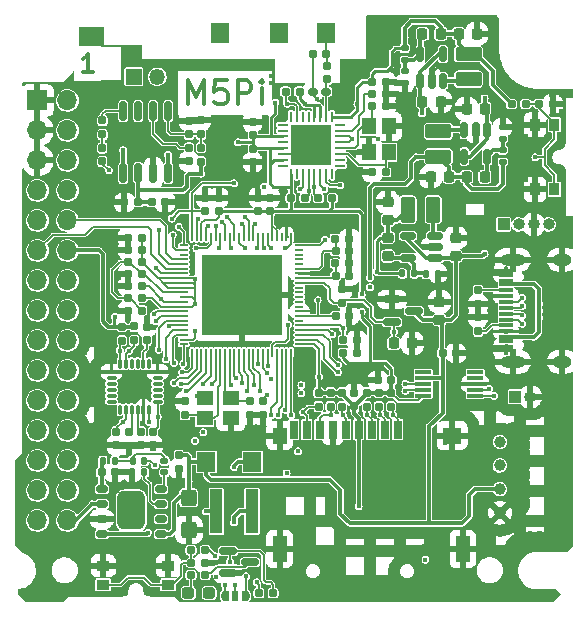
<source format=gbr>
%TF.GenerationSoftware,KiCad,Pcbnew,5.99.0-unknown-b10f156dd0~130~ubuntu20.04.1*%
%TF.CreationDate,2021-06-23T21:39:50+08:00*%
%TF.ProjectId,M5Pi,4d355069-2e6b-4696-9361-645f70636258,3.0*%
%TF.SameCoordinates,Original*%
%TF.FileFunction,Copper,L1,Top*%
%TF.FilePolarity,Positive*%
%FSLAX46Y46*%
G04 Gerber Fmt 4.6, Leading zero omitted, Abs format (unit mm)*
G04 Created by KiCad (PCBNEW 5.99.0-unknown-b10f156dd0~130~ubuntu20.04.1) date 2021-06-23 21:39:50*
%MOMM*%
%LPD*%
G01*
G04 APERTURE LIST*
G04 Aperture macros list*
%AMRoundRect*
0 Rectangle with rounded corners*
0 $1 Rounding radius*
0 $2 $3 $4 $5 $6 $7 $8 $9 X,Y pos of 4 corners*
0 Add a 4 corners polygon primitive as box body*
4,1,4,$2,$3,$4,$5,$6,$7,$8,$9,$2,$3,0*
0 Add four circle primitives for the rounded corners*
1,1,$1+$1,$2,$3*
1,1,$1+$1,$4,$5*
1,1,$1+$1,$6,$7*
1,1,$1+$1,$8,$9*
0 Add four rect primitives between the rounded corners*
20,1,$1+$1,$2,$3,$4,$5,0*
20,1,$1+$1,$4,$5,$6,$7,0*
20,1,$1+$1,$6,$7,$8,$9,0*
20,1,$1+$1,$8,$9,$2,$3,0*%
%AMFreePoly0*
4,1,19,0.350000,-0.450000,0.000000,-0.450000,0.000000,-0.446692,-0.086710,-0.437196,-0.184286,-0.386725,-0.257150,-0.304511,-0.295533,-0.201579,-0.295232,-0.175000,-0.300000,-0.175000,-0.300000,0.175000,-0.294664,0.175000,-0.294287,0.208270,-0.253579,0.310306,-0.178867,0.390845,-0.080172,0.439089,0.000000,0.446033,0.000000,0.450000,0.350000,0.450000,0.350000,-0.450000,0.350000,-0.450000,
$1*%
G04 Aperture macros list end*
%ADD10C,0.300000*%
%TA.AperFunction,NonConductor*%
%ADD11C,0.300000*%
%TD*%
%TA.AperFunction,SMDPad,CuDef*%
%ADD12RoundRect,0.155000X0.212500X0.155000X-0.212500X0.155000X-0.212500X-0.155000X0.212500X-0.155000X0*%
%TD*%
%TA.AperFunction,SMDPad,CuDef*%
%ADD13RoundRect,0.155000X-0.155000X0.212500X-0.155000X-0.212500X0.155000X-0.212500X0.155000X0.212500X0*%
%TD*%
%TA.AperFunction,SMDPad,CuDef*%
%ADD14RoundRect,0.160000X-0.197500X-0.160000X0.197500X-0.160000X0.197500X0.160000X-0.197500X0.160000X0*%
%TD*%
%TA.AperFunction,SMDPad,CuDef*%
%ADD15RoundRect,0.160000X-0.160000X0.197500X-0.160000X-0.197500X0.160000X-0.197500X0.160000X0.197500X0*%
%TD*%
%TA.AperFunction,SMDPad,CuDef*%
%ADD16RoundRect,0.160000X0.160000X-0.197500X0.160000X0.197500X-0.160000X0.197500X-0.160000X-0.197500X0*%
%TD*%
%TA.AperFunction,SMDPad,CuDef*%
%ADD17RoundRect,0.155000X-0.212500X-0.155000X0.212500X-0.155000X0.212500X0.155000X-0.212500X0.155000X0*%
%TD*%
%TA.AperFunction,SMDPad,CuDef*%
%ADD18RoundRect,0.250000X0.850000X-0.375000X0.850000X0.375000X-0.850000X0.375000X-0.850000X-0.375000X0*%
%TD*%
%TA.AperFunction,SMDPad,CuDef*%
%ADD19R,1.600000X1.400000*%
%TD*%
%TA.AperFunction,SMDPad,CuDef*%
%ADD20R,1.200000X2.200000*%
%TD*%
%TA.AperFunction,SMDPad,CuDef*%
%ADD21R,1.200000X1.400000*%
%TD*%
%TA.AperFunction,SMDPad,CuDef*%
%ADD22R,0.700000X1.600000*%
%TD*%
%TA.AperFunction,ComponentPad*%
%ADD23C,1.000000*%
%TD*%
%TA.AperFunction,ComponentPad*%
%ADD24R,1.000000X1.000000*%
%TD*%
%TA.AperFunction,ComponentPad*%
%ADD25O,1.000000X1.000000*%
%TD*%
%TA.AperFunction,SMDPad,CuDef*%
%ADD26FreePoly0,180.000000*%
%TD*%
%TA.AperFunction,SMDPad,CuDef*%
%ADD27R,0.600000X0.900000*%
%TD*%
%TA.AperFunction,SMDPad,CuDef*%
%ADD28FreePoly0,0.000000*%
%TD*%
%TA.AperFunction,SMDPad,CuDef*%
%ADD29RoundRect,0.135000X-0.135000X-0.185000X0.135000X-0.185000X0.135000X0.185000X-0.135000X0.185000X0*%
%TD*%
%TA.AperFunction,SMDPad,CuDef*%
%ADD30R,1.400000X0.300000*%
%TD*%
%TA.AperFunction,SMDPad,CuDef*%
%ADD31RoundRect,0.155000X0.155000X-0.212500X0.155000X0.212500X-0.155000X0.212500X-0.155000X-0.212500X0*%
%TD*%
%TA.AperFunction,SMDPad,CuDef*%
%ADD32RoundRect,0.225000X-0.225000X-0.250000X0.225000X-0.250000X0.225000X0.250000X-0.225000X0.250000X0*%
%TD*%
%TA.AperFunction,SMDPad,CuDef*%
%ADD33RoundRect,0.150000X0.150000X-0.512500X0.150000X0.512500X-0.150000X0.512500X-0.150000X-0.512500X0*%
%TD*%
%TA.AperFunction,SMDPad,CuDef*%
%ADD34RoundRect,0.150000X-0.150000X0.512500X-0.150000X-0.512500X0.150000X-0.512500X0.150000X0.512500X0*%
%TD*%
%TA.AperFunction,SMDPad,CuDef*%
%ADD35RoundRect,0.160000X0.197500X0.160000X-0.197500X0.160000X-0.197500X-0.160000X0.197500X-0.160000X0*%
%TD*%
%TA.AperFunction,SMDPad,CuDef*%
%ADD36RoundRect,0.160000X0.222500X0.160000X-0.222500X0.160000X-0.222500X-0.160000X0.222500X-0.160000X0*%
%TD*%
%TA.AperFunction,SMDPad,CuDef*%
%ADD37RoundRect,0.225000X0.250000X-0.225000X0.250000X0.225000X-0.250000X0.225000X-0.250000X-0.225000X0*%
%TD*%
%TA.AperFunction,SMDPad,CuDef*%
%ADD38RoundRect,0.135000X0.185000X-0.135000X0.185000X0.135000X-0.185000X0.135000X-0.185000X-0.135000X0*%
%TD*%
%TA.AperFunction,ComponentPad*%
%ADD39R,1.700000X1.700000*%
%TD*%
%TA.AperFunction,ComponentPad*%
%ADD40O,1.700000X1.700000*%
%TD*%
%TA.AperFunction,SMDPad,CuDef*%
%ADD41R,1.100000X3.700000*%
%TD*%
%TA.AperFunction,SMDPad,CuDef*%
%ADD42RoundRect,0.150000X0.350000X0.150000X-0.350000X0.150000X-0.350000X-0.150000X0.350000X-0.150000X0*%
%TD*%
%TA.AperFunction,SMDPad,CuDef*%
%ADD43RoundRect,0.600000X-0.600000X1.050000X-0.600000X-1.050000X0.600000X-1.050000X0.600000X1.050000X0*%
%TD*%
%TA.AperFunction,SMDPad,CuDef*%
%ADD44RoundRect,0.225000X-0.250000X0.225000X-0.250000X-0.225000X0.250000X-0.225000X0.250000X0.225000X0*%
%TD*%
%TA.AperFunction,SMDPad,CuDef*%
%ADD45R,0.875000X1.100000*%
%TD*%
%TA.AperFunction,SMDPad,CuDef*%
%ADD46RoundRect,0.075000X-0.350000X-0.075000X0.350000X-0.075000X0.350000X0.075000X-0.350000X0.075000X0*%
%TD*%
%TA.AperFunction,SMDPad,CuDef*%
%ADD47RoundRect,0.075000X0.075000X-0.350000X0.075000X0.350000X-0.075000X0.350000X-0.075000X-0.350000X0*%
%TD*%
%TA.AperFunction,SMDPad,CuDef*%
%ADD48RoundRect,0.225000X0.225000X0.250000X-0.225000X0.250000X-0.225000X-0.250000X0.225000X-0.250000X0*%
%TD*%
%TA.AperFunction,SMDPad,CuDef*%
%ADD49RoundRect,0.150000X0.512500X0.150000X-0.512500X0.150000X-0.512500X-0.150000X0.512500X-0.150000X0*%
%TD*%
%TA.AperFunction,SMDPad,CuDef*%
%ADD50RoundRect,0.237500X-0.287500X-0.237500X0.287500X-0.237500X0.287500X0.237500X-0.287500X0.237500X0*%
%TD*%
%TA.AperFunction,SMDPad,CuDef*%
%ADD51R,1.150000X0.300000*%
%TD*%
%TA.AperFunction,ComponentPad*%
%ADD52O,1.600000X1.000000*%
%TD*%
%TA.AperFunction,ComponentPad*%
%ADD53O,2.100000X1.000000*%
%TD*%
%TA.AperFunction,SMDPad,CuDef*%
%ADD54R,1.400000X1.200000*%
%TD*%
%TA.AperFunction,SMDPad,CuDef*%
%ADD55RoundRect,0.150000X-0.587500X-0.150000X0.587500X-0.150000X0.587500X0.150000X-0.587500X0.150000X0*%
%TD*%
%TA.AperFunction,ComponentPad*%
%ADD56R,1.350000X1.350000*%
%TD*%
%TA.AperFunction,ComponentPad*%
%ADD57O,1.350000X1.350000*%
%TD*%
%TA.AperFunction,SMDPad,CuDef*%
%ADD58RoundRect,0.062500X-0.062500X0.375000X-0.062500X-0.375000X0.062500X-0.375000X0.062500X0.375000X0*%
%TD*%
%TA.AperFunction,SMDPad,CuDef*%
%ADD59RoundRect,0.062500X-0.375000X0.062500X-0.375000X-0.062500X0.375000X-0.062500X0.375000X0.062500X0*%
%TD*%
%TA.AperFunction,SMDPad,CuDef*%
%ADD60R,3.450000X3.450000*%
%TD*%
%TA.AperFunction,SMDPad,CuDef*%
%ADD61RoundRect,0.250000X-0.425000X0.450000X-0.425000X-0.450000X0.425000X-0.450000X0.425000X0.450000X0*%
%TD*%
%TA.AperFunction,SMDPad,CuDef*%
%ADD62RoundRect,0.135000X0.135000X0.185000X-0.135000X0.185000X-0.135000X-0.185000X0.135000X-0.185000X0*%
%TD*%
%TA.AperFunction,SMDPad,CuDef*%
%ADD63RoundRect,0.147500X0.147500X0.172500X-0.147500X0.172500X-0.147500X-0.172500X0.147500X-0.172500X0*%
%TD*%
%TA.AperFunction,SMDPad,CuDef*%
%ADD64O,0.200000X0.800000*%
%TD*%
%TA.AperFunction,SMDPad,CuDef*%
%ADD65O,0.800000X0.200000*%
%TD*%
%TA.AperFunction,SMDPad,CuDef*%
%ADD66R,6.840000X6.840000*%
%TD*%
%TA.AperFunction,SMDPad,CuDef*%
%ADD67RoundRect,0.135000X-0.185000X0.135000X-0.185000X-0.135000X0.185000X-0.135000X0.185000X0.135000X0*%
%TD*%
%TA.AperFunction,SMDPad,CuDef*%
%ADD68R,1.520000X1.680000*%
%TD*%
%TA.AperFunction,SMDPad,CuDef*%
%ADD69RoundRect,0.150000X-0.150000X0.675000X-0.150000X-0.675000X0.150000X-0.675000X0.150000X0.675000X0*%
%TD*%
%TA.AperFunction,SMDPad,CuDef*%
%ADD70R,1.498600X1.798320*%
%TD*%
%TA.AperFunction,SMDPad,CuDef*%
%ADD71RoundRect,0.250000X0.375000X0.850000X-0.375000X0.850000X-0.375000X-0.850000X0.375000X-0.850000X0*%
%TD*%
%TA.AperFunction,SMDPad,CuDef*%
%ADD72RoundRect,0.147500X0.172500X-0.147500X0.172500X0.147500X-0.172500X0.147500X-0.172500X-0.147500X0*%
%TD*%
%TA.AperFunction,SMDPad,CuDef*%
%ADD73R,1.100000X0.875000*%
%TD*%
%TA.AperFunction,SMDPad,CuDef*%
%ADD74RoundRect,0.250000X-0.850000X0.375000X-0.850000X-0.375000X0.850000X-0.375000X0.850000X0.375000X0*%
%TD*%
%TA.AperFunction,ViaPad*%
%ADD75C,0.450000*%
%TD*%
%TA.AperFunction,ViaPad*%
%ADD76C,0.400000*%
%TD*%
%TA.AperFunction,Conductor*%
%ADD77C,0.150000*%
%TD*%
%TA.AperFunction,Conductor*%
%ADD78C,0.200000*%
%TD*%
%TA.AperFunction,Conductor*%
%ADD79C,0.250000*%
%TD*%
%TA.AperFunction,Conductor*%
%ADD80C,0.300000*%
%TD*%
%TA.AperFunction,Conductor*%
%ADD81C,0.350000*%
%TD*%
G04 APERTURE END LIST*
D10*
D11*
X127098114Y-72206325D02*
X127098114Y-70206325D01*
X127764781Y-71634897D01*
X128431448Y-70206325D01*
X128431448Y-72206325D01*
X130336210Y-70206325D02*
X129383829Y-70206325D01*
X129288591Y-71158706D01*
X129383829Y-71063468D01*
X129574305Y-70968230D01*
X130050495Y-70968230D01*
X130240972Y-71063468D01*
X130336210Y-71158706D01*
X130431448Y-71349183D01*
X130431448Y-71825373D01*
X130336210Y-72015849D01*
X130240972Y-72111087D01*
X130050495Y-72206325D01*
X129574305Y-72206325D01*
X129383829Y-72111087D01*
X129288591Y-72015849D01*
X131288591Y-72206325D02*
X131288591Y-70206325D01*
X132050495Y-70206325D01*
X132240972Y-70301564D01*
X132336210Y-70396802D01*
X132431448Y-70587278D01*
X132431448Y-70872992D01*
X132336210Y-71063468D01*
X132240972Y-71158706D01*
X132050495Y-71253944D01*
X131288591Y-71253944D01*
X133288591Y-72206325D02*
X133288591Y-70872992D01*
X133288591Y-70206325D02*
X133193353Y-70301564D01*
X133288591Y-70396802D01*
X133383829Y-70301564D01*
X133288591Y-70206325D01*
X133288591Y-70396802D01*
D10*
D11*
X118991924Y-69480135D02*
X118134781Y-69480135D01*
X118563353Y-69480135D02*
X118563353Y-67980135D01*
X118420495Y-68194421D01*
X118277638Y-68337278D01*
X118134781Y-68408706D01*
D12*
%TO.P,C5,1*%
%TO.N,GND*%
X143800853Y-72401564D03*
%TO.P,C5,2*%
%TO.N,Net-(C5-Pad2)*%
X142665853Y-72401564D03*
%TD*%
D13*
%TO.P,C26,1*%
%TO.N,GND*%
X126813353Y-97384064D03*
%TO.P,C26,2*%
%TO.N,Net-(C26-Pad2)*%
X126813353Y-98519064D03*
%TD*%
D12*
%TO.P,C21,1*%
%TO.N,+1V1*%
X123123353Y-87621564D03*
%TO.P,C21,2*%
%TO.N,GND*%
X121988353Y-87621564D03*
%TD*%
D13*
%TO.P,C53,1*%
%TO.N,+5V*%
X126263353Y-101934064D03*
%TO.P,C53,2*%
%TO.N,GND*%
X126263353Y-103069064D03*
%TD*%
D14*
%TO.P,R19,1*%
%TO.N,+3V3*%
X133065853Y-113601564D03*
%TO.P,R19,2*%
%TO.N,/STATUS_LED*%
X134260853Y-113601564D03*
%TD*%
D15*
%TO.P,R11,1*%
%TO.N,+3V3*%
X142178353Y-96646564D03*
%TO.P,R11,2*%
%TO.N,/SD_CMD*%
X142178353Y-97841564D03*
%TD*%
D13*
%TO.P,C14,1*%
%TO.N,GND*%
X134013353Y-80134064D03*
%TO.P,C14,2*%
%TO.N,+3V3*%
X134013353Y-81269064D03*
%TD*%
D16*
%TO.P,R13,1*%
%TO.N,/SD_CLK*%
X140128353Y-97841564D03*
%TO.P,R13,2*%
%TO.N,+3V3*%
X140128353Y-96646564D03*
%TD*%
D13*
%TO.P,C47,1*%
%TO.N,GND*%
X127123353Y-73616564D03*
%TO.P,C47,2*%
%TO.N,Net-(C47-Pad2)*%
X127123353Y-74751564D03*
%TD*%
D17*
%TO.P,C44,1*%
%TO.N,GND*%
X121988353Y-86601564D03*
%TO.P,C44,2*%
%TO.N,Net-(C44-Pad2)*%
X123123353Y-86601564D03*
%TD*%
D18*
%TO.P,L1,1,1*%
%TO.N,Net-(L1-Pad1)*%
X150813353Y-70096564D03*
%TO.P,L1,2,2*%
%TO.N,+3V3*%
X150813353Y-67946564D03*
%TD*%
D12*
%TO.P,C40,1*%
%TO.N,GND*%
X140680853Y-84651564D03*
%TO.P,C40,2*%
%TO.N,Net-(C40-Pad2)*%
X139545853Y-84651564D03*
%TD*%
D16*
%TO.P,R6,1*%
%TO.N,/I2C0_SCL*%
X122513353Y-92219064D03*
%TO.P,R6,2*%
%TO.N,+3V3*%
X122513353Y-91024064D03*
%TD*%
D19*
%TO.P,J1,0,SHEILD*%
%TO.N,GND*%
X149413353Y-100271564D03*
D20*
X150313353Y-109871564D03*
X134813353Y-109871564D03*
D21*
X134813353Y-100271564D03*
D22*
%TO.P,J1,1,DAT2*%
%TO.N,/SD_D2*%
X144813353Y-99771564D03*
%TO.P,J1,2,DAT3/CD*%
%TO.N,/SD_D3*%
X143713353Y-99771564D03*
%TO.P,J1,3,CMD*%
%TO.N,/SD_CMD*%
X142613353Y-99771564D03*
%TO.P,J1,4,VDD*%
%TO.N,+3V3*%
X141513353Y-99771564D03*
%TO.P,J1,5,CLK*%
%TO.N,/SD_CLK*%
X140413353Y-99771564D03*
%TO.P,J1,6,VSS*%
%TO.N,GND*%
X139313353Y-99771564D03*
%TO.P,J1,7,DAT0*%
%TO.N,/SD_D0*%
X138213353Y-99771564D03*
%TO.P,J1,8,DAT1*%
%TO.N,/SD_D1*%
X137113353Y-99771564D03*
%TO.P,J1,9,DET*%
%TO.N,N/C*%
X136013353Y-99771564D03*
%TD*%
D23*
%TO.P,J11,1,GND*%
%TO.N,GND*%
X153463353Y-106801564D03*
%TO.P,J11,2,VCC*%
%TO.N,+5V*%
X153463353Y-104801564D03*
%TO.P,J11,3,IO1*%
%TO.N,/I2C1_SDA*%
X153463353Y-102801564D03*
%TO.P,J11,4,IO2*%
%TO.N,/I2C1_SCL*%
X153463353Y-100801564D03*
%TD*%
D24*
%TO.P,J12,1,Pin_1*%
%TO.N,/DP*%
X153773353Y-82401564D03*
D25*
%TO.P,J12,2,Pin_2*%
%TO.N,/DM*%
X155043353Y-82401564D03*
%TO.P,J12,3,Pin_3*%
%TO.N,GND*%
X156313353Y-82401564D03*
%TO.P,J12,4,Pin_4*%
%TO.N,+5V*%
X157583353Y-82401564D03*
%TD*%
D26*
%TO.P,JP1,1,A*%
%TO.N,/~{{{{RESET}}}}*%
X131963353Y-113851564D03*
D27*
%TO.P,JP1,2,C*%
%TO.N,Net-(C28-Pad1)*%
X131063353Y-113851564D03*
D28*
%TO.P,JP1,3,B*%
%TO.N,/KEY2*%
X130163353Y-113851564D03*
%TD*%
D29*
%TO.P,R25,1*%
%TO.N,+1V1*%
X145195853Y-86551564D03*
%TO.P,R25,2*%
%TO.N,Net-(C37-Pad2)*%
X146215853Y-86551564D03*
%TD*%
D16*
%TO.P,R34,1*%
%TO.N,+5V*%
X128163353Y-77096564D03*
%TO.P,R34,2*%
%TO.N,Net-(C47-Pad2)*%
X128163353Y-75901564D03*
%TD*%
D30*
%TO.P,U1,1,UD+*%
%TO.N,/D+*%
X151373353Y-96891564D03*
%TO.P,U1,2,UD-*%
%TO.N,/D-*%
X151373353Y-96391564D03*
%TO.P,U1,3,GND*%
%TO.N,GND*%
X151373353Y-95891564D03*
%TO.P,U1,4,~RTS*%
%TO.N,N/C*%
X151373353Y-95391564D03*
%TO.P,U1,5,~CTS*%
X151373353Y-94891564D03*
%TO.P,U1,6,TNOW*%
X146973353Y-94891564D03*
%TO.P,U1,7,VCC*%
%TO.N,+5V*%
X146973353Y-95391564D03*
%TO.P,U1,8,TXD*%
%TO.N,/UASRT0_RX*%
X146973353Y-95891564D03*
%TO.P,U1,9,RXD*%
%TO.N,/USART0_TX*%
X146973353Y-96391564D03*
%TO.P,U1,10,V3*%
%TO.N,+3V3*%
X146973353Y-96891564D03*
%TD*%
D31*
%TO.P,C20,1*%
%TO.N,+1V1*%
X128538353Y-81269064D03*
%TO.P,C20,2*%
%TO.N,GND*%
X128538353Y-80134064D03*
%TD*%
D12*
%TO.P,C12,1*%
%TO.N,GND*%
X141330853Y-93301564D03*
%TO.P,C12,2*%
%TO.N,+3V3*%
X140195853Y-93301564D03*
%TD*%
D32*
%TO.P,C33,1*%
%TO.N,+3V3*%
X149963353Y-66246564D03*
%TO.P,C33,2*%
%TO.N,GND*%
X151513353Y-66246564D03*
%TD*%
D33*
%TO.P,U6,1,EN*%
%TO.N,+5V*%
X146733353Y-70239064D03*
%TO.P,U6,2,GND*%
%TO.N,GND*%
X147683353Y-70239064D03*
%TO.P,U6,3,LX*%
%TO.N,Net-(L1-Pad1)*%
X148633353Y-70239064D03*
%TO.P,U6,4,IN*%
%TO.N,+5V*%
X148633353Y-67964064D03*
%TO.P,U6,5,FB*%
%TO.N,Net-(C32-Pad2)*%
X146733353Y-67964064D03*
%TD*%
D14*
%TO.P,R10,1*%
%TO.N,GND*%
X121958353Y-89691564D03*
%TO.P,R10,2*%
%TO.N,Net-(C44-Pad2)*%
X123153353Y-89691564D03*
%TD*%
D31*
%TO.P,C7,1*%
%TO.N,GND*%
X132533353Y-77136564D03*
%TO.P,C7,2*%
%TO.N,+3V3*%
X132533353Y-76001564D03*
%TD*%
D34*
%TO.P,U7,1,EN*%
%TO.N,+5V*%
X152363353Y-74376564D03*
%TO.P,U7,2,GND*%
%TO.N,GND*%
X151413353Y-74376564D03*
%TO.P,U7,3,LX*%
%TO.N,Net-(L2-Pad1)*%
X150463353Y-74376564D03*
%TO.P,U7,4,IN*%
%TO.N,+5V*%
X150463353Y-76651564D03*
%TO.P,U7,5,FB*%
%TO.N,Net-(C36-Pad2)*%
X152363353Y-76651564D03*
%TD*%
D17*
%TO.P,C50,1*%
%TO.N,/KEY1*%
X156795853Y-72201564D03*
%TO.P,C50,2*%
%TO.N,GND*%
X157930853Y-72201564D03*
%TD*%
%TO.P,C22,1*%
%TO.N,+1V1*%
X140195853Y-92201564D03*
%TO.P,C22,2*%
%TO.N,GND*%
X141330853Y-92201564D03*
%TD*%
D15*
%TO.P,Ri1,1*%
%TO.N,Net-(Ri1-Pad1)*%
X119813353Y-73586564D03*
%TO.P,Ri1,2*%
%TO.N,Net-(Ci1-Pad2)*%
X119813353Y-74781564D03*
%TD*%
D35*
%TO.P,R30,1*%
%TO.N,GND*%
X140710853Y-83601564D03*
%TO.P,R30,2*%
%TO.N,Net-(C40-Pad2)*%
X139515853Y-83601564D03*
%TD*%
D31*
%TO.P,Ci1,1*%
%TO.N,/AMP_HPR*%
X119813353Y-77066564D03*
%TO.P,Ci1,2*%
%TO.N,Net-(Ci1-Pad2)*%
X119813353Y-75931564D03*
%TD*%
D16*
%TO.P,R16,1*%
%TO.N,/SD_D1*%
X138113353Y-97841564D03*
%TO.P,R16,2*%
%TO.N,+3V3*%
X138113353Y-96646564D03*
%TD*%
D15*
%TO.P,R15,1*%
%TO.N,+3V3*%
X144253353Y-96646564D03*
%TO.P,R15,2*%
%TO.N,/SD_D2*%
X144253353Y-97841564D03*
%TD*%
D36*
%TO.P,TBD1,1,1*%
%TO.N,Net-(C3-Pad2)*%
X138758353Y-71151564D03*
%TO.P,TBD1,2,2*%
%TO.N,GND*%
X137613353Y-71151564D03*
%TD*%
D37*
%TO.P,C42,1*%
%TO.N,+5V*%
X148350853Y-90476564D03*
%TO.P,C42,2*%
%TO.N,GND*%
X148350853Y-88926564D03*
%TD*%
D15*
%TO.P,R8,1*%
%TO.N,Net-(R8-Pad1)*%
X122033353Y-99936564D03*
%TO.P,R8,2*%
%TO.N,GND*%
X122033353Y-101131564D03*
%TD*%
%TO.P,R4,1*%
%TO.N,Net-(R4-Pad1)*%
X151613353Y-87956564D03*
%TO.P,R4,2*%
%TO.N,GND*%
X151613353Y-89151564D03*
%TD*%
D16*
%TO.P,R7,1*%
%TO.N,/I2C0_SDA*%
X121463353Y-92249064D03*
%TO.P,R7,2*%
%TO.N,+3V3*%
X121463353Y-91054064D03*
%TD*%
D24*
%TO.P,J3,1,Pin_1*%
%TO.N,/VBAT*%
X154763353Y-96976564D03*
D25*
%TO.P,J3,2,Pin_2*%
%TO.N,GND*%
X156033353Y-96976564D03*
%TD*%
D15*
%TO.P,R35,1*%
%TO.N,GND*%
X128153353Y-73586564D03*
%TO.P,R35,2*%
%TO.N,Net-(C47-Pad2)*%
X128153353Y-74781564D03*
%TD*%
D38*
%TO.P,R24,1*%
%TO.N,Net-(C36-Pad2)*%
X153693353Y-75159064D03*
%TO.P,R24,2*%
%TO.N,GND*%
X153693353Y-74139064D03*
%TD*%
D12*
%TO.P,C1,1*%
%TO.N,+3V3*%
X144280853Y-95601564D03*
%TO.P,C1,2*%
%TO.N,GND*%
X143145853Y-95601564D03*
%TD*%
D14*
%TO.P,R9,1*%
%TO.N,Net-(C44-Pad2)*%
X121958353Y-88651564D03*
%TO.P,R9,2*%
%TO.N,+2V5*%
X123153353Y-88651564D03*
%TD*%
D35*
%TO.P,R36,1*%
%TO.N,/KEY1*%
X155660853Y-72201564D03*
%TO.P,R36,2*%
%TO.N,+3V3*%
X154465853Y-72201564D03*
%TD*%
D13*
%TO.P,C3,1*%
%TO.N,Net-(AE1-PadFEED)*%
X138813353Y-68984064D03*
%TO.P,C3,2*%
%TO.N,Net-(C3-Pad2)*%
X138813353Y-70119064D03*
%TD*%
D15*
%TO.P,R3,1*%
%TO.N,GND*%
X151613353Y-90254064D03*
%TO.P,R3,2*%
%TO.N,Net-(R3-Pad2)*%
X151613353Y-91449064D03*
%TD*%
D39*
%TO.P,J2,1,Pin_1*%
%TO.N,GND*%
X114313353Y-71901564D03*
D40*
%TO.P,J2,2,Pin_2*%
%TO.N,/PD13*%
X116853353Y-71901564D03*
%TO.P,J2,3,Pin_3*%
%TO.N,GND*%
X114313353Y-74441564D03*
%TO.P,J2,4,Pin_4*%
%TO.N,/PD14*%
X116853353Y-74441564D03*
%TO.P,J2,5,Pin_5*%
%TO.N,GND*%
X114313353Y-76981564D03*
%TO.P,J2,6,Pin_6*%
%TO.N,/~{{{{RESET}}}}*%
X116853353Y-76981564D03*
%TO.P,J2,7,Pin_7*%
%TO.N,/PD19*%
X114313353Y-79521564D03*
%TO.P,J2,8,Pin_8*%
%TO.N,/PD12*%
X116853353Y-79521564D03*
%TO.P,J2,9,Pin_9*%
%TO.N,/PD21*%
X114313353Y-82061564D03*
%TO.P,J2,10,Pin_10*%
%TO.N,/PD18*%
X116853353Y-82061564D03*
%TO.P,J2,11,Pin_11*%
%TO.N,/PD20*%
X114313353Y-84601564D03*
%TO.P,J2,12,Pin_12*%
%TO.N,+3V3*%
X116853353Y-84601564D03*
%TO.P,J2,13,Pin_13*%
%TO.N,/USART1_RX*%
X114313353Y-87141564D03*
%TO.P,J2,14,Pin_14*%
%TO.N,/USART1_TX*%
X116853353Y-87141564D03*
%TO.P,J2,15,Pin_15*%
%TO.N,/USART2_RX*%
X114313353Y-89681564D03*
%TO.P,J2,16,Pin_16*%
%TO.N,/USART2_TX*%
X116853353Y-89681564D03*
%TO.P,J2,17,Pin_17*%
%TO.N,/I2C2_SDA*%
X114313353Y-92221564D03*
%TO.P,J2,18,Pin_18*%
%TO.N,/I2C2_SCL*%
X116853353Y-92221564D03*
%TO.P,J2,19,Pin_19*%
%TO.N,/I2C1_SDA*%
X114313353Y-94761564D03*
%TO.P,J2,20,Pin_20*%
%TO.N,/I2C1_SCL*%
X116853353Y-94761564D03*
%TO.P,J2,21,Pin_21*%
%TO.N,/I2S_BCLK*%
X114313353Y-97301564D03*
%TO.P,J2,22,Pin_22*%
%TO.N,/I2S_MCLK*%
X116853353Y-97301564D03*
%TO.P,J2,23,Pin_23*%
%TO.N,/I2S_DOUT*%
X114313353Y-99841564D03*
%TO.P,J2,24,Pin_24*%
%TO.N,/I2S_LRCK*%
X116853353Y-99841564D03*
%TO.P,J2,25,Pin_25*%
%TO.N,/DM*%
X114313353Y-102381564D03*
%TO.P,J2,26,Pin_26*%
%TO.N,/I2S_DIN*%
X116853353Y-102381564D03*
%TO.P,J2,27,Pin_27*%
%TO.N,/DP*%
X114313353Y-104921564D03*
%TO.P,J2,28,Pin_28*%
%TO.N,+5V*%
X116853353Y-104921564D03*
%TO.P,J2,29,Pin_29*%
%TO.N,/AMP_HPL*%
X114313353Y-107461564D03*
%TO.P,J2,30,Pin_30*%
%TO.N,/VBAT*%
X116853353Y-107461564D03*
%TD*%
D41*
%TO.P,L4,1,1*%
%TO.N,Net-(D4-Pad2)*%
X132463353Y-106701564D03*
%TO.P,L4,2,2*%
%TO.N,/VBAT*%
X129463353Y-106701564D03*
%TD*%
D42*
%TO.P,U10,1,VOUT*%
%TO.N,+5V*%
X124763353Y-108606564D03*
%TO.P,U10,2,~CHRG*%
%TO.N,Net-(D2-Pad1)*%
X124763353Y-107336564D03*
%TO.P,U10,3,PROG*%
%TO.N,Net-(R2-Pad1)*%
X124763353Y-106066564D03*
%TO.P,U10,4,~STDBY*%
%TO.N,Net-(D3-Pad1)*%
X124763353Y-104796564D03*
%TO.P,U10,5,VCC*%
%TO.N,+5VD*%
X119763353Y-104796564D03*
%TO.P,U10,6,BAT*%
%TO.N,/VBAT*%
X119763353Y-106066564D03*
%TO.P,U10,7,GND*%
%TO.N,GND*%
X119763353Y-107336564D03*
%TO.P,U10,8,LX*%
%TO.N,Net-(D4-Pad2)*%
X119763353Y-108606564D03*
D43*
%TO.P,U10,9*%
%TO.N,N/C*%
X122263353Y-106601564D03*
%TD*%
D14*
%TO.P,R5,1*%
%TO.N,Net-(R5-Pad1)*%
X142635853Y-71361564D03*
%TO.P,R5,2*%
%TO.N,GND*%
X143830853Y-71361564D03*
%TD*%
D35*
%TO.P,R18,1*%
%TO.N,Net-(Q1-Pad3)*%
X128508353Y-112061564D03*
%TO.P,R18,2*%
%TO.N,Net-(D1-Pad1)*%
X127313353Y-112061564D03*
%TD*%
D44*
%TO.P,C37,1*%
%TO.N,+1V1*%
X143985853Y-83526564D03*
%TO.P,C37,2*%
%TO.N,Net-(C37-Pad2)*%
X143985853Y-85076564D03*
%TD*%
D45*
%TO.P,SW2,1,1*%
%TO.N,/KEY1*%
X158076353Y-73941564D03*
X158076353Y-79441564D03*
%TO.P,SW2,2,2*%
%TO.N,GND*%
X156451353Y-73941564D03*
X156451353Y-79441564D03*
%TD*%
D46*
%TO.P,U4,1,CLKIN*%
%TO.N,GND*%
X120583353Y-94891564D03*
%TO.P,U4,2*%
%TO.N,N/C*%
X120583353Y-95391564D03*
%TO.P,U4,3*%
X120583353Y-95891564D03*
%TO.P,U4,4*%
X120583353Y-96391564D03*
%TO.P,U4,5*%
X120583353Y-96891564D03*
%TO.P,U4,6,AUX_SDA*%
X120583353Y-97391564D03*
D47*
%TO.P,U4,7,AUX_SCL*%
X121283353Y-98091564D03*
%TO.P,U4,8,VDDIO*%
%TO.N,+3V3*%
X121783353Y-98091564D03*
%TO.P,U4,9,AD0*%
%TO.N,Net-(R8-Pad1)*%
X122283353Y-98091564D03*
%TO.P,U4,10,REGOUT*%
%TO.N,Net-(C19-Pad1)*%
X122783353Y-98091564D03*
%TO.P,U4,11,FSYNC*%
%TO.N,GND*%
X123283353Y-98091564D03*
%TO.P,U4,12,INT*%
%TO.N,/MPU_INIT*%
X123783353Y-98091564D03*
D46*
%TO.P,U4,13,VDD*%
%TO.N,+3V3*%
X124483353Y-97391564D03*
%TO.P,U4,14*%
%TO.N,N/C*%
X124483353Y-96891564D03*
%TO.P,U4,15*%
X124483353Y-96391564D03*
%TO.P,U4,16*%
X124483353Y-95891564D03*
%TO.P,U4,17*%
X124483353Y-95391564D03*
%TO.P,U4,18,GND*%
%TO.N,GND*%
X124483353Y-94891564D03*
D47*
%TO.P,U4,19*%
%TO.N,N/C*%
X123783353Y-94191564D03*
%TO.P,U4,20,CPOUT*%
%TO.N,Net-(C18-Pad1)*%
X123283353Y-94191564D03*
%TO.P,U4,21*%
%TO.N,N/C*%
X122783353Y-94191564D03*
%TO.P,U4,22*%
X122283353Y-94191564D03*
%TO.P,U4,23,SCL*%
%TO.N,/I2C0_SCL*%
X121783353Y-94191564D03*
%TO.P,U4,24,SDA*%
%TO.N,/I2C0_SDA*%
X121283353Y-94191564D03*
%TD*%
D17*
%TO.P,C8,1*%
%TO.N,+3V3*%
X142665853Y-70321564D03*
%TO.P,C8,2*%
%TO.N,GND*%
X143800853Y-70321564D03*
%TD*%
D48*
%TO.P,C38,1*%
%TO.N,+2V5*%
X149163353Y-78359064D03*
%TO.P,C38,2*%
%TO.N,GND*%
X147613353Y-78359064D03*
%TD*%
D17*
%TO.P,C49,1*%
%TO.N,GND*%
X121675853Y-80541564D03*
%TO.P,C49,2*%
%TO.N,+5V*%
X122810853Y-80541564D03*
%TD*%
D49*
%TO.P,U8,1,EN*%
%TO.N,+5V*%
X147963353Y-85251564D03*
%TO.P,U8,2,GND*%
%TO.N,GND*%
X147963353Y-84301564D03*
%TO.P,U8,3,LX*%
%TO.N,Net-(L3-Pad1)*%
X147963353Y-83351564D03*
%TO.P,U8,4,IN*%
%TO.N,+5V*%
X145688353Y-83351564D03*
%TO.P,U8,5,FB*%
%TO.N,Net-(C37-Pad2)*%
X145688353Y-85251564D03*
%TD*%
D14*
%TO.P,R17,1*%
%TO.N,Net-(C28-Pad1)*%
X127313353Y-109991564D03*
%TO.P,R17,2*%
%TO.N,+3V3*%
X128508353Y-109991564D03*
%TD*%
D50*
%TO.P,D1,1,K*%
%TO.N,Net-(D1-Pad1)*%
X127088353Y-113601564D03*
%TO.P,D1,2,A*%
%TO.N,+3V3*%
X128838353Y-113601564D03*
%TD*%
D32*
%TO.P,C36,1*%
%TO.N,+2V5*%
X150638353Y-78359064D03*
%TO.P,C36,2*%
%TO.N,Net-(C36-Pad2)*%
X152188353Y-78359064D03*
%TD*%
D31*
%TO.P,C11,1*%
%TO.N,GND*%
X133388353Y-98519064D03*
%TO.P,C11,2*%
%TO.N,+3V3*%
X133388353Y-97384064D03*
%TD*%
D48*
%TO.P,C32,1*%
%TO.N,+3V3*%
X148458353Y-66251564D03*
%TO.P,C32,2*%
%TO.N,Net-(C32-Pad2)*%
X146908353Y-66251564D03*
%TD*%
D15*
%TO.P,R12,1*%
%TO.N,+3V3*%
X143203353Y-96646564D03*
%TO.P,R12,2*%
%TO.N,/SD_D3*%
X143203353Y-97841564D03*
%TD*%
D31*
%TO.P,C18,1*%
%TO.N,Net-(C18-Pad1)*%
X123558353Y-92189064D03*
%TO.P,C18,2*%
%TO.N,GND*%
X123558353Y-91054064D03*
%TD*%
D17*
%TO.P,C28,1*%
%TO.N,Net-(C28-Pad1)*%
X127343353Y-111031564D03*
%TO.P,C28,2*%
%TO.N,GND*%
X128478353Y-111031564D03*
%TD*%
D51*
%TO.P,UART1,A1,GND*%
%TO.N,GND*%
X153993353Y-93051564D03*
%TO.P,UART1,A4,VBUS*%
%TO.N,VBUS*%
X153993353Y-92251564D03*
%TO.P,UART1,A5,CC1*%
%TO.N,Net-(R3-Pad2)*%
X153993353Y-90951564D03*
%TO.P,UART1,A6,D+*%
%TO.N,/D+*%
X153993353Y-89951564D03*
%TO.P,UART1,A7,D-*%
%TO.N,/D-*%
X153993353Y-89451564D03*
%TO.P,UART1,A8,SBU1*%
%TO.N,GND*%
X153993353Y-88451564D03*
%TO.P,UART1,A9,VBUS*%
%TO.N,VBUS*%
X153993353Y-87151564D03*
%TO.P,UART1,A12,GND*%
%TO.N,GND*%
X153993353Y-86351564D03*
%TO.P,UART1,B1,GND*%
X153993353Y-86651564D03*
%TO.P,UART1,B4,VBUS*%
%TO.N,VBUS*%
X153993353Y-87451564D03*
%TO.P,UART1,B5,CC2*%
%TO.N,Net-(R4-Pad1)*%
X153993353Y-87951564D03*
%TO.P,UART1,B6,D+*%
%TO.N,/DP*%
X153993353Y-88951564D03*
%TO.P,UART1,B7,D-*%
%TO.N,/DM*%
X153993353Y-90451564D03*
%TO.P,UART1,B8,SBU2*%
%TO.N,GND*%
X153993353Y-91451564D03*
%TO.P,UART1,B9,VBUS*%
%TO.N,VBUS*%
X153993353Y-91951564D03*
%TO.P,UART1,B12,GND*%
%TO.N,GND*%
X153993353Y-92751564D03*
D52*
%TO.P,UART1,S1,SHIELD*%
X158738353Y-94021564D03*
X158738353Y-85381564D03*
D53*
X154558353Y-94021564D03*
X154558353Y-85381564D03*
%TD*%
D12*
%TO.P,C13,1*%
%TO.N,GND*%
X140700853Y-90121564D03*
%TO.P,C13,2*%
%TO.N,+3V3*%
X139565853Y-90121564D03*
%TD*%
D54*
%TO.P,Y2,1,1*%
%TO.N,Net-(C26-Pad2)*%
X128463353Y-98801564D03*
%TO.P,Y2,2,2*%
%TO.N,GND*%
X130663353Y-98801564D03*
%TO.P,Y2,3,3*%
%TO.N,Net-(C25-Pad2)*%
X130663353Y-97101564D03*
%TO.P,Y2,4,4*%
%TO.N,GND*%
X128463353Y-97101564D03*
%TD*%
D12*
%TO.P,C41,1*%
%TO.N,GND*%
X140680853Y-86751564D03*
%TO.P,C41,2*%
%TO.N,Net-(C41-Pad2)*%
X139545853Y-86751564D03*
%TD*%
D37*
%TO.P,C39,1*%
%TO.N,+1V1*%
X143970853Y-82041564D03*
%TO.P,C39,2*%
%TO.N,GND*%
X143970853Y-80491564D03*
%TD*%
D55*
%TO.P,U9,1,GND*%
%TO.N,GND*%
X144325853Y-88751564D03*
%TO.P,U9,2,VO*%
%TO.N,+3V0*%
X144325853Y-90651564D03*
%TO.P,U9,3,VI*%
%TO.N,+5V*%
X146200853Y-89701564D03*
%TD*%
D56*
%TO.P,J6,1,Pin_1*%
%TO.N,Net-(J6-Pad1)*%
X122463353Y-69901564D03*
D57*
%TO.P,J6,2,Pin_2*%
%TO.N,Net-(J6-Pad2)*%
X124463353Y-69901564D03*
%TD*%
D35*
%TO.P,R29,1*%
%TO.N,+3V3*%
X139288353Y-80181564D03*
%TO.P,R29,2*%
%TO.N,/SPI0_CLK*%
X138093353Y-80181564D03*
%TD*%
D12*
%TO.P,C51,1*%
%TO.N,GND*%
X120898353Y-103401564D03*
%TO.P,C51,2*%
%TO.N,+5VD*%
X119763353Y-103401564D03*
%TD*%
D13*
%TO.P,C17,1*%
%TO.N,+3V3*%
X124083353Y-99966564D03*
%TO.P,C17,2*%
%TO.N,GND*%
X124083353Y-101101564D03*
%TD*%
D35*
%TO.P,R31,1*%
%TO.N,GND*%
X140710853Y-85701564D03*
%TO.P,R31,2*%
%TO.N,Net-(C41-Pad2)*%
X139515853Y-85701564D03*
%TD*%
D58*
%TO.P,U2,1,VDDA*%
%TO.N,+3V3*%
X139263353Y-73264064D03*
%TO.P,U2,2,LNA*%
%TO.N,Net-(C3-Pad2)*%
X138763353Y-73264064D03*
%TO.P,U2,3,VDD3P3*%
%TO.N,+3V3*%
X138263353Y-73264064D03*
%TO.P,U2,4,VDD3P3*%
X137763353Y-73264064D03*
%TO.P,U2,5,VDD_RTC*%
%TO.N,N/C*%
X137263353Y-73264064D03*
%TO.P,U2,6,TOUT*%
X136763353Y-73264064D03*
%TO.P,U2,7,CHIP_PU*%
%TO.N,/WIFI_RESET*%
X136263353Y-73264064D03*
%TO.P,U2,8,XPD_DCDC*%
%TO.N,N/C*%
X135763353Y-73264064D03*
D59*
%TO.P,U2,9,MTMS*%
X135075853Y-73951564D03*
%TO.P,U2,10,MTDI*%
X135075853Y-74451564D03*
%TO.P,U2,11,VDDPST*%
%TO.N,+3V3*%
X135075853Y-74951564D03*
%TO.P,U2,12,MTCK*%
%TO.N,N/C*%
X135075853Y-75451564D03*
%TO.P,U2,13,MTDO*%
%TO.N,+3V3*%
X135075853Y-75951564D03*
%TO.P,U2,14,GPIO2*%
%TO.N,GND*%
X135075853Y-76451564D03*
%TO.P,U2,15,GPIO0*%
%TO.N,+3V3*%
X135075853Y-76951564D03*
%TO.P,U2,16,VDD*%
%TO.N,N/C*%
X135075853Y-77451564D03*
D58*
%TO.P,U2,17,VDDPST*%
%TO.N,+3V3*%
X135763353Y-78139064D03*
%TO.P,U2,18,SDIO_DATA_2*%
%TO.N,N/C*%
X136263353Y-78139064D03*
%TO.P,U2,19,SDIO_DATA_3*%
%TO.N,/SPI0_CS*%
X136763353Y-78139064D03*
%TO.P,U2,20,SDIO_CMD*%
%TO.N,/SPI0_MOSI*%
X137263353Y-78139064D03*
%TO.P,U2,21,SDIO_CLK*%
%TO.N,/SPI0_CLK*%
X137763353Y-78139064D03*
%TO.P,U2,22,SDIO_DATA_0*%
%TO.N,/SPI0_MISO*%
X138263353Y-78139064D03*
%TO.P,U2,23,SDIO_DATA_1*%
%TO.N,/WIFI_INT*%
X138763353Y-78139064D03*
%TO.P,U2,24,DVDD*%
%TO.N,N/C*%
X139263353Y-78139064D03*
D59*
%TO.P,U2,25,U0RXD*%
X139950853Y-77451564D03*
%TO.P,U2,26,U0TXD*%
X139950853Y-76951564D03*
%TO.P,U2,27,XTAL_OUT*%
%TO.N,Net-(C4-Pad2)*%
X139950853Y-76451564D03*
%TO.P,U2,28,XTAL_IN*%
%TO.N,Net-(C5-Pad2)*%
X139950853Y-75951564D03*
%TO.P,U2,29,VDDD*%
%TO.N,+3V3*%
X139950853Y-75451564D03*
%TO.P,U2,30,VDDA*%
X139950853Y-74951564D03*
%TO.P,U2,31,RES12K*%
%TO.N,Net-(R5-Pad1)*%
X139950853Y-74451564D03*
%TO.P,U2,32,~EXT_RSTB~*%
%TO.N,N/C*%
X139950853Y-73951564D03*
D60*
%TO.P,U2,33,GND*%
%TO.N,GND*%
X137513353Y-75701564D03*
%TD*%
D61*
%TO.P,C56,1*%
%TO.N,+5V*%
X127113353Y-105551564D03*
%TO.P,C56,2*%
%TO.N,GND*%
X127113353Y-108251564D03*
%TD*%
D17*
%TO.P,C48,1*%
%TO.N,+5V*%
X123983353Y-80541564D03*
%TO.P,C48,2*%
%TO.N,GND*%
X125118353Y-80541564D03*
%TD*%
D62*
%TO.P,R2,1*%
%TO.N,Net-(R2-Pad1)*%
X123373353Y-103401564D03*
%TO.P,R2,2*%
%TO.N,GND*%
X122353353Y-103401564D03*
%TD*%
D63*
%TO.P,D2,1,K*%
%TO.N,Net-(D2-Pad1)*%
X123348353Y-102401564D03*
%TO.P,D2,2,A*%
%TO.N,Net-(D2-Pad2)*%
X122378353Y-102401564D03*
%TD*%
D64*
%TO.P,U3,1,HPL*%
%TO.N,/AMP_HPL*%
X135793353Y-83451564D03*
%TO.P,U3,2,HPCOMFB*%
%TO.N,GND*%
X135393353Y-83451564D03*
%TO.P,U3,3,HPCOM*%
%TO.N,N/C*%
X134993353Y-83451564D03*
%TO.P,U3,4,HPVCC*%
%TO.N,+3V3*%
X134593353Y-83451564D03*
%TO.P,U3,5,VCC_IO*%
X134193353Y-83451564D03*
%TO.P,U3,6,PD0/LCD_D2/TWI0_SDA/RSB_SDA/EINTD0*%
%TO.N,/WIFI_INT*%
X133793353Y-83451564D03*
%TO.P,U3,7,PD1/LCD_D3/UART1_RTS/EINTD1*%
%TO.N,/WIFI_RESET*%
X133393353Y-83451564D03*
%TO.P,U3,8,PD2/LCD_D4/UART1_CTS/EINTD2*%
%TO.N,/TOUCH_INT*%
X132993353Y-83451564D03*
%TO.P,U3,9,PD3/LCD_D5/UART1_RX/EINTD3*%
%TO.N,/USART1_RX*%
X132593353Y-83451564D03*
%TO.P,U3,10,PD4/LCD_D6/UART1_TX/EINTD4*%
%TO.N,/USART1_TX*%
X132193353Y-83451564D03*
%TO.P,U3,11,PD5/LCD_D7/TWI1_SCK/EINTD5*%
%TO.N,/I2C1_SCL*%
X131793353Y-83451564D03*
%TO.P,U3,12,PD6/LCD_D10/TWI1_SDA/EINTD6*%
%TO.N,/I2C1_SDA*%
X131393353Y-83451564D03*
%TO.P,U3,13,PD7/LCD_D11/DA_MCLK/EINTD7*%
%TO.N,/I2S_MCLK*%
X130993353Y-83451564D03*
%TO.P,U3,14,PD8/LCD_D12/DA_BCLK/EINTD8*%
%TO.N,/I2S_BCLK*%
X130593353Y-83451564D03*
%TO.P,U3,15,PD9/LCD_D13/DA_LRCK/EINTD9*%
%TO.N,/I2S_LRCK*%
X130193353Y-83451564D03*
%TO.P,U3,16,PD10/LCD_D14/DA_IN/EINTD10*%
%TO.N,/I2S_DIN*%
X129793353Y-83451564D03*
%TO.P,U3,17,PD11/LCD_D15/DA_OUT/EINTD11*%
%TO.N,/I2S_DOUT*%
X129393353Y-83451564D03*
%TO.P,U3,18,PD12/LCD_D18/TWI0_SCK/RSB_SCK/EINTD12*%
%TO.N,/PD12*%
X128993353Y-83451564D03*
%TO.P,U3,19,PD13/LCD_D19/UART2_TX/EINTD13*%
%TO.N,/PD13*%
X128593353Y-83451564D03*
%TO.P,U3,20,VCC_IO*%
%TO.N,+3V3*%
X128193353Y-83451564D03*
%TO.P,U3,21,PD14/LCD_D20/UART2_RX/EINTD14*%
%TO.N,/PD14*%
X127793353Y-83451564D03*
%TO.P,U3,22,VDD_CORE*%
%TO.N,+1V1*%
X127393353Y-83451564D03*
D65*
%TO.P,U3,23,PD15/LCD_D21/UART2_RTS/TWI2_SCK/EINTD15*%
%TO.N,/I2C2_SCL*%
X126693353Y-84151564D03*
%TO.P,U3,24,PD16/LCD_D22/UART2_CTS/TWI2_SDA/EINTD16*%
%TO.N,/I2C2_SDA*%
X126693353Y-84551564D03*
%TO.P,U3,25,PD17/LCD_D23/OWA_OUT/EINTD17*%
%TO.N,N/C*%
X126693353Y-84951564D03*
%TO.P,U3,26,PD18/LCD_CLK/SPI0_CS/EINTD18*%
%TO.N,/PD18*%
X126693353Y-85351564D03*
%TO.P,U3,27,PD19/LCD_DE/SPI0_MOSI/EINTD19*%
%TO.N,/PD19*%
X126693353Y-85751564D03*
%TO.P,U3,28,PD20/LCD_HSYNC/SPI0_CLK/EINTD20*%
%TO.N,/PD20*%
X126693353Y-86151564D03*
%TO.P,U3,29,PD21/LCD_VSYNC/SPI0_MISO/EINTD21*%
%TO.N,/PD21*%
X126693353Y-86551564D03*
%TO.P,U3,30,VCC_DRAM*%
%TO.N,+2V5*%
X126693353Y-86951564D03*
%TO.P,U3,31,VCC_DRAM*%
X126693353Y-87351564D03*
%TO.P,U3,32,VCC_DRAM*%
X126693353Y-87751564D03*
%TO.P,U3,33,SVREF*%
%TO.N,Net-(C44-Pad2)*%
X126693353Y-88151564D03*
%TO.P,U3,34,VCC_DRAM*%
%TO.N,+2V5*%
X126693353Y-88551564D03*
%TO.P,U3,35,VDD_CORE*%
%TO.N,+1V1*%
X126693353Y-88951564D03*
%TO.P,U3,36,VCC_DRAM*%
%TO.N,+2V5*%
X126693353Y-89351564D03*
%TO.P,U3,37,PE12/DA_MCLK/TWI0_SDA/PWM0/EINTE12*%
%TO.N,/I2C0_SDA*%
X126693353Y-89751564D03*
%TO.P,U3,38,PE11/CLK_OUT/TWI0_SCK/IR_RX/EINTE11*%
%TO.N,/I2C0_SCL*%
X126693353Y-90151564D03*
%TO.P,U3,39,PE10/CSI_D7/UART2_CTS/SPI1_MISO/EINTE10*%
%TO.N,/KEY2*%
X126693353Y-90551564D03*
%TO.P,U3,40,PE9/CSI_D6/UART2_RTS/SPI1_CLK/EINTE9*%
%TO.N,/KEY1*%
X126693353Y-90951564D03*
%TO.P,U3,41,PE8/CSI_D5/UART2_RX/SPI1_MOSI/EINTE8*%
%TO.N,/USART2_RX*%
X126693353Y-91351564D03*
%TO.P,U3,42,PE7/CSI_D4/UART2_TX/SPI1_CS/EINTE7*%
%TO.N,/USART2_TX*%
X126693353Y-91751564D03*
%TO.P,U3,43,PE6/CSI_D3/PWM1/DA_OUT/OWA_OUT/EINTE6*%
%TO.N,/LCD_BL*%
X126693353Y-92151564D03*
%TO.P,U3,44,PE5/CSI_D2/LCD_D17/DA_IN/EINTE5*%
%TO.N,/LCD_~{{{{RESET}}}}*%
X126693353Y-92551564D03*
D64*
%TO.P,U3,45,PE4/CSI_D1/LCD_D16/DA_LRCK/RSB_SDA/EINTE4*%
%TO.N,/LCD_D{slash}C*%
X127393353Y-93251564D03*
%TO.P,U3,46,PE3/CSI_D0/LCD_D9/DA_BCLK/RSB_SCK/EINTE3*%
%TO.N,/MPU_INIT*%
X127793353Y-93251564D03*
%TO.P,U3,47,PE2/CSI_PCLK/LCD_D8/CLK_OUT/EINTE2*%
%TO.N,/STATUS_LED*%
X128193353Y-93251564D03*
%TO.P,U3,48,PE1/CSI_VSYNC/LCD_D1/TWI2_SDA/UART0_TX/EINTE1*%
%TO.N,/USART0_TX*%
X128593353Y-93251564D03*
%TO.P,U3,49,PE0/CSI_HSYNC/LCD_D0/TWI2_SCK/UART0_RX/EINTE0*%
%TO.N,/UASRT0_RX*%
X128993353Y-93251564D03*
%TO.P,U3,50,VCC_IO*%
%TO.N,+3V3*%
X129393353Y-93251564D03*
%TO.P,U3,51,HOSCI*%
%TO.N,Net-(C26-Pad2)*%
X129793353Y-93251564D03*
%TO.P,U3,52,HOSCO*%
%TO.N,Net-(C25-Pad2)*%
X130193353Y-93251564D03*
%TO.P,U3,53,PF5/SDC0_D2/DBG_CK/PWM1/EINTF5*%
%TO.N,/SD_D2*%
X130593353Y-93251564D03*
%TO.P,U3,54,PF4/SDC0_D3/UART0_TX/EINTF4*%
%TO.N,/SD_D3*%
X130993353Y-93251564D03*
%TO.P,U3,55,PF3/SDC0_CMD/DBG_DO/EINTF3*%
%TO.N,/SD_CMD*%
X131393353Y-93251564D03*
%TO.P,U3,56,PF2/SDC0_CLK/UART0_RX/EINTF2*%
%TO.N,/SD_CLK*%
X131793353Y-93251564D03*
%TO.P,U3,57,PF1/SDC0_D0/DBG_DI/EINTF1*%
%TO.N,/SD_D0*%
X132193353Y-93251564D03*
%TO.P,U3,58,PF0/SDC0_D1/DBG_MS/IR_RX/EINTF0*%
%TO.N,/SD_D1*%
X132593353Y-93251564D03*
%TO.P,U3,59,PC0/SPI0_CLK/SDC1_CLK*%
%TO.N,/SPI0_CLK*%
X132993353Y-93251564D03*
%TO.P,U3,60,PC1/SPI0_CS/SDC1_CMD*%
%TO.N,/SPI0_CS*%
X133393353Y-93251564D03*
%TO.P,U3,61,PC2/SPI0_MISO/SDC1_D0*%
%TO.N,/SPI0_MISO*%
X133793353Y-93251564D03*
%TO.P,U3,62,PC3/SPI0_MOSI/UART0_TX*%
%TO.N,/SPI0_MOSI*%
X134193353Y-93251564D03*
%TO.P,U3,63,PA3/UART1_TX/SPI1_MISO*%
%TO.N,/SPI1_MISO*%
X134593353Y-93251564D03*
%TO.P,U3,64,PA2/UART1_RX/SPI1_CLK*%
%TO.N,/SPI1_CLK*%
X134993353Y-93251564D03*
%TO.P,U3,65,PA1/UART1_CTS/SPI1_MOSI*%
%TO.N,/SPI1_MOSI*%
X135393353Y-93251564D03*
%TO.P,U3,66,PA0/UART1_RTS/SPI1_CS*%
%TO.N,/SPI1_CS*%
X135793353Y-93251564D03*
D65*
%TO.P,U3,67,UVCC*%
%TO.N,+3V3*%
X136493353Y-92551564D03*
%TO.P,U3,68,USB-DM*%
%TO.N,/DM*%
X136493353Y-92151564D03*
%TO.P,U3,69,USB-DP*%
%TO.N,/DP*%
X136493353Y-91751564D03*
%TO.P,U3,70,~RESET*%
%TO.N,/~{{{{RESET}}}}*%
X136493353Y-91351564D03*
%TO.P,U3,71,VDD_CORE*%
%TO.N,+1V1*%
X136493353Y-90951564D03*
%TO.P,U3,72,TVOUT*%
%TO.N,N/C*%
X136493353Y-90551564D03*
%TO.P,U3,73,TV_VCC*%
%TO.N,+3V3*%
X136493353Y-90151564D03*
%TO.P,U3,74,TVGND*%
%TO.N,GND*%
X136493353Y-89751564D03*
%TO.P,U3,75,TV_VRN*%
%TO.N,N/C*%
X136493353Y-89351564D03*
%TO.P,U3,76,TV_VRP*%
X136493353Y-88951564D03*
%TO.P,U3,77,TVIN1*%
X136493353Y-88551564D03*
%TO.P,U3,78,TVIN0*%
X136493353Y-88151564D03*
%TO.P,U3,79,LRADC0*%
X136493353Y-87751564D03*
%TO.P,U3,80,AVCC*%
%TO.N,+3V0*%
X136493353Y-87351564D03*
%TO.P,U3,81,VRA1*%
%TO.N,Net-(C41-Pad2)*%
X136493353Y-86951564D03*
%TO.P,U3,82,AGND*%
%TO.N,GND*%
X136493353Y-86551564D03*
%TO.P,U3,83,VRA2*%
%TO.N,Net-(C40-Pad2)*%
X136493353Y-86151564D03*
%TO.P,U3,84,FMINL*%
%TO.N,N/C*%
X136493353Y-85751564D03*
%TO.P,U3,85,FMINR*%
X136493353Y-85351564D03*
%TO.P,U3,86,LINL*%
X136493353Y-84951564D03*
%TO.P,U3,87,MICIN*%
X136493353Y-84551564D03*
%TO.P,U3,88,HPR*%
%TO.N,/AMP_HPR*%
X136493353Y-84151564D03*
D66*
%TO.P,U3,89,EPAD*%
%TO.N,GND*%
X131593353Y-88351564D03*
%TD*%
D31*
%TO.P,C6,1*%
%TO.N,+3V3*%
X132533353Y-74859064D03*
%TO.P,C6,2*%
%TO.N,GND*%
X132533353Y-73724064D03*
%TD*%
D32*
%TO.P,C43,1*%
%TO.N,+3V0*%
X144488353Y-92451564D03*
%TO.P,C43,2*%
%TO.N,GND*%
X146038353Y-92451564D03*
%TD*%
D38*
%TO.P,R23,1*%
%TO.N,+2V5*%
X153693353Y-77119064D03*
%TO.P,R23,2*%
%TO.N,Net-(C36-Pad2)*%
X153693353Y-76099064D03*
%TD*%
D32*
%TO.P,C31,1*%
%TO.N,+5V*%
X146888353Y-72001564D03*
%TO.P,C31,2*%
%TO.N,GND*%
X148438353Y-72001564D03*
%TD*%
D13*
%TO.P,C16,1*%
%TO.N,+3V3*%
X120993353Y-99966564D03*
%TO.P,C16,2*%
%TO.N,GND*%
X120993353Y-101101564D03*
%TD*%
D12*
%TO.P,C45,1*%
%TO.N,+2V5*%
X123123353Y-85581564D03*
%TO.P,C45,2*%
%TO.N,Net-(C44-Pad2)*%
X121988353Y-85581564D03*
%TD*%
D16*
%TO.P,R14,1*%
%TO.N,/SD_D0*%
X139129353Y-97841564D03*
%TO.P,R14,2*%
%TO.N,+3V3*%
X139129353Y-96646564D03*
%TD*%
D67*
%TO.P,R21,1*%
%TO.N,+3V3*%
X145403353Y-67476564D03*
%TO.P,R21,2*%
%TO.N,Net-(C32-Pad2)*%
X145403353Y-68496564D03*
%TD*%
D68*
%TO.P,D4,1,K*%
%TO.N,+5V*%
X128613353Y-102501564D03*
%TO.P,D4,2,A*%
%TO.N,Net-(D4-Pad2)*%
X132513353Y-102501564D03*
%TD*%
D31*
%TO.P,C27,1*%
%TO.N,+3V3*%
X141153353Y-97811564D03*
%TO.P,C27,2*%
%TO.N,GND*%
X141153353Y-96676564D03*
%TD*%
D29*
%TO.P,R1,1*%
%TO.N,+5VD*%
X119853353Y-102401564D03*
%TO.P,R1,2*%
%TO.N,Net-(D2-Pad2)*%
X120873353Y-102401564D03*
%TD*%
D12*
%TO.P,C23,1*%
%TO.N,+2V5*%
X123123353Y-83531564D03*
%TO.P,C23,2*%
%TO.N,GND*%
X121988353Y-83531564D03*
%TD*%
D17*
%TO.P,C4,1*%
%TO.N,GND*%
X142670853Y-78001564D03*
%TO.P,C4,2*%
%TO.N,Net-(C4-Pad2)*%
X143805853Y-78001564D03*
%TD*%
D55*
%TO.P,Q1,1,G*%
%TO.N,/STATUS_LED*%
X130425853Y-110051564D03*
%TO.P,Q1,2,S*%
%TO.N,GND*%
X130425853Y-111951564D03*
%TO.P,Q1,3,D*%
%TO.N,Net-(Q1-Pad3)*%
X132300853Y-111001564D03*
%TD*%
D14*
%TO.P,R28,1*%
%TO.N,+3V3*%
X135768353Y-80181564D03*
%TO.P,R28,2*%
%TO.N,/SPI0_MOSI*%
X136963353Y-80181564D03*
%TD*%
D35*
%TO.P,R27,1*%
%TO.N,+3V3*%
X136508353Y-71151564D03*
%TO.P,R27,2*%
%TO.N,/WIFI_RESET*%
X135313353Y-71151564D03*
%TD*%
D69*
%TO.P,U5,1,CTRL*%
%TO.N,Net-(C47-Pad2)*%
X125383353Y-72781564D03*
%TO.P,U5,2,BYPASS*%
%TO.N,Net-(C46-Pad2)*%
X124113353Y-72781564D03*
%TO.P,U5,3*%
%TO.N,N/C*%
X122843353Y-72781564D03*
%TO.P,U5,4,INN*%
%TO.N,Net-(Ri1-Pad1)*%
X121573353Y-72781564D03*
%TO.P,U5,5,V0N*%
%TO.N,Net-(J6-Pad1)*%
X121573353Y-78031564D03*
%TO.P,U5,6,VDD*%
%TO.N,+5V*%
X122843353Y-78031564D03*
%TO.P,U5,7,GND*%
%TO.N,GND*%
X124113353Y-78031564D03*
%TO.P,U5,8,VOP*%
%TO.N,Net-(J6-Pad2)*%
X125383353Y-78031564D03*
%TD*%
D29*
%TO.P,R26,1*%
%TO.N,Net-(C37-Pad2)*%
X147195853Y-86561564D03*
%TO.P,R26,2*%
%TO.N,GND*%
X148215853Y-86561564D03*
%TD*%
D17*
%TO.P,C57,1*%
%TO.N,GND*%
X137645853Y-67951564D03*
%TO.P,C57,2*%
%TO.N,Net-(AE1-PadFEED)*%
X138780853Y-67951564D03*
%TD*%
D13*
%TO.P,C10,1*%
%TO.N,GND*%
X129663353Y-80134064D03*
%TO.P,C10,2*%
%TO.N,+3V3*%
X129663353Y-81269064D03*
%TD*%
%TO.P,C9,1*%
%TO.N,GND*%
X133013353Y-80134064D03*
%TO.P,C9,2*%
%TO.N,+3V3*%
X133013353Y-81269064D03*
%TD*%
D70*
%TO.P,AE1,FEED,FEED*%
%TO.N,Net-(AE1-PadFEED)*%
X138733813Y-66174367D03*
%TO.P,AE1,NC*%
%TO.N,N/C*%
X129737133Y-66174367D03*
%TO.P,AE1,NC1*%
X134735473Y-66174367D03*
%TD*%
D71*
%TO.P,L3,1,1*%
%TO.N,Net-(L3-Pad1)*%
X147820853Y-81141564D03*
%TO.P,L3,2,2*%
%TO.N,+1V1*%
X145670853Y-81141564D03*
%TD*%
D72*
%TO.P,D3,1,K*%
%TO.N,Net-(D3-Pad1)*%
X125063353Y-103386564D03*
%TO.P,D3,2,A*%
%TO.N,Net-(D2-Pad2)*%
X125063353Y-102416564D03*
%TD*%
D31*
%TO.P,C46,1*%
%TO.N,GND*%
X127123353Y-77066564D03*
%TO.P,C46,2*%
%TO.N,Net-(C46-Pad2)*%
X127123353Y-75931564D03*
%TD*%
D17*
%TO.P,C2,1*%
%TO.N,+5V*%
X148605853Y-93291564D03*
%TO.P,C2,2*%
%TO.N,GND*%
X149740853Y-93291564D03*
%TD*%
D67*
%TO.P,R22,1*%
%TO.N,Net-(C32-Pad2)*%
X145403353Y-69436564D03*
%TO.P,R22,2*%
%TO.N,GND*%
X145403353Y-70456564D03*
%TD*%
D37*
%TO.P,C35,1*%
%TO.N,+5V*%
X149713353Y-85076564D03*
%TO.P,C35,2*%
%TO.N,GND*%
X149713353Y-83526564D03*
%TD*%
D13*
%TO.P,C19,1*%
%TO.N,Net-(C19-Pad1)*%
X123063353Y-99966564D03*
%TO.P,C19,2*%
%TO.N,GND*%
X123063353Y-101101564D03*
%TD*%
%TO.P,C15,1*%
%TO.N,GND*%
X140133353Y-87884064D03*
%TO.P,C15,2*%
%TO.N,+3V0*%
X140133353Y-89019064D03*
%TD*%
D73*
%TO.P,SW1,1,1*%
%TO.N,Net-(C28-Pad1)*%
X125388353Y-112914564D03*
X119888353Y-112914564D03*
%TO.P,SW1,2,2*%
%TO.N,GND*%
X119888353Y-111289564D03*
X125388353Y-111289564D03*
%TD*%
D48*
%TO.P,C34,1*%
%TO.N,+5V*%
X152188353Y-72614064D03*
%TO.P,C34,2*%
%TO.N,GND*%
X150638353Y-72614064D03*
%TD*%
D31*
%TO.P,C25,1*%
%TO.N,GND*%
X132338353Y-98519064D03*
%TO.P,C25,2*%
%TO.N,Net-(C25-Pad2)*%
X132338353Y-97384064D03*
%TD*%
D12*
%TO.P,C24,1*%
%TO.N,+2V5*%
X123123353Y-84561564D03*
%TO.P,C24,2*%
%TO.N,GND*%
X121988353Y-84561564D03*
%TD*%
D21*
%TO.P,Y1,1,1*%
%TO.N,Net-(C5-Pad2)*%
X142363353Y-74101564D03*
%TO.P,Y1,2,2*%
%TO.N,GND*%
X142363353Y-76301564D03*
%TO.P,Y1,3,3*%
%TO.N,Net-(C4-Pad2)*%
X144063353Y-76301564D03*
%TO.P,Y1,4,4*%
%TO.N,GND*%
X144063353Y-74101564D03*
%TD*%
D74*
%TO.P,L2,1,1*%
%TO.N,Net-(L2-Pad1)*%
X148263353Y-74509064D03*
%TO.P,L2,2,2*%
%TO.N,+2V5*%
X148263353Y-76659064D03*
%TD*%
D75*
%TO.N,+3V0*%
X144488353Y-91476564D03*
D76*
%TO.N,/SPI0_CS*%
X133750000Y-94950000D03*
D75*
X136563353Y-79401564D03*
%TO.N,/MPU_INIT*%
X125863353Y-95801564D03*
X123763353Y-99101564D03*
%TO.N,GND*%
X146200000Y-99700000D03*
X140200000Y-70100000D03*
X152900000Y-66300000D03*
X137400000Y-93000000D03*
X130800000Y-68700000D03*
X155100000Y-109800000D03*
X114800000Y-111900000D03*
X157800000Y-109600000D03*
X149000000Y-69100000D03*
X155600000Y-71300000D03*
X158700000Y-91400000D03*
X155100000Y-73400000D03*
X142500000Y-113600000D03*
X140300000Y-113600000D03*
X156300000Y-113800000D03*
X145200000Y-105000000D03*
X153900000Y-113800000D03*
X137400000Y-96000000D03*
X129800000Y-77800000D03*
X119600000Y-100900000D03*
X158700000Y-92900000D03*
X132600000Y-68700000D03*
X147200000Y-113600000D03*
X157800000Y-71400000D03*
X140800000Y-82100000D03*
X146200000Y-105000000D03*
X134100000Y-69800000D03*
X158600000Y-72800000D03*
X118400000Y-111200000D03*
X154500000Y-113000000D03*
X130300000Y-91400000D03*
X158700000Y-81100000D03*
X138800000Y-113600000D03*
X127800000Y-68700000D03*
X154800000Y-101000000D03*
X121300000Y-110900000D03*
X142400000Y-102400000D03*
X154900000Y-71000000D03*
X154800000Y-106000000D03*
X150100000Y-96600000D03*
X133000000Y-86300000D03*
X145000000Y-113600000D03*
X127100000Y-106900000D03*
X120700000Y-92200000D03*
X155700000Y-74900000D03*
X150100000Y-95500000D03*
X154800000Y-104400000D03*
X133200000Y-68700000D03*
X148400000Y-113600000D03*
X124000000Y-89300000D03*
X150100000Y-110500000D03*
X128700000Y-86300000D03*
X152500000Y-87400000D03*
X145200000Y-75800000D03*
X134000000Y-91300000D03*
X122900000Y-68100000D03*
X134600000Y-112400000D03*
X126000000Y-68700000D03*
X137400000Y-93700000D03*
X152500000Y-86600000D03*
X142500000Y-67400000D03*
X136400000Y-76900000D03*
X158700000Y-87600000D03*
X141900000Y-68600000D03*
X158600000Y-71400000D03*
X122400000Y-76500000D03*
X146100000Y-93700000D03*
X120900000Y-89200000D03*
X158700000Y-96500000D03*
X144400000Y-102400000D03*
X125600000Y-95100000D03*
X144400000Y-105000000D03*
X154500000Y-111500000D03*
X134100000Y-69200000D03*
X156300000Y-71400000D03*
X129800000Y-76400000D03*
X158700000Y-102600000D03*
X149800000Y-113600000D03*
X119800000Y-83800000D03*
X129000000Y-68700000D03*
X158700000Y-83200000D03*
X144700000Y-93700000D03*
X150600000Y-90000000D03*
X140200000Y-70700000D03*
X152900000Y-67700000D03*
X158700000Y-98900000D03*
X145900000Y-74200000D03*
X154500000Y-110600000D03*
X148500000Y-102400000D03*
X142500000Y-66800000D03*
X156800000Y-109600000D03*
X120900000Y-104500000D03*
X131000000Y-91400000D03*
X142500000Y-68000000D03*
X117000000Y-113300000D03*
X150300000Y-102400000D03*
X142500000Y-66200000D03*
X141500000Y-95700000D03*
X141300000Y-68600000D03*
X146700000Y-74200000D03*
X141100000Y-89300000D03*
X144100000Y-113600000D03*
X132000000Y-68700000D03*
X141800000Y-79500000D03*
X153000000Y-83900000D03*
X158700000Y-99700000D03*
X150600000Y-92400000D03*
X140700000Y-95700000D03*
X151800000Y-113600000D03*
X126900000Y-99400000D03*
X157100000Y-71400000D03*
X134100000Y-88300000D03*
X126600000Y-68700000D03*
X152900000Y-65600000D03*
X157100000Y-113800000D03*
X155800000Y-91400000D03*
X150600000Y-93400000D03*
X145200000Y-102400000D03*
X154800000Y-100300000D03*
X141100000Y-88200000D03*
X148500000Y-105000000D03*
X129800000Y-77100000D03*
X134500000Y-110500000D03*
X152500000Y-85700000D03*
X141200000Y-80400000D03*
X143500000Y-105000000D03*
X154800000Y-103600000D03*
X145900000Y-75800000D03*
X120700000Y-108000000D03*
X119600000Y-100200000D03*
X140200000Y-69500000D03*
X158700000Y-95700000D03*
X127800000Y-96900000D03*
X122700000Y-93300000D03*
X138400000Y-76900000D03*
X129600000Y-68700000D03*
X158700000Y-105700000D03*
X158700000Y-104900000D03*
X139000000Y-95700000D03*
X154300000Y-70500000D03*
X146600000Y-113600000D03*
X116100000Y-113300000D03*
X158700000Y-88300000D03*
X158700000Y-98100000D03*
X137400000Y-76900000D03*
X158700000Y-90700000D03*
X152500000Y-113600000D03*
X131200000Y-110700000D03*
X133800000Y-68700000D03*
X119500000Y-71500000D03*
X156000000Y-109600000D03*
X142500000Y-65000000D03*
X158700000Y-86900000D03*
X155600000Y-113800000D03*
X150600000Y-89200000D03*
X132500000Y-78900000D03*
X150600000Y-91600000D03*
X131300000Y-77100000D03*
X124500000Y-76500000D03*
X115200000Y-113700000D03*
X142400000Y-105000000D03*
X154800000Y-105200000D03*
X155100000Y-79500000D03*
X142500000Y-68600000D03*
X158700000Y-92100000D03*
X158700000Y-89900000D03*
X118400000Y-112700000D03*
X142500000Y-65600000D03*
X140200000Y-80500000D03*
X140700000Y-68600000D03*
X138000000Y-71800000D03*
X158700000Y-81800000D03*
X157900000Y-113800000D03*
X122900000Y-67500000D03*
X123800000Y-110900000D03*
X139500000Y-113600000D03*
X141800000Y-113600000D03*
X140000000Y-82100000D03*
X123500000Y-76500000D03*
X114800000Y-111200000D03*
X131500000Y-89300000D03*
X117800000Y-113300000D03*
X143150000Y-75150000D03*
X146200000Y-98500000D03*
X148800000Y-100900000D03*
X131300000Y-76400000D03*
X128950000Y-100700000D03*
X125400000Y-68700000D03*
X135800000Y-113600000D03*
X158700000Y-108100000D03*
X158700000Y-100400000D03*
X143300000Y-113600000D03*
X158700000Y-83900000D03*
X135000000Y-80200000D03*
X158700000Y-82500000D03*
X151200000Y-113600000D03*
X133000000Y-88300000D03*
X152900000Y-67000000D03*
X154500000Y-112300000D03*
X130200000Y-68700000D03*
X158700000Y-97300000D03*
X145900000Y-113600000D03*
X140200000Y-68900000D03*
X131400000Y-68700000D03*
X158700000Y-101100000D03*
X120700000Y-93300000D03*
X158700000Y-108900000D03*
X158700000Y-106600000D03*
X158700000Y-101800000D03*
X158700000Y-103300000D03*
X150600000Y-90800000D03*
X141000000Y-113600000D03*
X158700000Y-104100000D03*
X130000000Y-110700000D03*
X141800000Y-78700000D03*
X122900000Y-68700000D03*
X149100000Y-113600000D03*
X138000000Y-113600000D03*
X114800000Y-110300000D03*
X145900000Y-75000000D03*
X119500000Y-70800000D03*
X130700000Y-86300000D03*
X130700000Y-85300000D03*
X133000000Y-85600000D03*
X134100000Y-70400000D03*
X131500000Y-88300000D03*
X154800000Y-101800000D03*
X123400000Y-71300000D03*
X123600000Y-68700000D03*
X134900000Y-82100000D03*
X130000000Y-89300000D03*
X121200000Y-86900000D03*
X128400000Y-68700000D03*
X158700000Y-109600000D03*
X158700000Y-107400000D03*
X124200000Y-68700000D03*
X150500000Y-113600000D03*
X114800000Y-112700000D03*
X139600000Y-70700000D03*
X124800000Y-68700000D03*
X134100000Y-85600000D03*
X139900000Y-95700000D03*
X137300000Y-113600000D03*
X147800000Y-113600000D03*
X138700000Y-86500000D03*
X136600000Y-113600000D03*
X154800000Y-102700000D03*
X129700000Y-86300000D03*
X155700000Y-78600000D03*
X127200000Y-68700000D03*
X143500000Y-102400000D03*
X134100000Y-86300000D03*
X118400000Y-111900000D03*
X158700000Y-89100000D03*
X146200000Y-102400000D03*
X138450000Y-88150000D03*
D76*
X129400000Y-112250000D03*
D75*
%TO.N,+3V3*%
X132863353Y-112701564D03*
X129063353Y-95901564D03*
X136963353Y-72201564D03*
X145403353Y-66561564D03*
X140963353Y-75201564D03*
X133763353Y-96801564D03*
X124483353Y-98681564D03*
X141763353Y-88301564D03*
X141500000Y-106250000D03*
X128863353Y-113501564D03*
X129363353Y-110501564D03*
X134463353Y-72086647D03*
D76*
X138050000Y-88800000D03*
D75*
X141763353Y-89801564D03*
X120863353Y-90201564D03*
X138163353Y-95301564D03*
X121513353Y-99151564D03*
X131293353Y-75431564D03*
X141400000Y-72200000D03*
%TO.N,+2V5*%
X146363353Y-76701564D03*
X127613353Y-89151564D03*
X127613353Y-87051564D03*
X142463353Y-86901564D03*
%TO.N,+1V1*%
X125663353Y-81901564D03*
X130963353Y-78901564D03*
X124800000Y-88700000D03*
X140195853Y-91201564D03*
X143063353Y-86401564D03*
%TO.N,/USART1_RX*%
X132763353Y-82401564D03*
%TO.N,/USART1_TX*%
X131863353Y-81801564D03*
%TO.N,/SD_D2*%
X130663353Y-96001564D03*
X144400000Y-98500000D03*
%TO.N,/SD_D3*%
X131163353Y-95401564D03*
X143350000Y-98500000D03*
%TO.N,/SD_CMD*%
X131663353Y-95801564D03*
X142200000Y-98500000D03*
%TO.N,/SD_CLK*%
X140150000Y-98500000D03*
X132063353Y-96501564D03*
%TO.N,/SD_D0*%
X139150000Y-98500000D03*
X132663353Y-96001564D03*
%TO.N,/SD_D1*%
X136813353Y-98300000D03*
X133163353Y-96501564D03*
%TO.N,/I2C1_SCL*%
X128363353Y-100001564D03*
X131663353Y-82401564D03*
%TO.N,/I2C1_SDA*%
X131863353Y-84401564D03*
X127663353Y-100701564D03*
%TO.N,/I2C0_SDA*%
X136663353Y-96001564D03*
X124163353Y-90001564D03*
X121283353Y-93081564D03*
%TO.N,/I2C0_SCL*%
X136663353Y-96701564D03*
X122063353Y-93101564D03*
X124363353Y-90601564D03*
%TO.N,/SPI1_MISO*%
X134100000Y-98550000D03*
%TO.N,/DM*%
X155363353Y-90801564D03*
X139763353Y-94901564D03*
%TO.N,/DP*%
X155363353Y-88601564D03*
X139763353Y-94301564D03*
%TO.N,/SPI1_CLK*%
X134700000Y-98550000D03*
%TO.N,/SPI1_MOSI*%
X135300000Y-98100000D03*
%TO.N,/SPI1_CS*%
X135800000Y-98550000D03*
%TO.N,/USART0_TX*%
X126863353Y-96501564D03*
X145463353Y-96501564D03*
%TO.N,/UASRT0_RX*%
X128363353Y-95901564D03*
X145463353Y-95901564D03*
%TO.N,/SPI0_CLK*%
X137763353Y-79201564D03*
D76*
X132993353Y-94250000D03*
D75*
%TO.N,+5V*%
X146863353Y-73001564D03*
X152163353Y-84901564D03*
X128163353Y-78101564D03*
X152163353Y-71701564D03*
X127113353Y-104151564D03*
D76*
%TO.N,/SPI0_MISO*%
X133850000Y-94350000D03*
D75*
X138563353Y-79401564D03*
%TO.N,/SPI0_MOSI*%
X137263353Y-79601564D03*
D76*
X135550000Y-90900000D03*
D75*
%TO.N,+5VD*%
X119763353Y-104201564D03*
%TO.N,/D+*%
X152963353Y-96901564D03*
X155363353Y-90101564D03*
%TO.N,/D-*%
X155363353Y-89301564D03*
X152563353Y-96301564D03*
%TO.N,/AMP_HPR*%
X120363353Y-77801564D03*
X138663353Y-83701564D03*
%TO.N,/~{{{{RESET}}}}*%
X139263353Y-91701564D03*
X131963353Y-112201564D03*
%TO.N,/I2C2_SDA*%
X125763353Y-83301564D03*
%TO.N,/I2C2_SCL*%
X126263353Y-82601564D03*
%TO.N,/LCD_~{{{{RESET}}}}*%
X126663353Y-94201564D03*
%TO.N,Net-(J6-Pad1)*%
X121563353Y-76101564D03*
%TO.N,Net-(J6-Pad2)*%
X125383353Y-76501564D03*
%TO.N,/STATUS_LED*%
X130600000Y-110950000D03*
X126463353Y-95901564D03*
%TO.N,/WIFI_RESET*%
X135463353Y-72201564D03*
X133463353Y-79201564D03*
X133463353Y-84401564D03*
%TO.N,/WIFI_INT*%
X134063353Y-84401564D03*
X139963353Y-79101564D03*
%TO.N,/USART2_RX*%
X125163353Y-93801564D03*
%TO.N,/USART2_TX*%
X125863353Y-94101564D03*
%TO.N,/PD13*%
X128763353Y-82501564D03*
%TO.N,/LCD_D{slash}C*%
X135400000Y-103450000D03*
X126563353Y-94901564D03*
%TO.N,/LCD_BL*%
X136350000Y-101600000D03*
X127663353Y-91401564D03*
%TO.N,/TOUCH_INT*%
X134050000Y-95500000D03*
X132863353Y-84401564D03*
%TO.N,/PD21*%
X124363353Y-86101564D03*
%TO.N,/PD12*%
X127763353Y-84401564D03*
%TO.N,/PD14*%
X127863353Y-81901564D03*
%TO.N,/PD19*%
X124563353Y-82901564D03*
%TO.N,/I2S_BCLK*%
X130663353Y-84401564D03*
%TO.N,/I2S_DOUT*%
X129463353Y-82501564D03*
%TO.N,/I2S_LRCK*%
X129963353Y-82201564D03*
%TO.N,/I2S_MCLK*%
X130363353Y-81801564D03*
%TO.N,/I2S_DIN*%
X129663353Y-84401564D03*
%TO.N,/AMP_HPL*%
X135263353Y-84401564D03*
X147163353Y-110801564D03*
%TO.N,/VBAT*%
X128563353Y-106701564D03*
X118963353Y-106101564D03*
%TO.N,Net-(D2-Pad1)*%
X124763353Y-107301564D03*
X124263353Y-102801564D03*
%TO.N,Net-(D4-Pad2)*%
X130963353Y-107601564D03*
D76*
X130950000Y-102950000D03*
D75*
X123663353Y-108501564D03*
%TO.N,VBUS*%
X156763353Y-89101564D03*
X156763353Y-90301564D03*
X156763353Y-89701564D03*
%TO.N,Net-(C28-Pad1)*%
X125350353Y-113114564D03*
X131063353Y-112901564D03*
%TO.N,/KEY1*%
X142463353Y-87701564D03*
X156463353Y-76701564D03*
X125463353Y-91001564D03*
%TO.N,/KEY2*%
X124563353Y-93001564D03*
X130163353Y-112901564D03*
%TD*%
D77*
%TO.N,Net-(C19-Pad1)*%
X122783353Y-99686564D02*
X123063353Y-99966564D01*
X122783353Y-98091564D02*
X122783353Y-99686564D01*
%TO.N,Net-(AE1-PadFEED)*%
X138813353Y-67984064D02*
X138780853Y-67951564D01*
X138813353Y-68984064D02*
X138813353Y-67984064D01*
X138780853Y-66221407D02*
X138733813Y-66174367D01*
X138780853Y-67951564D02*
X138780853Y-66221407D01*
%TO.N,Net-(C3-Pad2)*%
X138758353Y-70174064D02*
X138813353Y-70119064D01*
X138758353Y-71151564D02*
X138758353Y-70174064D01*
X138763353Y-71156564D02*
X138758353Y-71151564D01*
X138763353Y-73264064D02*
X138763353Y-71156564D01*
%TO.N,Net-(D1-Pad1)*%
X127313353Y-113376564D02*
X127088353Y-113601564D01*
X127313353Y-112061564D02*
X127313353Y-113376564D01*
%TO.N,Net-(C40-Pad2)*%
X138113353Y-86151564D02*
X138363353Y-85901564D01*
X138363353Y-85901564D02*
X138363353Y-84901564D01*
X136493353Y-86151564D02*
X138113353Y-86151564D01*
X138613353Y-84651564D02*
X139545853Y-84651564D01*
X139545853Y-83631564D02*
X139515853Y-83601564D01*
X138363353Y-84901564D02*
X138613353Y-84651564D01*
X139545853Y-84651564D02*
X139545853Y-83631564D01*
%TO.N,Net-(C4-Pad2)*%
X143805853Y-77344064D02*
X143805853Y-76559064D01*
X144063353Y-75901564D02*
X144063353Y-76301564D01*
X140613353Y-76451564D02*
X141505853Y-77344064D01*
X143805853Y-76559064D02*
X144063353Y-76301564D01*
X141505853Y-77344064D02*
X143805853Y-77344064D01*
X139950853Y-76451564D02*
X140613353Y-76451564D01*
X143805853Y-78001564D02*
X143805853Y-77344064D01*
%TO.N,Net-(C5-Pad2)*%
X139950853Y-75951564D02*
X141213353Y-75951564D01*
X142665853Y-73799064D02*
X142363353Y-74101564D01*
X141463353Y-75701564D02*
X141463353Y-74501564D01*
X141463353Y-74501564D02*
X141863353Y-74101564D01*
X141213353Y-75951564D02*
X141463353Y-75701564D01*
X141863353Y-74101564D02*
X142363353Y-74101564D01*
X142665853Y-72401564D02*
X142665853Y-73799064D01*
%TO.N,Net-(C18-Pad1)*%
X123558353Y-92906564D02*
X123558353Y-92189064D01*
X123283353Y-94191564D02*
X123283353Y-93181564D01*
X123283353Y-93181564D02*
X123558353Y-92906564D01*
%TO.N,Net-(C25-Pad2)*%
X132338353Y-97384064D02*
X130945853Y-97384064D01*
X130193353Y-93251564D02*
X130193353Y-96631564D01*
X130193353Y-96631564D02*
X130663353Y-97101564D01*
X130945853Y-97384064D02*
X130663353Y-97101564D01*
%TO.N,Net-(C26-Pad2)*%
X126813353Y-98519064D02*
X128180853Y-98519064D01*
X129793353Y-95971564D02*
X129793353Y-93251564D01*
X129563353Y-98501564D02*
X129563353Y-96201564D01*
X129563353Y-96201564D02*
X129793353Y-95971564D01*
X128463353Y-98801564D02*
X129263353Y-98801564D01*
X129263353Y-98801564D02*
X129563353Y-98501564D01*
X128180853Y-98519064D02*
X128463353Y-98801564D01*
%TO.N,Net-(R3-Pad2)*%
X151613353Y-91449064D02*
X152315853Y-91449064D01*
X152315853Y-91449064D02*
X152813353Y-90951564D01*
X152813353Y-90951564D02*
X153993353Y-90951564D01*
%TO.N,Net-(R4-Pad1)*%
X151613353Y-87956564D02*
X153988353Y-87956564D01*
X153988353Y-87956564D02*
X153993353Y-87951564D01*
%TO.N,Net-(R5-Pad1)*%
X139950853Y-74451564D02*
X140913353Y-74451564D01*
X141500000Y-73200000D02*
X141938436Y-72761564D01*
X141500000Y-73864917D02*
X141500000Y-73200000D01*
X140913353Y-74451564D02*
X141500000Y-73864917D01*
X141938436Y-71361564D02*
X142635853Y-71361564D01*
X141938436Y-72761564D02*
X141938436Y-71361564D01*
%TO.N,Net-(R8-Pad1)*%
X122283353Y-98091564D02*
X122283353Y-99686564D01*
X122283353Y-99686564D02*
X122033353Y-99936564D01*
D78*
%TO.N,+3V0*%
X144488353Y-90814064D02*
X144325853Y-90651564D01*
X139380853Y-89019064D02*
X140133353Y-89019064D01*
X139063353Y-88701564D02*
X139380853Y-89019064D01*
X136493353Y-87351564D02*
X138613353Y-87351564D01*
X144488353Y-92451564D02*
X144488353Y-91476564D01*
X144488353Y-91476564D02*
X144488353Y-90814064D01*
X141961789Y-88800000D02*
X142563353Y-89401564D01*
X139063353Y-87801564D02*
X139063353Y-88701564D01*
X138613353Y-87351564D02*
X139063353Y-87801564D01*
X143013353Y-90651564D02*
X144325853Y-90651564D01*
X140133353Y-89019064D02*
X140352417Y-88800000D01*
X142563353Y-89401564D02*
X142563353Y-90201564D01*
X142563353Y-90201564D02*
X143013353Y-90651564D01*
X140352417Y-88800000D02*
X141961789Y-88800000D01*
D77*
%TO.N,Net-(C41-Pad2)*%
X139545853Y-86751564D02*
X139545853Y-85731564D01*
X139345853Y-86951564D02*
X139545853Y-86751564D01*
X139545853Y-85731564D02*
X139515853Y-85701564D01*
X136493353Y-86951564D02*
X139345853Y-86951564D01*
%TO.N,/SPI0_CS*%
X136563353Y-79401564D02*
X136763353Y-79201564D01*
X136763353Y-79201564D02*
X136763353Y-78139064D01*
X133393353Y-94593353D02*
X133393353Y-93251564D01*
X133750000Y-94950000D02*
X133393353Y-94593353D01*
%TO.N,/MPU_INIT*%
X127063353Y-95401564D02*
X127793353Y-94671564D01*
X125863353Y-95801564D02*
X126263353Y-95401564D01*
X126263353Y-95401564D02*
X127063353Y-95401564D01*
X123763353Y-99101564D02*
X123783353Y-99081564D01*
X127793353Y-94671564D02*
X127793353Y-93251564D01*
X123783353Y-99081564D02*
X123783353Y-98091564D01*
%TO.N,GND*%
X121391564Y-89691564D02*
X120900000Y-89200000D01*
X136763353Y-76451564D02*
X137513353Y-75701564D01*
X148200000Y-69100000D02*
X149000000Y-69100000D01*
X121958353Y-89691564D02*
X121391564Y-89691564D01*
X137613353Y-71413353D02*
X138000000Y-71800000D01*
X137613353Y-71151564D02*
X137613353Y-71413353D01*
X137645853Y-67951564D02*
X137645853Y-71119064D01*
X130315853Y-112061564D02*
X130425853Y-111951564D01*
X135075853Y-76451564D02*
X136763353Y-76451564D01*
X137645853Y-71119064D02*
X137613353Y-71151564D01*
X147683353Y-69616647D02*
X148200000Y-69100000D01*
X147683353Y-70239064D02*
X147683353Y-69616647D01*
D78*
%TO.N,+3V3*%
X133388353Y-97176564D02*
X133763353Y-96801564D01*
D79*
X138263353Y-72401564D02*
X138161789Y-72300000D01*
D80*
X144280853Y-96619064D02*
X144253353Y-96646564D01*
D79*
X134313353Y-76951564D02*
X133963353Y-77301564D01*
D81*
X149963353Y-66246564D02*
X149963353Y-67096564D01*
D79*
X133963353Y-77301564D02*
X133963353Y-78901564D01*
X141763353Y-81501564D02*
X141763353Y-88301564D01*
X141400000Y-72200000D02*
X141400000Y-70764917D01*
X134013353Y-75951564D02*
X132583353Y-75951564D01*
D77*
X138113353Y-92951564D02*
X138113353Y-96646564D01*
X138051564Y-90151564D02*
X139535853Y-90151564D01*
D79*
X132583353Y-75951564D02*
X132533353Y-76001564D01*
X133963353Y-78901564D02*
X134263353Y-79201564D01*
D77*
X136493353Y-92551564D02*
X137713353Y-92551564D01*
D80*
X142178353Y-96646564D02*
X142178353Y-96786564D01*
D77*
X129393353Y-93251564D02*
X129393353Y-95571564D01*
D79*
X140835936Y-73264064D02*
X139263353Y-73264064D01*
D80*
X120815853Y-91054064D02*
X121463353Y-91054064D01*
D79*
X131293353Y-75431564D02*
X131263353Y-75401564D01*
D77*
X134263353Y-79201564D02*
X135663353Y-79201564D01*
D80*
X119563353Y-84601564D02*
X119863353Y-84901564D01*
D79*
X140195853Y-93301564D02*
X140195853Y-93734064D01*
X135763353Y-79201564D02*
X134263353Y-79201564D01*
D78*
X144908353Y-97301564D02*
X144253353Y-96646564D01*
D79*
X138995853Y-81269064D02*
X141530853Y-81269064D01*
D78*
X146563353Y-97301564D02*
X144908353Y-97301564D01*
D80*
X141500000Y-98800000D02*
X141153353Y-98453353D01*
D77*
X138051564Y-90151564D02*
X138051564Y-88801564D01*
D79*
X132533353Y-75431564D02*
X131293353Y-75431564D01*
X133963353Y-76001564D02*
X134013353Y-75951564D01*
D77*
X129463353Y-82001564D02*
X129663353Y-81801564D01*
D79*
X142665853Y-69634147D02*
X142900000Y-69400000D01*
D80*
X119863353Y-90601564D02*
X120315853Y-91054064D01*
X140128353Y-96786564D02*
X141153353Y-97811564D01*
D79*
X137061789Y-72300000D02*
X136963353Y-72201564D01*
X132533353Y-75431564D02*
X132533353Y-76001564D01*
D77*
X134593353Y-82906647D02*
X134193353Y-82506647D01*
D79*
X133013353Y-81269064D02*
X129663353Y-81269064D01*
D77*
X135763353Y-79201564D02*
X135763353Y-79101564D01*
X135663353Y-79201564D02*
X135763353Y-79101564D01*
D80*
X116853353Y-84601564D02*
X119563353Y-84601564D01*
D78*
X124483353Y-99566564D02*
X124083353Y-99966564D01*
D79*
X141843353Y-70321564D02*
X142665853Y-70321564D01*
D77*
X129663353Y-81801564D02*
X129663353Y-81269064D01*
D79*
X144300000Y-67800000D02*
X144600000Y-67500000D01*
X134113353Y-73351564D02*
X134113353Y-74951564D01*
X134013353Y-81269064D02*
X135595853Y-81269064D01*
X135075853Y-74951564D02*
X132625853Y-74951564D01*
X136508353Y-71151564D02*
X136508353Y-71746564D01*
X141400000Y-72200000D02*
X141400000Y-72700000D01*
D77*
X135763353Y-80176564D02*
X135763353Y-79201564D01*
D80*
X140128353Y-96646564D02*
X140128353Y-96786564D01*
D77*
X134193353Y-83451564D02*
X134193353Y-82506647D01*
D81*
X147963353Y-65201564D02*
X148458353Y-65696564D01*
D79*
X135763353Y-80176564D02*
X135768353Y-80181564D01*
X134463353Y-73001564D02*
X134113353Y-73351564D01*
D78*
X133388353Y-97384064D02*
X133388353Y-97176564D01*
D77*
X139535853Y-90151564D02*
X139565853Y-90121564D01*
D79*
X144280853Y-94619064D02*
X144280853Y-95601564D01*
D81*
X148458353Y-65696564D02*
X148458353Y-66251564D01*
X149958353Y-66251564D02*
X149963353Y-66246564D01*
D79*
X139263353Y-81001564D02*
X139263353Y-80206564D01*
X136508353Y-71746564D02*
X136963353Y-72201564D01*
X137763353Y-73264064D02*
X137763353Y-72300000D01*
X141400000Y-70764917D02*
X141843353Y-70321564D01*
D81*
X145963353Y-65201564D02*
X147963353Y-65201564D01*
X152863353Y-70601564D02*
X154463353Y-72201564D01*
D80*
X142178353Y-96786564D02*
X141153353Y-97811564D01*
D79*
X135768353Y-80181564D02*
X135768353Y-81096564D01*
D81*
X145403353Y-65761564D02*
X145963353Y-65201564D01*
D78*
X146973353Y-96891564D02*
X146563353Y-97301564D01*
X121783353Y-98881564D02*
X121513353Y-99151564D01*
D79*
X140195853Y-93734064D02*
X140563353Y-94101564D01*
X138113353Y-95351564D02*
X138113353Y-96646564D01*
X138263353Y-73264064D02*
X138263353Y-72401564D01*
D78*
X124483353Y-98681564D02*
X124483353Y-99566564D01*
D77*
X136463353Y-71106564D02*
X136508353Y-71151564D01*
D81*
X149963353Y-67096564D02*
X150813353Y-67946564D01*
D79*
X120815853Y-91054064D02*
X120815853Y-90249064D01*
D77*
X134113353Y-74951564D02*
X132625853Y-74951564D01*
D79*
X120815853Y-90249064D02*
X120863353Y-90201564D01*
D78*
X133065853Y-112904064D02*
X132863353Y-112701564D01*
D79*
X143263353Y-94101564D02*
X143763353Y-94101564D01*
X138161789Y-72300000D02*
X137061789Y-72300000D01*
D77*
X140713353Y-74951564D02*
X140963353Y-75201564D01*
D79*
X141763353Y-89801564D02*
X141763353Y-90301564D01*
X141400000Y-72700000D02*
X140835936Y-73264064D01*
D81*
X150813353Y-67946564D02*
X151408353Y-67946564D01*
D77*
X137713353Y-92551564D02*
X138113353Y-92951564D01*
D81*
X154463353Y-72201564D02*
X154465853Y-72201564D01*
D79*
X135763353Y-78139064D02*
X135763353Y-80176564D01*
D78*
X133065853Y-113601564D02*
X133065853Y-112904064D01*
D80*
X121463353Y-91054064D02*
X122483353Y-91054064D01*
D79*
X142463353Y-91001564D02*
X142463353Y-94101564D01*
X142665853Y-70321564D02*
X142665853Y-69634147D01*
D78*
X128508353Y-109991564D02*
X128853353Y-109991564D01*
D80*
X119863353Y-84901564D02*
X119863353Y-89101564D01*
D78*
X124483353Y-97391564D02*
X124483353Y-98681564D01*
D77*
X136493353Y-90151564D02*
X138051564Y-90151564D01*
D80*
X122483353Y-91054064D02*
X122513353Y-91024064D01*
D78*
X121783353Y-98091564D02*
X121783353Y-98881564D01*
D79*
X138163353Y-95301564D02*
X138113353Y-95351564D01*
D80*
X141153353Y-98453353D02*
X141153353Y-97811564D01*
D81*
X152863353Y-69401564D02*
X152863353Y-70601564D01*
D79*
X134013353Y-81269064D02*
X133013353Y-81269064D01*
D77*
X135763353Y-79101564D02*
X135763353Y-78139064D01*
D78*
X128853353Y-109991564D02*
X129363353Y-110501564D01*
D77*
X128463353Y-82001564D02*
X129463353Y-82001564D01*
D79*
X142900000Y-69400000D02*
X143900000Y-69400000D01*
X144600000Y-67500000D02*
X145379917Y-67500000D01*
X134463353Y-72086647D02*
X134463353Y-73001564D01*
D80*
X119863353Y-89101564D02*
X119863353Y-90601564D01*
D77*
X139950853Y-75451564D02*
X140713353Y-75451564D01*
D79*
X138995853Y-81269064D02*
X139263353Y-81001564D01*
D77*
X140713353Y-75451564D02*
X140963353Y-75201564D01*
D81*
X148458353Y-66251564D02*
X149958353Y-66251564D01*
D77*
X139950853Y-74951564D02*
X140713353Y-74951564D01*
D79*
X144300000Y-69000000D02*
X144300000Y-67800000D01*
D77*
X135075853Y-74951564D02*
X134113353Y-74951564D01*
D80*
X144280853Y-95601564D02*
X144280853Y-96619064D01*
D79*
X132625853Y-74951564D02*
X132533353Y-74859064D01*
X135075853Y-76951564D02*
X134313353Y-76951564D01*
D80*
X142178353Y-96646564D02*
X144253353Y-96646564D01*
D77*
X129393353Y-95571564D02*
X129063353Y-95901564D01*
D80*
X120315853Y-91054064D02*
X120815853Y-91054064D01*
D79*
X143763353Y-94101564D02*
X144280853Y-94619064D01*
D81*
X145403353Y-66561564D02*
X145403353Y-65761564D01*
D79*
X135595853Y-81269064D02*
X138995853Y-81269064D01*
D80*
X141500000Y-106250000D02*
X141500000Y-98800000D01*
D78*
X120993353Y-99671564D02*
X120993353Y-99966564D01*
D80*
X138113353Y-96646564D02*
X140128353Y-96646564D01*
D78*
X121513353Y-99151564D02*
X120993353Y-99671564D01*
D77*
X128193353Y-83451564D02*
X128193353Y-82271564D01*
D79*
X135075853Y-75951564D02*
X134013353Y-75951564D01*
X143900000Y-69400000D02*
X144300000Y-69000000D01*
D81*
X151408353Y-67946564D02*
X152863353Y-69401564D01*
D77*
X134193353Y-82506647D02*
X134193353Y-81449064D01*
D79*
X133963353Y-77301564D02*
X133963353Y-76001564D01*
D77*
X138051564Y-88801564D02*
X138050000Y-88800000D01*
X134593353Y-83451564D02*
X134593353Y-82906647D01*
D79*
X142463353Y-94101564D02*
X143263353Y-94101564D01*
D77*
X128193353Y-82271564D02*
X128463353Y-82001564D01*
D79*
X135768353Y-81096564D02*
X135595853Y-81269064D01*
X141763353Y-90301564D02*
X142463353Y-91001564D01*
X141530853Y-81269064D02*
X141763353Y-81501564D01*
D81*
X145403353Y-67476564D02*
X145403353Y-66561564D01*
D79*
X132533353Y-74859064D02*
X132533353Y-75431564D01*
X145379917Y-67500000D02*
X145403353Y-67476564D01*
D77*
X134193353Y-81449064D02*
X134013353Y-81269064D01*
D79*
X140563353Y-94101564D02*
X143263353Y-94101564D01*
X139263353Y-80206564D02*
X139288353Y-80181564D01*
D77*
%TO.N,+2V5*%
X127663353Y-87101564D02*
X127663353Y-87501564D01*
X127663353Y-89101564D02*
X127613353Y-89151564D01*
D80*
X145463353Y-79001564D02*
X145963353Y-78501564D01*
D77*
X127513353Y-87751564D02*
X127663353Y-87901564D01*
D81*
X150638353Y-78976564D02*
X150638353Y-78359064D01*
D77*
X127613353Y-87051564D02*
X127663353Y-87101564D01*
X127513353Y-87351564D02*
X127663353Y-87501564D01*
X124538353Y-86926564D02*
X123193353Y-85581564D01*
X127663353Y-88801564D02*
X127663353Y-89101564D01*
X124963353Y-87351564D02*
X124938353Y-87326564D01*
D81*
X153693353Y-78971564D02*
X153263353Y-79401564D01*
D80*
X142763353Y-79001564D02*
X145463353Y-79001564D01*
D77*
X127413353Y-89351564D02*
X126693353Y-89351564D01*
X127663353Y-87501564D02*
X127663353Y-87901564D01*
X126693353Y-86951564D02*
X124563353Y-86951564D01*
X124051564Y-88651564D02*
X123153353Y-88651564D01*
X126693353Y-87751564D02*
X125363353Y-87751564D01*
D80*
X142463353Y-79301564D02*
X142763353Y-79001564D01*
D77*
X126693353Y-87351564D02*
X124963353Y-87351564D01*
D81*
X151063353Y-79401564D02*
X150638353Y-78976564D01*
D77*
X124588353Y-86976564D02*
X124538353Y-86926564D01*
D81*
X149163353Y-78359064D02*
X149163353Y-77559064D01*
D77*
X126693353Y-86951564D02*
X127513353Y-86951564D01*
X126693353Y-87351564D02*
X127513353Y-87351564D01*
X123193353Y-85581564D02*
X123123353Y-85581564D01*
X126693353Y-87751564D02*
X127513353Y-87751564D01*
D80*
X146363353Y-76701564D02*
X146405853Y-76659064D01*
X145963353Y-78501564D02*
X145963353Y-77101564D01*
D77*
X127413353Y-88551564D02*
X127663353Y-88801564D01*
X124751564Y-89351564D02*
X124051564Y-88651564D01*
D80*
X146405853Y-76659064D02*
X148263353Y-76659064D01*
X142463353Y-86901564D02*
X142463353Y-79301564D01*
D81*
X153263353Y-79401564D02*
X151063353Y-79401564D01*
D77*
X123123353Y-83531564D02*
X123123353Y-85581564D01*
X124563353Y-86951564D02*
X124538353Y-86926564D01*
D81*
X153693353Y-77119064D02*
X153693353Y-78971564D01*
D77*
X125363353Y-87751564D02*
X124938353Y-87326564D01*
X124938353Y-87326564D02*
X124588353Y-86976564D01*
X126693353Y-88551564D02*
X127413353Y-88551564D01*
X127613353Y-89151564D02*
X127413353Y-89351564D01*
D80*
X145963353Y-77101564D02*
X146363353Y-76701564D01*
D81*
X149163353Y-77559064D02*
X148263353Y-76659064D01*
X150638353Y-78359064D02*
X149163353Y-78359064D01*
D77*
X127513353Y-86951564D02*
X127613353Y-87051564D01*
X126693353Y-89351564D02*
X124751564Y-89351564D01*
X127663353Y-87901564D02*
X127663353Y-88801564D01*
D78*
%TO.N,+1V1*%
X126295853Y-81269064D02*
X127430853Y-81269064D01*
D77*
X124800000Y-88700000D02*
X123721564Y-87621564D01*
D78*
X125663353Y-81901564D02*
X126295853Y-81269064D01*
D77*
X127695853Y-81269064D02*
X128538353Y-81269064D01*
X123721564Y-87621564D02*
X123123353Y-87621564D01*
D81*
X143970853Y-83511564D02*
X143985853Y-83526564D01*
X143970853Y-82041564D02*
X143970853Y-83511564D01*
D79*
X143338353Y-83526564D02*
X143985853Y-83526564D01*
D77*
X125051564Y-88951564D02*
X126693353Y-88951564D01*
D78*
X140195853Y-92201564D02*
X140195853Y-91201564D01*
D81*
X144770853Y-82041564D02*
X145670853Y-81141564D01*
D78*
X127430853Y-81269064D02*
X127393353Y-81231564D01*
D79*
X143063353Y-83801564D02*
X143338353Y-83526564D01*
D78*
X139945853Y-90951564D02*
X136493353Y-90951564D01*
X140195853Y-91201564D02*
X139945853Y-90951564D01*
X128263353Y-78901564D02*
X130963353Y-78901564D01*
D81*
X143970853Y-82041564D02*
X144770853Y-82041564D01*
D79*
X143063353Y-86401564D02*
X143063353Y-83801564D01*
D78*
X127393353Y-79771564D02*
X128263353Y-78901564D01*
D79*
X143213353Y-86551564D02*
X143063353Y-86401564D01*
D78*
X127393353Y-81571564D02*
X127393353Y-81471564D01*
X128538353Y-81269064D02*
X127430853Y-81269064D01*
D77*
X124800000Y-88700000D02*
X125051564Y-88951564D01*
D78*
X127393353Y-81231564D02*
X127393353Y-79771564D01*
X127393353Y-83451564D02*
X127393353Y-81471564D01*
X127393353Y-81471564D02*
X127393353Y-81231564D01*
D79*
X145195853Y-86551564D02*
X143213353Y-86551564D01*
D77*
%TO.N,Net-(C46-Pad2)*%
X126393353Y-75931564D02*
X127123353Y-75931564D01*
X124113353Y-72781564D02*
X124113353Y-74751564D01*
X126063353Y-75601564D02*
X126393353Y-75931564D01*
X124963353Y-75601564D02*
X126063353Y-75601564D01*
X124113353Y-74751564D02*
X124963353Y-75601564D01*
%TO.N,/USART1_RX*%
X132593353Y-83451564D02*
X132593353Y-82571564D01*
X132593353Y-82571564D02*
X132763353Y-82401564D01*
%TO.N,/USART1_TX*%
X132193353Y-82131564D02*
X131863353Y-81801564D01*
X132193353Y-83451564D02*
X132193353Y-82131564D01*
%TO.N,/SD_D2*%
X144813353Y-98913353D02*
X144813353Y-99971564D01*
X144400000Y-98500000D02*
X144813353Y-98913353D01*
X144400000Y-98500000D02*
X144400000Y-97988211D01*
X130663353Y-96001564D02*
X130593353Y-95931564D01*
X130593353Y-95931564D02*
X130593353Y-93251564D01*
X144400000Y-97988211D02*
X144253353Y-97841564D01*
%TO.N,/SD_D3*%
X143350000Y-97988211D02*
X143203353Y-97841564D01*
X131163353Y-95401564D02*
X130993353Y-95231564D01*
X143350000Y-98500000D02*
X143350000Y-97988211D01*
X130993353Y-95231564D02*
X130993353Y-93251564D01*
X143700000Y-98850000D02*
X143700000Y-99984917D01*
X143350000Y-98500000D02*
X143700000Y-98850000D01*
%TO.N,/SD_CMD*%
X131663353Y-95801564D02*
X131663353Y-95201564D01*
X142200000Y-98500000D02*
X142200000Y-97863211D01*
X131393353Y-94931564D02*
X131393353Y-93251564D01*
X142613353Y-98913353D02*
X142613353Y-99971564D01*
X142200000Y-97863211D02*
X142178353Y-97841564D01*
X142200000Y-98500000D02*
X142613353Y-98913353D01*
X131663353Y-95201564D02*
X131393353Y-94931564D01*
%TO.N,/SD_CLK*%
X140150000Y-98500000D02*
X140128353Y-98478353D01*
X132163353Y-95201564D02*
X131793353Y-94831564D01*
X132063353Y-96501564D02*
X132163353Y-96401564D01*
X131793353Y-94831564D02*
X131793353Y-93251564D01*
X140150000Y-98550000D02*
X140450000Y-98850000D01*
X132163353Y-96401564D02*
X132163353Y-95201564D01*
X140128353Y-98478353D02*
X140128353Y-97841564D01*
X140150000Y-98500000D02*
X140150000Y-98550000D01*
X140450000Y-98850000D02*
X140450000Y-99734917D01*
X140450000Y-99734917D02*
X140413353Y-99771564D01*
%TO.N,/SD_D0*%
X132663353Y-96001564D02*
X132663353Y-95151564D01*
X132663353Y-95151564D02*
X132193353Y-94681564D01*
X132193353Y-94681564D02*
X132193353Y-93251564D01*
X139129353Y-98479353D02*
X139129353Y-97841564D01*
X139150000Y-98500000D02*
X139129353Y-98479353D01*
X138500000Y-98500000D02*
X138200000Y-98800000D01*
X138200000Y-99758211D02*
X138213353Y-99771564D01*
X139150000Y-98500000D02*
X138500000Y-98500000D01*
X138200000Y-98800000D02*
X138200000Y-99758211D01*
%TO.N,/SD_D1*%
X132593353Y-94531564D02*
X132593353Y-93251564D01*
X136813353Y-98300000D02*
X136813353Y-98251564D01*
X137113353Y-99971564D02*
X137113353Y-98600000D01*
X137223353Y-97841564D02*
X138113353Y-97841564D01*
X136813353Y-98251564D02*
X137223353Y-97841564D01*
X137113353Y-98600000D02*
X136813353Y-98300000D01*
X133163353Y-95101564D02*
X132593353Y-94531564D01*
X133163353Y-96501564D02*
X133163353Y-95101564D01*
%TO.N,/I2C1_SCL*%
X131663353Y-82401564D02*
X131793353Y-82531564D01*
X131793353Y-82531564D02*
X131793353Y-83451564D01*
%TO.N,/I2C1_SDA*%
X131863353Y-84401564D02*
X131393353Y-83931564D01*
X131393353Y-83931564D02*
X131393353Y-83451564D01*
%TO.N,/I2C0_SDA*%
X121283353Y-92429064D02*
X121463353Y-92249064D01*
X121283353Y-93081564D02*
X121283353Y-92429064D01*
X121283353Y-94191564D02*
X121283353Y-93081564D01*
X124163353Y-90001564D02*
X124413353Y-89751564D01*
X124413353Y-89751564D02*
X126693353Y-89751564D01*
%TO.N,/I2C0_SCL*%
X122513353Y-92651564D02*
X122513353Y-92219064D01*
X121783353Y-93381564D02*
X122063353Y-93101564D01*
X124813353Y-90151564D02*
X126693353Y-90151564D01*
X121783353Y-94191564D02*
X121783353Y-93381564D01*
X124363353Y-90601564D02*
X124813353Y-90151564D01*
X122063353Y-93101564D02*
X122513353Y-92651564D01*
%TO.N,/SPI1_MISO*%
X134100000Y-97950000D02*
X134593353Y-97456647D01*
X134593353Y-97456647D02*
X134593353Y-93251564D01*
X134100000Y-98550000D02*
X134100000Y-97950000D01*
%TO.N,/DM*%
X139663353Y-94901564D02*
X138563353Y-93801564D01*
X155013353Y-90451564D02*
X155363353Y-90801564D01*
X138563353Y-93801564D02*
X138563353Y-92701564D01*
X138563353Y-92701564D02*
X138013353Y-92151564D01*
X138013353Y-92151564D02*
X136493353Y-92151564D01*
X153993353Y-90451564D02*
X155013353Y-90451564D01*
X139763353Y-94901564D02*
X139663353Y-94901564D01*
%TO.N,/DP*%
X139063353Y-92301564D02*
X138513353Y-91751564D01*
X139063353Y-93601564D02*
X139063353Y-92301564D01*
X138513353Y-91751564D02*
X136493353Y-91751564D01*
X153993353Y-88951564D02*
X155013353Y-88951564D01*
X155013353Y-88951564D02*
X155363353Y-88601564D01*
X139763353Y-94301564D02*
X139063353Y-93601564D01*
%TO.N,/SPI1_CLK*%
X134763353Y-98486647D02*
X134763353Y-98001564D01*
X134700000Y-98550000D02*
X134763353Y-98486647D01*
X134763353Y-98001564D02*
X134993353Y-97771564D01*
X134993353Y-97771564D02*
X134993353Y-93251564D01*
%TO.N,/SPI1_MOSI*%
X135300000Y-98100000D02*
X135393353Y-98006647D01*
X135393353Y-98006647D02*
X135393353Y-93251564D01*
%TO.N,/SPI1_CS*%
X135800000Y-98550000D02*
X135793353Y-98543353D01*
X135793353Y-98543353D02*
X135793353Y-93251564D01*
%TO.N,/USART0_TX*%
X127063353Y-96501564D02*
X128593353Y-94971564D01*
X145463353Y-96501564D02*
X145573353Y-96391564D01*
X145573353Y-96391564D02*
X146973353Y-96391564D01*
X128593353Y-94971564D02*
X128593353Y-93251564D01*
X126863353Y-96501564D02*
X127063353Y-96501564D01*
%TO.N,/UASRT0_RX*%
X128993353Y-95271564D02*
X128993353Y-93251564D01*
X128363353Y-95901564D02*
X128993353Y-95271564D01*
X145463353Y-95901564D02*
X145473353Y-95891564D01*
X145473353Y-95891564D02*
X146973353Y-95891564D01*
%TO.N,/SPI0_CLK*%
X137763353Y-79851564D02*
X138093353Y-80181564D01*
X132993353Y-93251564D02*
X132993353Y-94250000D01*
X137763353Y-78139064D02*
X137763353Y-79201564D01*
X137763353Y-79201564D02*
X137763353Y-79851564D01*
D80*
%TO.N,+5V*%
X149713353Y-85076564D02*
X149713353Y-90051564D01*
D81*
X127113353Y-103151564D02*
X127113353Y-102051564D01*
X139963353Y-104901564D02*
X139963353Y-106901564D01*
X146733353Y-71846564D02*
X146888353Y-72001564D01*
X126963353Y-78301564D02*
X127163353Y-78101564D01*
X128963353Y-104001564D02*
X139063353Y-104001564D01*
X148350853Y-90476564D02*
X148563353Y-90689064D01*
X150463353Y-76651564D02*
X150913353Y-76651564D01*
X152363353Y-72789064D02*
X152188353Y-72614064D01*
X149713353Y-85076564D02*
X151988353Y-85076564D01*
X148563353Y-93249064D02*
X148605853Y-93291564D01*
X126995853Y-101934064D02*
X126263353Y-101934064D01*
X147963353Y-85251564D02*
X147964917Y-85250000D01*
X122843353Y-78031564D02*
X122843353Y-79521564D01*
X128613353Y-102501564D02*
X128613353Y-103651564D01*
D80*
X148605853Y-95259064D02*
X148605853Y-93291564D01*
D81*
X148350853Y-90476564D02*
X146975853Y-90476564D01*
X123983353Y-80541564D02*
X122810853Y-80541564D01*
X126363353Y-105501564D02*
X127063353Y-105501564D01*
X124763353Y-108606564D02*
X125558353Y-108606564D01*
X127113353Y-105551564D02*
X127113353Y-104151564D01*
X152363353Y-75201564D02*
X152363353Y-74376564D01*
X125863353Y-108301564D02*
X125863353Y-106001564D01*
X147463353Y-99501564D02*
X148605853Y-98359064D01*
X127113353Y-103151564D02*
X127113353Y-102501564D01*
X147964917Y-85250000D02*
X149539917Y-85250000D01*
D80*
X149713353Y-90051564D02*
X149288353Y-90476564D01*
D81*
X149463353Y-107701564D02*
X150263353Y-107701564D01*
X148563353Y-90689064D02*
X148563353Y-93249064D01*
X151363353Y-104801564D02*
X153463353Y-104801564D01*
X125863353Y-106001564D02*
X126363353Y-105501564D01*
X146888353Y-72976564D02*
X146863353Y-73001564D01*
X139963353Y-106901564D02*
X140763353Y-107701564D01*
X147213353Y-85251564D02*
X147963353Y-85251564D01*
X127063353Y-105501564D02*
X127113353Y-105551564D01*
X128613353Y-103651564D02*
X128963353Y-104001564D01*
X146888353Y-72001564D02*
X146888353Y-72976564D01*
X125558353Y-108606564D02*
X125863353Y-108301564D01*
X127113353Y-102051564D02*
X126995853Y-101934064D01*
X140763353Y-107701564D02*
X149463353Y-107701564D01*
X150863353Y-105301564D02*
X151363353Y-104801564D01*
X150863353Y-107101564D02*
X150863353Y-105301564D01*
D80*
X149288353Y-90476564D02*
X148350853Y-90476564D01*
D81*
X139063353Y-104001564D02*
X139963353Y-104901564D01*
D80*
X140763353Y-107701564D02*
X147463353Y-107701564D01*
D81*
X126643353Y-79521564D02*
X126963353Y-79201564D01*
X145688353Y-83351564D02*
X145688353Y-83726564D01*
X148300853Y-67964064D02*
X146733353Y-69531564D01*
X146733353Y-70239064D02*
X146733353Y-71846564D01*
X146733353Y-69531564D02*
X146733353Y-70239064D01*
X128163353Y-78101564D02*
X128163353Y-77096564D01*
D80*
X147463353Y-107701564D02*
X149463353Y-107701564D01*
X148605853Y-95259064D02*
X148605853Y-98359064D01*
D81*
X148633353Y-67964064D02*
X148300853Y-67964064D01*
X152188353Y-71726564D02*
X152188353Y-72614064D01*
X145688353Y-83726564D02*
X147213353Y-85251564D01*
X147463353Y-107701564D02*
X147463353Y-99501564D01*
X151988353Y-85076564D02*
X152163353Y-84901564D01*
X127163353Y-78101564D02*
X128163353Y-78101564D01*
X152363353Y-74376564D02*
X152363353Y-72789064D01*
X127113353Y-102501564D02*
X128613353Y-102501564D01*
X148605853Y-98359064D02*
X148605853Y-93291564D01*
X126963353Y-79201564D02*
X126963353Y-78301564D01*
X150913353Y-76651564D02*
X152363353Y-75201564D01*
D80*
X148453353Y-95391564D02*
X148463353Y-95401564D01*
X146973353Y-95391564D02*
X148453353Y-95391564D01*
D81*
X152163353Y-71701564D02*
X152188353Y-71726564D01*
D80*
X148463353Y-95401564D02*
X148605853Y-95259064D01*
D81*
X127113353Y-104151564D02*
X127113353Y-103151564D01*
X122843353Y-79521564D02*
X122843353Y-80509064D01*
X150263353Y-107701564D02*
X150863353Y-107101564D01*
X146975853Y-90476564D02*
X146200853Y-89701564D01*
X149539917Y-85250000D02*
X149713353Y-85076564D01*
X122843353Y-79521564D02*
X126643353Y-79521564D01*
X122843353Y-80509064D02*
X122810853Y-80541564D01*
D77*
%TO.N,/SPI0_MISO*%
X138263353Y-79101564D02*
X138263353Y-78139064D01*
X138563353Y-79401564D02*
X138263353Y-79101564D01*
X133793353Y-94293353D02*
X133850000Y-94350000D01*
X133793353Y-93251564D02*
X133793353Y-94293353D01*
%TO.N,/SPI0_MOSI*%
X134193353Y-92606647D02*
X134193353Y-93251564D01*
X135550000Y-92100000D02*
X135300000Y-92350000D01*
X135550000Y-90900000D02*
X135550000Y-92100000D01*
X134450000Y-92350000D02*
X134193353Y-92606647D01*
X137263353Y-79881564D02*
X136963353Y-80181564D01*
X135300000Y-92350000D02*
X134450000Y-92350000D01*
X137263353Y-79601564D02*
X137263353Y-79881564D01*
X137263353Y-78139064D02*
X137263353Y-79601564D01*
D81*
%TO.N,+5VD*%
X119763353Y-104796564D02*
X119763353Y-103401564D01*
X119763353Y-103401564D02*
X119763353Y-102491564D01*
D80*
X119763353Y-104796564D02*
X119763353Y-104201564D01*
D81*
X119763353Y-102491564D02*
X119853353Y-102401564D01*
D77*
%TO.N,/D+*%
X153993353Y-89951564D02*
X155213353Y-89951564D01*
X155213353Y-89951564D02*
X155363353Y-90101564D01*
X151383353Y-96901564D02*
X151373353Y-96891564D01*
X152963353Y-96901564D02*
X151383353Y-96901564D01*
%TO.N,/D-*%
X153993353Y-89451564D02*
X155213353Y-89451564D01*
X152463353Y-96401564D02*
X151383353Y-96401564D01*
X151383353Y-96401564D02*
X151373353Y-96391564D01*
X152563353Y-96301564D02*
X152463353Y-96401564D01*
X155213353Y-89451564D02*
X155363353Y-89301564D01*
%TO.N,Net-(C47-Pad2)*%
X128163353Y-74791564D02*
X128153353Y-74781564D01*
X125383353Y-72781564D02*
X125383353Y-74521564D01*
X128163353Y-75901564D02*
X128163353Y-74791564D01*
X127153353Y-74781564D02*
X127123353Y-74751564D01*
X128153353Y-74781564D02*
X127153353Y-74781564D01*
X125383353Y-74521564D02*
X125613353Y-74751564D01*
X125613353Y-74751564D02*
X127123353Y-74751564D01*
%TO.N,/AMP_HPR*%
X138663353Y-83701564D02*
X138213353Y-84151564D01*
D78*
X119813353Y-77251564D02*
X120363353Y-77801564D01*
X119813353Y-77066564D02*
X119813353Y-77251564D01*
D77*
X138213353Y-84151564D02*
X136493353Y-84151564D01*
%TO.N,/~{{{{RESET}}}}*%
X131963353Y-113851564D02*
X131963353Y-112201564D01*
X138913353Y-91351564D02*
X136493353Y-91351564D01*
X139263353Y-91701564D02*
X138913353Y-91351564D01*
%TO.N,Net-(Ci1-Pad2)*%
X119813353Y-74781564D02*
X119813353Y-75931564D01*
%TO.N,/I2C2_SDA*%
X126013353Y-84551564D02*
X125763353Y-84301564D01*
X126693353Y-84551564D02*
X126013353Y-84551564D01*
X125763353Y-84301564D02*
X125763353Y-83301564D01*
%TO.N,/I2C2_SCL*%
X126693353Y-84151564D02*
X126693353Y-83031564D01*
X126693353Y-83031564D02*
X126263353Y-82601564D01*
%TO.N,/LCD_~{{{{RESET}}}}*%
X126693353Y-94171564D02*
X126693353Y-92551564D01*
X126663353Y-94201564D02*
X126693353Y-94171564D01*
D81*
%TO.N,Net-(J6-Pad1)*%
X121573353Y-76111564D02*
X121563353Y-76101564D01*
X121573353Y-78031564D02*
X121573353Y-76111564D01*
%TO.N,Net-(J6-Pad2)*%
X125383353Y-76501564D02*
X125383353Y-76681564D01*
X125383353Y-78031564D02*
X125383353Y-76501564D01*
D77*
%TO.N,Net-(Ri1-Pad1)*%
X120083353Y-72781564D02*
X121573353Y-72781564D01*
X119813353Y-73586564D02*
X119813353Y-73051564D01*
X119813353Y-73051564D02*
X120083353Y-72781564D01*
D81*
%TO.N,Net-(C32-Pad2)*%
X145403353Y-68496564D02*
X146200853Y-68496564D01*
X145403353Y-68496564D02*
X145403353Y-69436564D01*
X146733353Y-66426564D02*
X146908353Y-66251564D01*
X146200853Y-68496564D02*
X146733353Y-67964064D01*
X146733353Y-67964064D02*
X146733353Y-66426564D01*
%TO.N,Net-(L3-Pad1)*%
X147820853Y-83209064D02*
X147963353Y-83351564D01*
X147820853Y-81141564D02*
X147820853Y-83209064D01*
D77*
%TO.N,/STATUS_LED*%
X130600000Y-110225711D02*
X130425853Y-110051564D01*
X127063353Y-95901564D02*
X128193353Y-94771564D01*
X134063353Y-112701564D02*
X134260853Y-112899064D01*
X133663353Y-112701564D02*
X134063353Y-112701564D01*
X133463353Y-112501564D02*
X133663353Y-112701564D01*
X128193353Y-94771564D02*
X128193353Y-93251564D01*
X130600000Y-110950000D02*
X130600000Y-110225711D01*
X133463353Y-110401564D02*
X133463353Y-112501564D01*
X130425853Y-110051564D02*
X133113353Y-110051564D01*
X126463353Y-95901564D02*
X127063353Y-95901564D01*
X134260853Y-112899064D02*
X134260853Y-113601564D01*
X133113353Y-110051564D02*
X133463353Y-110401564D01*
%TO.N,/WIFI_RESET*%
X136263353Y-73264064D02*
X136263353Y-72401564D01*
X136263353Y-72401564D02*
X136063353Y-72201564D01*
X133463353Y-84401564D02*
X133393353Y-84331564D01*
X135463353Y-72201564D02*
X135313353Y-72051564D01*
X133393353Y-84331564D02*
X133393353Y-83451564D01*
X135313353Y-72051564D02*
X135313353Y-71151564D01*
X136063353Y-72201564D02*
X135463353Y-72201564D01*
%TO.N,/WIFI_INT*%
X138763353Y-78139064D02*
X138763353Y-78801564D01*
X133793353Y-84131564D02*
X133793353Y-83451564D01*
X138763353Y-78801564D02*
X139063353Y-79101564D01*
X134063353Y-84401564D02*
X133793353Y-84131564D01*
X139063353Y-79101564D02*
X139963353Y-79101564D01*
%TO.N,/USART2_RX*%
X125163353Y-92001564D02*
X125163353Y-93801564D01*
X125813353Y-91351564D02*
X125163353Y-92001564D01*
X126693353Y-91351564D02*
X125813353Y-91351564D01*
%TO.N,/USART2_TX*%
X126013353Y-91751564D02*
X125763353Y-92001564D01*
X125763353Y-92001564D02*
X125763353Y-94001564D01*
X125763353Y-94001564D02*
X125863353Y-94101564D01*
X126693353Y-91751564D02*
X126013353Y-91751564D01*
D81*
%TO.N,Net-(C36-Pad2)*%
X153693353Y-75159064D02*
X153693353Y-76099064D01*
X152363353Y-78184064D02*
X152188353Y-78359064D01*
X152363353Y-76651564D02*
X152363353Y-78184064D01*
X153693353Y-76099064D02*
X152915853Y-76099064D01*
X152915853Y-76099064D02*
X152363353Y-76651564D01*
%TO.N,Net-(C37-Pad2)*%
X147185853Y-86551564D02*
X147195853Y-86561564D01*
X146215853Y-86551564D02*
X147185853Y-86551564D01*
X144160853Y-85251564D02*
X143985853Y-85076564D01*
X145688353Y-85251564D02*
X144160853Y-85251564D01*
X146215853Y-85779064D02*
X145688353Y-85251564D01*
X146215853Y-86551564D02*
X146215853Y-85779064D01*
D77*
%TO.N,/PD13*%
X128593353Y-82671564D02*
X128763353Y-82501564D01*
X128593353Y-83451564D02*
X128593353Y-82671564D01*
%TO.N,Net-(C44-Pad2)*%
X121151564Y-88651564D02*
X120600000Y-88100000D01*
X123153353Y-89691564D02*
X122113353Y-88651564D01*
X123363353Y-86601564D02*
X123123353Y-86601564D01*
X121283353Y-85581564D02*
X121988353Y-85581564D01*
X120600000Y-88100000D02*
X120600000Y-86264917D01*
X122103353Y-85581564D02*
X123123353Y-86601564D01*
X121958353Y-88651564D02*
X121151564Y-88651564D01*
X126693353Y-88151564D02*
X124913353Y-88151564D01*
X124913353Y-88151564D02*
X123363353Y-86601564D01*
X122113353Y-88651564D02*
X121958353Y-88651564D01*
X120600000Y-86264917D02*
X121283353Y-85581564D01*
X121988353Y-85581564D02*
X122103353Y-85581564D01*
%TO.N,/LCD_D{slash}C*%
X126563353Y-94901564D02*
X127063353Y-94901564D01*
X127393353Y-94571564D02*
X127393353Y-93251564D01*
X127063353Y-94901564D02*
X127393353Y-94571564D01*
%TO.N,/LCD_BL*%
X127513353Y-92151564D02*
X127663353Y-92001564D01*
X126693353Y-92151564D02*
X127513353Y-92151564D01*
X127663353Y-92001564D02*
X127663353Y-91401564D01*
%TO.N,/TOUCH_INT*%
X132993353Y-84271564D02*
X132993353Y-83451564D01*
X132863353Y-84401564D02*
X132993353Y-84271564D01*
D81*
%TO.N,Net-(L1-Pad1)*%
X148633353Y-70239064D02*
X150670853Y-70239064D01*
X150670853Y-70239064D02*
X150813353Y-70096564D01*
%TO.N,Net-(L2-Pad1)*%
X148395853Y-74376564D02*
X148263353Y-74509064D01*
X150463353Y-74376564D02*
X148395853Y-74376564D01*
D77*
%TO.N,/PD21*%
X124813353Y-86551564D02*
X126693353Y-86551564D01*
X124363353Y-86101564D02*
X124813353Y-86551564D01*
%TO.N,/PD12*%
X128993353Y-84071564D02*
X128993353Y-83451564D01*
X127763353Y-84401564D02*
X128663353Y-84401564D01*
X128663353Y-84401564D02*
X128993353Y-84071564D01*
%TO.N,/PD14*%
X127793353Y-81971564D02*
X127863353Y-81901564D01*
X127793353Y-83451564D02*
X127793353Y-81971564D01*
%TO.N,/PD18*%
X125163353Y-84801564D02*
X125163353Y-82501564D01*
X125163353Y-82501564D02*
X124723353Y-82061564D01*
X124723353Y-82061564D02*
X116853353Y-82061564D01*
X126693353Y-85351564D02*
X125713353Y-85351564D01*
X125713353Y-85351564D02*
X125163353Y-84801564D01*
%TO.N,/PD19*%
X125413353Y-85751564D02*
X124563353Y-84901564D01*
X124563353Y-84901564D02*
X124563353Y-82901564D01*
X126693353Y-85751564D02*
X125413353Y-85751564D01*
%TO.N,/PD20*%
X123663353Y-82601564D02*
X119013353Y-82601564D01*
X125213353Y-86151564D02*
X123963353Y-84901564D01*
X119013353Y-82601564D02*
X118313353Y-83301564D01*
X123963353Y-84901564D02*
X123963353Y-82901564D01*
X126693353Y-86151564D02*
X125213353Y-86151564D01*
X115613353Y-83301564D02*
X114313353Y-84601564D01*
X123963353Y-82901564D02*
X123663353Y-82601564D01*
X118313353Y-83301564D02*
X115613353Y-83301564D01*
%TO.N,/I2S_BCLK*%
X130593353Y-84331564D02*
X130593353Y-83451564D01*
X130663353Y-84401564D02*
X130593353Y-84331564D01*
%TO.N,/I2S_DOUT*%
X129393353Y-83451564D02*
X129393353Y-82571564D01*
X129393353Y-82571564D02*
X129463353Y-82501564D01*
%TO.N,/I2S_LRCK*%
X130193353Y-82431564D02*
X130193353Y-83451564D01*
X129963353Y-82201564D02*
X130193353Y-82431564D01*
%TO.N,/I2S_MCLK*%
X130993353Y-82431564D02*
X130993353Y-83451564D01*
X130363353Y-81801564D02*
X130993353Y-82431564D01*
%TO.N,/I2S_DIN*%
X129793353Y-84271564D02*
X129793353Y-83451564D01*
X129663353Y-84401564D02*
X129793353Y-84271564D01*
%TO.N,/AMP_HPL*%
X135263353Y-84401564D02*
X135463353Y-84401564D01*
X135463353Y-84401564D02*
X135793353Y-84071564D01*
X135793353Y-84071564D02*
X135793353Y-83451564D01*
D80*
%TO.N,/VBAT*%
X116853353Y-107461564D02*
X117603353Y-107461564D01*
X119728353Y-106101564D02*
X119763353Y-106066564D01*
D81*
X117603353Y-107461564D02*
X118963353Y-106101564D01*
D80*
X118963353Y-106101564D02*
X119728353Y-106101564D01*
D81*
X129463353Y-106701564D02*
X128563353Y-106701564D01*
D77*
%TO.N,Net-(D2-Pad1)*%
X123348353Y-102401564D02*
X123863353Y-102401564D01*
X123863353Y-102401564D02*
X124263353Y-102801564D01*
D78*
%TO.N,Net-(D2-Pad2)*%
X120873353Y-102401564D02*
X122378353Y-102401564D01*
D77*
X122663353Y-101801564D02*
X124763353Y-101801564D01*
X122378353Y-102086564D02*
X122663353Y-101801564D01*
X124763353Y-101801564D02*
X125063353Y-102101564D01*
X125063353Y-102101564D02*
X125063353Y-102416564D01*
X122378353Y-102401564D02*
X122378353Y-102086564D01*
D78*
%TO.N,Net-(D3-Pad1)*%
X125063353Y-103386564D02*
X125063353Y-104496564D01*
X125063353Y-104496564D02*
X124763353Y-104796564D01*
D81*
%TO.N,Net-(D4-Pad2)*%
X123663353Y-108501564D02*
X123558353Y-108606564D01*
X130950000Y-102950000D02*
X130950000Y-102850000D01*
X130950000Y-102850000D02*
X131298436Y-102501564D01*
X131463353Y-106701564D02*
X132463353Y-106701564D01*
X131298436Y-102501564D02*
X132513353Y-102501564D01*
X130963353Y-107601564D02*
X130963353Y-107201564D01*
X130963353Y-107201564D02*
X131463353Y-106701564D01*
X123558353Y-108606564D02*
X119763353Y-108606564D01*
%TO.N,VBUS*%
X156313353Y-91951564D02*
X156763353Y-91501564D01*
X156763353Y-90301564D02*
X156763353Y-89701564D01*
X156763353Y-91301564D02*
X156763353Y-90301564D01*
X156763353Y-87901564D02*
X156313353Y-87451564D01*
X156763353Y-89101564D02*
X156763353Y-87901564D01*
D80*
X156313353Y-87451564D02*
X153993353Y-87451564D01*
D81*
X156763353Y-91301564D02*
X156763353Y-89101564D01*
X156763353Y-91501564D02*
X156763353Y-91301564D01*
D80*
X153993353Y-91951564D02*
X156313353Y-91951564D01*
D81*
X156763353Y-89701564D02*
X156763353Y-89601564D01*
D77*
%TO.N,Net-(R2-Pad1)*%
X123373353Y-103911564D02*
X123863353Y-104401564D01*
X123863353Y-105801564D02*
X124128353Y-106066564D01*
X123373353Y-103401564D02*
X123373353Y-103911564D01*
X124128353Y-106066564D02*
X124763353Y-106066564D01*
X123863353Y-104401564D02*
X123863353Y-105801564D01*
%TO.N,Net-(C28-Pad1)*%
X125350353Y-113114564D02*
X125388353Y-113114564D01*
X126463353Y-112201564D02*
X125550353Y-113114564D01*
X123313353Y-112301564D02*
X123926353Y-112914564D01*
X119888353Y-112914564D02*
X121350353Y-112914564D01*
X126633353Y-111031564D02*
X126463353Y-111201564D01*
X127313353Y-111001564D02*
X127343353Y-111031564D01*
X126463353Y-111201564D02*
X126463353Y-112201564D01*
X127343353Y-111031564D02*
X126633353Y-111031564D01*
X125550353Y-113114564D02*
X125388353Y-113114564D01*
X131063353Y-113851564D02*
X131063353Y-112901564D01*
X121963353Y-112301564D02*
X123313353Y-112301564D01*
X127313353Y-109991564D02*
X127313353Y-111001564D01*
X121350353Y-112914564D02*
X121963353Y-112301564D01*
X123926353Y-112914564D02*
X125388353Y-112914564D01*
D78*
%TO.N,/KEY1*%
X157263353Y-76701564D02*
X157263353Y-77401564D01*
D77*
X156795853Y-72534064D02*
X158076353Y-73814564D01*
D78*
X158076353Y-78214564D02*
X158076353Y-79441564D01*
D77*
X125513353Y-90951564D02*
X126693353Y-90951564D01*
X125463353Y-91001564D02*
X125513353Y-90951564D01*
D78*
X158076353Y-75188564D02*
X157263353Y-76001564D01*
X157263353Y-77401564D02*
X158076353Y-78214564D01*
D77*
X156795853Y-72201564D02*
X156795853Y-72534064D01*
D78*
X157263353Y-76001564D02*
X157263353Y-76701564D01*
D77*
X158076353Y-73814564D02*
X158076353Y-73941564D01*
D78*
X158076353Y-73941564D02*
X158076353Y-75188564D01*
D77*
X156463353Y-76701564D02*
X157263353Y-76701564D01*
D78*
X155660853Y-72201564D02*
X156795853Y-72201564D01*
D77*
%TO.N,/KEY2*%
X126693353Y-90551564D02*
X125213352Y-90551564D01*
X130163353Y-113851564D02*
X130163353Y-112901564D01*
X124563353Y-91201563D02*
X124563353Y-93001564D01*
X125213352Y-90551564D02*
X124563353Y-91201563D01*
%TO.N,Net-(Q1-Pad3)*%
X131902417Y-111400000D02*
X132300853Y-111001564D01*
X128669917Y-111900000D02*
X129000000Y-111900000D01*
X128508353Y-112061564D02*
X128669917Y-111900000D01*
X129500000Y-111400000D02*
X131902417Y-111400000D01*
X129000000Y-111900000D02*
X129500000Y-111400000D01*
%TD*%
%TA.AperFunction,Conductor*%
%TO.N,GND*%
G36*
X153243597Y-64716707D02*
G01*
X153413964Y-64887932D01*
X153428229Y-64922493D01*
X153428229Y-67680449D01*
X153427083Y-67686215D01*
X153427279Y-67691724D01*
X153426172Y-67698120D01*
X153424693Y-67698732D01*
X153423229Y-67702268D01*
X153423231Y-67702272D01*
X153423229Y-67702272D01*
X153423520Y-67712382D01*
X153423520Y-67712383D01*
X153427690Y-67857064D01*
X153428407Y-67881935D01*
X153448573Y-68059823D01*
X153448609Y-68060463D01*
X153448716Y-68061093D01*
X153448731Y-68061217D01*
X153448730Y-68061219D01*
X153460370Y-68163893D01*
X153468882Y-68238982D01*
X153469187Y-68240317D01*
X153469188Y-68240320D01*
X153505729Y-68400000D01*
X153508816Y-68413491D01*
X153508925Y-68414130D01*
X153509106Y-68414758D01*
X153549039Y-68589261D01*
X153549494Y-68590559D01*
X153549495Y-68590563D01*
X153606268Y-68752574D01*
X153608245Y-68758216D01*
X153608422Y-68758831D01*
X153608666Y-68759418D01*
X153667873Y-68928377D01*
X153710540Y-69016900D01*
X153743937Y-69086188D01*
X153745600Y-69089640D01*
X153745850Y-69090241D01*
X153746166Y-69090812D01*
X153746199Y-69090882D01*
X153756154Y-69111535D01*
X153823892Y-69252073D01*
X153824616Y-69253225D01*
X153824619Y-69253230D01*
X153918110Y-69401945D01*
X153919165Y-69403624D01*
X153919484Y-69404199D01*
X153919857Y-69404723D01*
X154015138Y-69556287D01*
X154126769Y-69696235D01*
X154127146Y-69696766D01*
X154127579Y-69697251D01*
X154239211Y-69837200D01*
X154365801Y-69963790D01*
X154366229Y-69964269D01*
X154366707Y-69964696D01*
X154493298Y-70091287D01*
X154566905Y-70150000D01*
X154605553Y-70180828D01*
X154633248Y-70202920D01*
X154633732Y-70203352D01*
X154634256Y-70203724D01*
X154774211Y-70315360D01*
X154925775Y-70410641D01*
X154926299Y-70411014D01*
X154926862Y-70411325D01*
X154926935Y-70411371D01*
X155077268Y-70505879D01*
X155077273Y-70505882D01*
X155078425Y-70506606D01*
X155239686Y-70584332D01*
X155240257Y-70584648D01*
X155240856Y-70584896D01*
X155240954Y-70584944D01*
X155240955Y-70584945D01*
X155341147Y-70633236D01*
X155402121Y-70662625D01*
X155571080Y-70721832D01*
X155571667Y-70722076D01*
X155572286Y-70722255D01*
X155572395Y-70722293D01*
X155572396Y-70722294D01*
X155739935Y-70781003D01*
X155739939Y-70781004D01*
X155741237Y-70781459D01*
X155915740Y-70821392D01*
X155916368Y-70821573D01*
X155917007Y-70821682D01*
X155917134Y-70821711D01*
X156090178Y-70861310D01*
X156090181Y-70861311D01*
X156091516Y-70861616D01*
X156160341Y-70869418D01*
X156269278Y-70881768D01*
X156269280Y-70881767D01*
X156269405Y-70881782D01*
X156270035Y-70881889D01*
X156270674Y-70881925D01*
X156388419Y-70895273D01*
X156447530Y-70901974D01*
X156447532Y-70901974D01*
X156448563Y-70902091D01*
X156449591Y-70902121D01*
X156449596Y-70902121D01*
X156539482Y-70904711D01*
X156628226Y-70907269D01*
X156628226Y-70907267D01*
X156628230Y-70907269D01*
X156631766Y-70905805D01*
X156632363Y-70904363D01*
X156639179Y-70903234D01*
X156644282Y-70903415D01*
X156650049Y-70902269D01*
X159579230Y-70902269D01*
X159613878Y-70916621D01*
X159628230Y-70951269D01*
X159628230Y-71653268D01*
X159613878Y-71687916D01*
X159579230Y-71702268D01*
X159028231Y-71702268D01*
X159028231Y-75520450D01*
X159026938Y-75526953D01*
X159026911Y-75531500D01*
X159025391Y-75538445D01*
X159024695Y-75538733D01*
X159023231Y-75542269D01*
X159023233Y-75542274D01*
X159023231Y-75542274D01*
X159022678Y-75550839D01*
X159022677Y-75550842D01*
X159022010Y-75561173D01*
X159019288Y-75603315D01*
X159019030Y-75607305D01*
X159017472Y-75616792D01*
X158987353Y-75729505D01*
X158984321Y-75740851D01*
X158979425Y-75752687D01*
X158916069Y-75862508D01*
X158908274Y-75872670D01*
X158818630Y-75962314D01*
X158808470Y-75970108D01*
X158698642Y-76033467D01*
X158686818Y-76038357D01*
X158562753Y-76071510D01*
X158553270Y-76073067D01*
X158488235Y-76077269D01*
X158487981Y-76073334D01*
X158487962Y-76073335D01*
X158488224Y-76077269D01*
X158410591Y-76082438D01*
X158336218Y-76102426D01*
X158335591Y-76102509D01*
X158335009Y-76102751D01*
X158260633Y-76122739D01*
X158257856Y-76124344D01*
X158257853Y-76124345D01*
X158194651Y-76160866D01*
X158194650Y-76160867D01*
X158193951Y-76161271D01*
X158193370Y-76161512D01*
X158192871Y-76161895D01*
X158126187Y-76200428D01*
X158071729Y-76254886D01*
X158071230Y-76255269D01*
X158070847Y-76255768D01*
X158016389Y-76310226D01*
X158014784Y-76313004D01*
X158014783Y-76313005D01*
X158010194Y-76320946D01*
X157977855Y-76376912D01*
X157977474Y-76377408D01*
X157977235Y-76377985D01*
X157976823Y-76378698D01*
X157947955Y-76428656D01*
X157938700Y-76444672D01*
X157927483Y-76486409D01*
X157919514Y-76516064D01*
X157918712Y-76519047D01*
X157918470Y-76519630D01*
X157918387Y-76520257D01*
X157898399Y-76594630D01*
X157893230Y-76672263D01*
X157893232Y-76672263D01*
X157893230Y-76672269D01*
X157894694Y-76675805D01*
X157896458Y-76676535D01*
X157896479Y-76676651D01*
X157896926Y-76689280D01*
X157896832Y-76689283D01*
X157897083Y-76690494D01*
X157897153Y-76694571D01*
X157896569Y-76697956D01*
X157894694Y-76698732D01*
X157893230Y-76702268D01*
X157893235Y-76702279D01*
X157893231Y-76702279D01*
X157898741Y-76783796D01*
X157899365Y-76786113D01*
X157899366Y-76786116D01*
X157919251Y-76859890D01*
X157919252Y-76859892D01*
X157919308Y-76860096D01*
X157919642Y-76862601D01*
X157920612Y-76864934D01*
X157929953Y-76899589D01*
X157940144Y-76937397D01*
X157941178Y-76941234D01*
X157942782Y-76944007D01*
X157977438Y-77003930D01*
X157980737Y-77009636D01*
X157981710Y-77011975D01*
X157983251Y-77013981D01*
X157983352Y-77014156D01*
X157983352Y-77014157D01*
X157995652Y-77035424D01*
X158022812Y-77082386D01*
X158078690Y-77138264D01*
X158080229Y-77140268D01*
X158082233Y-77141807D01*
X158138111Y-77197685D01*
X158206522Y-77237250D01*
X158208522Y-77238786D01*
X158210851Y-77239753D01*
X158279263Y-77279319D01*
X158282356Y-77280153D01*
X158282359Y-77280154D01*
X158328160Y-77292499D01*
X158355563Y-77299885D01*
X158357896Y-77300855D01*
X158360400Y-77301189D01*
X158360607Y-77301245D01*
X158360608Y-77301246D01*
X158434381Y-77321131D01*
X158434384Y-77321132D01*
X158436701Y-77321756D01*
X158439098Y-77321918D01*
X158508492Y-77326609D01*
X158508493Y-77326609D01*
X158518218Y-77327266D01*
X158518218Y-77327262D01*
X158518229Y-77327267D01*
X158521765Y-77325803D01*
X158522484Y-77324066D01*
X158527013Y-77323363D01*
X158533941Y-77323481D01*
X158540048Y-77322267D01*
X158586410Y-77322267D01*
X158598984Y-77324767D01*
X158599041Y-77324481D01*
X158604604Y-77325587D01*
X158604693Y-77325803D01*
X158608229Y-77327267D01*
X158608230Y-77327267D01*
X158614443Y-77327755D01*
X158614444Y-77327756D01*
X158667368Y-77331916D01*
X158678666Y-77334162D01*
X158789263Y-77370087D01*
X158802925Y-77377048D01*
X158883341Y-77435470D01*
X158895415Y-77444242D01*
X158906255Y-77455082D01*
X158960367Y-77529564D01*
X158973452Y-77547575D01*
X158980411Y-77561235D01*
X158991611Y-77595714D01*
X159016336Y-77671832D01*
X159018582Y-77683130D01*
X159020020Y-77701416D01*
X159023231Y-77742268D01*
X159023231Y-77742269D01*
X159024695Y-77745805D01*
X159024911Y-77745894D01*
X159026017Y-77751457D01*
X159025731Y-77751514D01*
X159028231Y-77764088D01*
X159028231Y-81702268D01*
X159579230Y-81702268D01*
X159613878Y-81716620D01*
X159628230Y-81751268D01*
X159628230Y-84472526D01*
X159613878Y-84507174D01*
X159579230Y-84521526D01*
X159555624Y-84515465D01*
X159439512Y-84451632D01*
X159435134Y-84449756D01*
X159251249Y-84391424D01*
X159246594Y-84390434D01*
X159097551Y-84373716D01*
X159094821Y-84373564D01*
X159002100Y-84373564D01*
X158995208Y-84376419D01*
X158992353Y-84383311D01*
X158992353Y-86379817D01*
X158995208Y-86386709D01*
X159002100Y-86389564D01*
X159088158Y-86389564D01*
X159090534Y-86389448D01*
X159232731Y-86375505D01*
X159237399Y-86374582D01*
X159422084Y-86318821D01*
X159426496Y-86317002D01*
X159556226Y-86248024D01*
X159593556Y-86244429D01*
X159622494Y-86268284D01*
X159628230Y-86291288D01*
X159628230Y-93112526D01*
X159613878Y-93147174D01*
X159579230Y-93161526D01*
X159555624Y-93155465D01*
X159439512Y-93091632D01*
X159435134Y-93089756D01*
X159251249Y-93031424D01*
X159246594Y-93030434D01*
X159097551Y-93013716D01*
X159094821Y-93013564D01*
X159002100Y-93013564D01*
X158995208Y-93016419D01*
X158992353Y-93023311D01*
X158992353Y-95019817D01*
X158995208Y-95026709D01*
X159002100Y-95029564D01*
X159088158Y-95029564D01*
X159090534Y-95029448D01*
X159232731Y-95015505D01*
X159237399Y-95014582D01*
X159422084Y-94958821D01*
X159426496Y-94957002D01*
X159556226Y-94888024D01*
X159593556Y-94884429D01*
X159622494Y-94908284D01*
X159628230Y-94931288D01*
X159628230Y-109681972D01*
X159613878Y-109716620D01*
X159503873Y-109826624D01*
X159242580Y-110087916D01*
X159207932Y-110102268D01*
X156650052Y-110102268D01*
X156638417Y-110099955D01*
X156638367Y-110100233D01*
X156631914Y-110099081D01*
X156631769Y-110098732D01*
X156628233Y-110097268D01*
X156502306Y-110102216D01*
X156500894Y-110102440D01*
X156500890Y-110102440D01*
X156354890Y-110125564D01*
X156253553Y-110141614D01*
X156014026Y-110219440D01*
X155789623Y-110333779D01*
X155585868Y-110481815D01*
X155407781Y-110659902D01*
X155259745Y-110863656D01*
X155145405Y-111088059D01*
X155144811Y-111089886D01*
X155144811Y-111089887D01*
X155143575Y-111093691D01*
X155067578Y-111327586D01*
X155028179Y-111576339D01*
X155028179Y-111828193D01*
X155067577Y-112076946D01*
X155116635Y-112227934D01*
X155144160Y-112312646D01*
X155145403Y-112316473D01*
X155259742Y-112540876D01*
X155407778Y-112744631D01*
X155585865Y-112922718D01*
X155789619Y-113070754D01*
X156014022Y-113185094D01*
X156015849Y-113185688D01*
X156015850Y-113185688D01*
X156019996Y-113187035D01*
X156253549Y-113262921D01*
X156337868Y-113276276D01*
X156500886Y-113302096D01*
X156500891Y-113302096D01*
X156502302Y-113302320D01*
X156628229Y-113307268D01*
X156631765Y-113305804D01*
X156631910Y-113305455D01*
X156638363Y-113304303D01*
X156638413Y-113304581D01*
X156650048Y-113302268D01*
X158207932Y-113302268D01*
X158242580Y-113316620D01*
X158527703Y-113601741D01*
X158593582Y-113667620D01*
X158607934Y-113702268D01*
X158593582Y-113736916D01*
X157944850Y-114385648D01*
X157910202Y-114400000D01*
X132272571Y-114400000D01*
X132237923Y-114385648D01*
X132223571Y-114351000D01*
X132236647Y-114317676D01*
X132251593Y-114301564D01*
X132305835Y-114243090D01*
X132328436Y-114207340D01*
X132331761Y-114199005D01*
X132368985Y-114105703D01*
X132368986Y-114105699D01*
X132369822Y-114103604D01*
X132378037Y-114062114D01*
X132378154Y-114051855D01*
X132378393Y-114030711D01*
X132378532Y-114028179D01*
X132378853Y-114026564D01*
X132378853Y-113990481D01*
X132378856Y-113989925D01*
X132379206Y-113959052D01*
X132379304Y-113950436D01*
X132378979Y-113948577D01*
X132378853Y-113945456D01*
X132378853Y-113690481D01*
X132378856Y-113689925D01*
X132379006Y-113676664D01*
X132379304Y-113650436D01*
X132378053Y-113643267D01*
X132372421Y-113610999D01*
X132372420Y-113610996D01*
X132372032Y-113608772D01*
X132369411Y-113601741D01*
X132333797Y-113506234D01*
X132333010Y-113504123D01*
X132311227Y-113467869D01*
X132303999Y-113459713D01*
X132252008Y-113401052D01*
X132237148Y-113384285D01*
X132203773Y-113358304D01*
X132201770Y-113357268D01*
X132201767Y-113357266D01*
X132175342Y-113343598D01*
X132151160Y-113314932D01*
X132148853Y-113300075D01*
X132148853Y-112701564D01*
X132522853Y-112701564D01*
X132527702Y-112729064D01*
X132539277Y-112794705D01*
X132543388Y-112818022D01*
X132545531Y-112821733D01*
X132545531Y-112821734D01*
X132552147Y-112833193D01*
X132602515Y-112920433D01*
X132693103Y-112996446D01*
X132697129Y-112997911D01*
X132697130Y-112997912D01*
X132794670Y-113033413D01*
X132804226Y-113036891D01*
X132808515Y-113036891D01*
X132812735Y-113037635D01*
X132812423Y-113039405D01*
X132841001Y-113051243D01*
X132855353Y-113085891D01*
X132855353Y-113128437D01*
X132841001Y-113163085D01*
X132815912Y-113176495D01*
X132762924Y-113187035D01*
X132758912Y-113189716D01*
X132758909Y-113189717D01*
X132722584Y-113213989D01*
X132673545Y-113246756D01*
X132667750Y-113255429D01*
X132616506Y-113332120D01*
X132616505Y-113332123D01*
X132613824Y-113336135D01*
X132597853Y-113416427D01*
X132597853Y-113786701D01*
X132613824Y-113866993D01*
X132616505Y-113871005D01*
X132616506Y-113871008D01*
X132651459Y-113923318D01*
X132673545Y-113956372D01*
X132677556Y-113959052D01*
X132758909Y-114013411D01*
X132758912Y-114013412D01*
X132762924Y-114016093D01*
X132843216Y-114032064D01*
X133288490Y-114032064D01*
X133368782Y-114016093D01*
X133372794Y-114013412D01*
X133372797Y-114013411D01*
X133454150Y-113959052D01*
X133458161Y-113956372D01*
X133480247Y-113923318D01*
X133515200Y-113871008D01*
X133515201Y-113871005D01*
X133517882Y-113866993D01*
X133533853Y-113786701D01*
X133533853Y-113416427D01*
X133517882Y-113336135D01*
X133515201Y-113332123D01*
X133515200Y-113332120D01*
X133463956Y-113255429D01*
X133458161Y-113246756D01*
X133409122Y-113213989D01*
X133372797Y-113189717D01*
X133372794Y-113189716D01*
X133368782Y-113187035D01*
X133315794Y-113176495D01*
X133284611Y-113155660D01*
X133276353Y-113128437D01*
X133276353Y-112947107D01*
X133277706Y-112939171D01*
X133277515Y-112939149D01*
X133278140Y-112933665D01*
X133279968Y-112928459D01*
X133279330Y-112922718D01*
X133276654Y-112898681D01*
X133276353Y-112893261D01*
X133276353Y-112882145D01*
X133273965Y-112871675D01*
X133273040Y-112866204D01*
X133269977Y-112838679D01*
X133269976Y-112838677D01*
X133269366Y-112833193D01*
X133266438Y-112828516D01*
X133265067Y-112824579D01*
X133263060Y-112819725D01*
X133261262Y-112815988D01*
X133260035Y-112810610D01*
X133256599Y-112806298D01*
X133256598Y-112806296D01*
X133239339Y-112784638D01*
X133236129Y-112780104D01*
X133231815Y-112773213D01*
X133231809Y-112773205D01*
X133230340Y-112770859D01*
X133222543Y-112763062D01*
X133218869Y-112758950D01*
X133212060Y-112750405D01*
X133202126Y-112711362D01*
X133203109Y-112705786D01*
X133203109Y-112705783D01*
X133203853Y-112701564D01*
X133187159Y-112606888D01*
X133184062Y-112589325D01*
X133183318Y-112585106D01*
X133124191Y-112482695D01*
X133033603Y-112406682D01*
X133029577Y-112405217D01*
X133029576Y-112405216D01*
X132926511Y-112367704D01*
X132926510Y-112367704D01*
X132922480Y-112366237D01*
X132804226Y-112366237D01*
X132800196Y-112367704D01*
X132800195Y-112367704D01*
X132697130Y-112405216D01*
X132697129Y-112405217D01*
X132693103Y-112406682D01*
X132602515Y-112482695D01*
X132543388Y-112585106D01*
X132542644Y-112589325D01*
X132539547Y-112606888D01*
X132522853Y-112701564D01*
X132148853Y-112701564D01*
X132148853Y-112506499D01*
X132163205Y-112471851D01*
X132166356Y-112468963D01*
X132193706Y-112446013D01*
X132224191Y-112420433D01*
X132279874Y-112323987D01*
X132281175Y-112321734D01*
X132281175Y-112321733D01*
X132283318Y-112318022D01*
X132285511Y-112305588D01*
X132303109Y-112205783D01*
X132303853Y-112201564D01*
X132291851Y-112133499D01*
X132284062Y-112089325D01*
X132283318Y-112085106D01*
X132280668Y-112080515D01*
X132257278Y-112040004D01*
X132224191Y-111982695D01*
X132133603Y-111906682D01*
X132129577Y-111905217D01*
X132129576Y-111905216D01*
X132026511Y-111867704D01*
X132026510Y-111867704D01*
X132022480Y-111866237D01*
X131904226Y-111866237D01*
X131900196Y-111867704D01*
X131900195Y-111867704D01*
X131797130Y-111905216D01*
X131797129Y-111905217D01*
X131793103Y-111906682D01*
X131702515Y-111982695D01*
X131669428Y-112040004D01*
X131646039Y-112080515D01*
X131643388Y-112085106D01*
X131642644Y-112089325D01*
X131629287Y-112165073D01*
X131609136Y-112196703D01*
X131581031Y-112205564D01*
X130220853Y-112205564D01*
X130186205Y-112191212D01*
X130171853Y-112156564D01*
X130171853Y-111746564D01*
X130186205Y-111711916D01*
X130220853Y-111697564D01*
X131653468Y-111697564D01*
X131660360Y-111694709D01*
X131662271Y-111690095D01*
X131656024Y-111640641D01*
X131665920Y-111604468D01*
X131698497Y-111585886D01*
X131704638Y-111585500D01*
X131861746Y-111585500D01*
X131870149Y-111586933D01*
X131870162Y-111586823D01*
X131875647Y-111587448D01*
X131880852Y-111589276D01*
X131886335Y-111588666D01*
X131886337Y-111588666D01*
X131910131Y-111586018D01*
X131912078Y-111585801D01*
X131917497Y-111585500D01*
X131924336Y-111585500D01*
X131930727Y-111584042D01*
X131936205Y-111583116D01*
X131959580Y-111580515D01*
X131959582Y-111580514D01*
X131965066Y-111579904D01*
X131969745Y-111576975D01*
X131974812Y-111575210D01*
X131979649Y-111572882D01*
X131985029Y-111571655D01*
X131989343Y-111568217D01*
X131989346Y-111568216D01*
X132007741Y-111553558D01*
X132012274Y-111550348D01*
X132015628Y-111548248D01*
X132015631Y-111548246D01*
X132017975Y-111546778D01*
X132022802Y-111541952D01*
X132026909Y-111538284D01*
X132046980Y-111522289D01*
X132051297Y-111518849D01*
X132053695Y-111513877D01*
X132057136Y-111509567D01*
X132057190Y-111509610D01*
X132062198Y-111502555D01*
X132138337Y-111426416D01*
X132172985Y-111412064D01*
X132913490Y-111412064D01*
X132989955Y-111396854D01*
X133076090Y-111339301D01*
X133133643Y-111253166D01*
X133148853Y-111176701D01*
X133148853Y-110826427D01*
X133133643Y-110749962D01*
X133076090Y-110663827D01*
X132989955Y-110606274D01*
X132913490Y-110591064D01*
X131688216Y-110591064D01*
X131611751Y-110606274D01*
X131525616Y-110663827D01*
X131468063Y-110749962D01*
X131452853Y-110826427D01*
X131452853Y-111165500D01*
X131438501Y-111200148D01*
X131403853Y-111214500D01*
X131321598Y-111214500D01*
X131300735Y-111209837D01*
X131221016Y-111172324D01*
X131215206Y-111170437D01*
X131076613Y-111143998D01*
X131072020Y-111143564D01*
X130960318Y-111143564D01*
X130925670Y-111129212D01*
X130911318Y-111094564D01*
X130916738Y-111074336D01*
X130916356Y-111074197D01*
X130917822Y-111070170D01*
X130919965Y-111066458D01*
X130940500Y-110950000D01*
X130921940Y-110844742D01*
X130920709Y-110837761D01*
X130919965Y-110833542D01*
X130901503Y-110801564D01*
X130882722Y-110769036D01*
X130860838Y-110731131D01*
X130803003Y-110682601D01*
X130785686Y-110649335D01*
X130785500Y-110645065D01*
X130785500Y-110511064D01*
X130799852Y-110476416D01*
X130834500Y-110462064D01*
X131038490Y-110462064D01*
X131114955Y-110446854D01*
X131201090Y-110389301D01*
X131258643Y-110303166D01*
X131259584Y-110298435D01*
X131259585Y-110298433D01*
X131263947Y-110276504D01*
X131284783Y-110245321D01*
X131312005Y-110237064D01*
X133016221Y-110237064D01*
X133050869Y-110251416D01*
X133263501Y-110464049D01*
X133277853Y-110498697D01*
X133277853Y-112460893D01*
X133276420Y-112469296D01*
X133276530Y-112469309D01*
X133275905Y-112474794D01*
X133274077Y-112479999D01*
X133274687Y-112485482D01*
X133274687Y-112485484D01*
X133277552Y-112511224D01*
X133277853Y-112516644D01*
X133277853Y-112523483D01*
X133278464Y-112526161D01*
X133278464Y-112526162D01*
X133279311Y-112529875D01*
X133280237Y-112535352D01*
X133282689Y-112557383D01*
X133283449Y-112564213D01*
X133286378Y-112568892D01*
X133288143Y-112573959D01*
X133290471Y-112578796D01*
X133291698Y-112584176D01*
X133295136Y-112588490D01*
X133295137Y-112588493D01*
X133309795Y-112606888D01*
X133313005Y-112611421D01*
X133315103Y-112614772D01*
X133315106Y-112614775D01*
X133316575Y-112617122D01*
X133321399Y-112621946D01*
X133325072Y-112626058D01*
X133344504Y-112650444D01*
X133349476Y-112652842D01*
X133353787Y-112656284D01*
X133353744Y-112656337D01*
X133360798Y-112661345D01*
X133503427Y-112803975D01*
X133508357Y-112810931D01*
X133508444Y-112810862D01*
X133511877Y-112815178D01*
X133514266Y-112820153D01*
X133518575Y-112823599D01*
X133538808Y-112839780D01*
X133542852Y-112843400D01*
X133547684Y-112848232D01*
X133553242Y-112851725D01*
X133557760Y-112854937D01*
X133576129Y-112869628D01*
X133576133Y-112869630D01*
X133580441Y-112873075D01*
X133585817Y-112874311D01*
X133590653Y-112876649D01*
X133595722Y-112878424D01*
X133600390Y-112881358D01*
X133605868Y-112881977D01*
X133605870Y-112881978D01*
X133622530Y-112883861D01*
X133629252Y-112884621D01*
X133634717Y-112885556D01*
X133641277Y-112887064D01*
X133648098Y-112887064D01*
X133653603Y-112887374D01*
X133679103Y-112890257D01*
X133684588Y-112890877D01*
X133689800Y-112889057D01*
X133695280Y-112888442D01*
X133695288Y-112888510D01*
X133703816Y-112887064D01*
X133966221Y-112887064D01*
X134000869Y-112901416D01*
X134061001Y-112961548D01*
X134075353Y-112996196D01*
X134075353Y-113123464D01*
X134061001Y-113158112D01*
X134035913Y-113171522D01*
X134014130Y-113175855D01*
X133957924Y-113187035D01*
X133953912Y-113189716D01*
X133953909Y-113189717D01*
X133917584Y-113213989D01*
X133868545Y-113246756D01*
X133862750Y-113255429D01*
X133811506Y-113332120D01*
X133811505Y-113332123D01*
X133808824Y-113336135D01*
X133792853Y-113416427D01*
X133792853Y-113786701D01*
X133808824Y-113866993D01*
X133811505Y-113871005D01*
X133811506Y-113871008D01*
X133846459Y-113923318D01*
X133868545Y-113956372D01*
X133872556Y-113959052D01*
X133953909Y-114013411D01*
X133953912Y-114013412D01*
X133957924Y-114016093D01*
X134038216Y-114032064D01*
X134483490Y-114032064D01*
X134563782Y-114016093D01*
X134567794Y-114013412D01*
X134567797Y-114013411D01*
X134649150Y-113959052D01*
X134653161Y-113956372D01*
X134675247Y-113923318D01*
X134710200Y-113871008D01*
X134710201Y-113871005D01*
X134712882Y-113866993D01*
X134728853Y-113786701D01*
X134728853Y-113416427D01*
X134712882Y-113336135D01*
X134710201Y-113332123D01*
X134710200Y-113332120D01*
X134658956Y-113255429D01*
X134653161Y-113246756D01*
X134604122Y-113213989D01*
X134567797Y-113189717D01*
X134567794Y-113189716D01*
X134563782Y-113187035D01*
X134507576Y-113175855D01*
X134485793Y-113171522D01*
X134454611Y-113150687D01*
X134446353Y-113123464D01*
X134446353Y-112939732D01*
X134447785Y-112931330D01*
X134447675Y-112931317D01*
X134448300Y-112925836D01*
X134450128Y-112920629D01*
X134449515Y-112915114D01*
X134446654Y-112889409D01*
X134446353Y-112883990D01*
X134446353Y-112877145D01*
X134445499Y-112873400D01*
X134444894Y-112870749D01*
X134443970Y-112865287D01*
X134440757Y-112836415D01*
X134437830Y-112831739D01*
X134436065Y-112826671D01*
X134433735Y-112821829D01*
X134432508Y-112816452D01*
X134429070Y-112812138D01*
X134429069Y-112812135D01*
X134414411Y-112793740D01*
X134411201Y-112789207D01*
X134409103Y-112785856D01*
X134409100Y-112785853D01*
X134407631Y-112783506D01*
X134402812Y-112778687D01*
X134399139Y-112774576D01*
X134396177Y-112770859D01*
X134379702Y-112750184D01*
X134374731Y-112747786D01*
X134370420Y-112744345D01*
X134370463Y-112744291D01*
X134363408Y-112739283D01*
X134223280Y-112599155D01*
X134218349Y-112592197D01*
X134218262Y-112592266D01*
X134214829Y-112587950D01*
X134212440Y-112582975D01*
X134187893Y-112563344D01*
X134183849Y-112559724D01*
X134179022Y-112554897D01*
X134173479Y-112551413D01*
X134168953Y-112548196D01*
X134150575Y-112533499D01*
X134150572Y-112533498D01*
X134146265Y-112530053D01*
X134140888Y-112528817D01*
X134136060Y-112526483D01*
X134130987Y-112524706D01*
X134126316Y-112521770D01*
X134120838Y-112521151D01*
X134120836Y-112521150D01*
X134104176Y-112519267D01*
X134097454Y-112518507D01*
X134091989Y-112517572D01*
X134085429Y-112516064D01*
X134078608Y-112516064D01*
X134073103Y-112515754D01*
X134047603Y-112512871D01*
X134042118Y-112512251D01*
X134036906Y-112514071D01*
X134031426Y-112514686D01*
X134031418Y-112514618D01*
X134022890Y-112516064D01*
X133760486Y-112516064D01*
X133725839Y-112501714D01*
X133663204Y-112439079D01*
X133648853Y-112404432D01*
X133648853Y-111771564D01*
X137013353Y-111771564D01*
X137033798Y-111926855D01*
X137093738Y-112071564D01*
X137108270Y-112090502D01*
X137164113Y-112163278D01*
X137189089Y-112195828D01*
X137191638Y-112197784D01*
X137193425Y-112199155D01*
X137313353Y-112291179D01*
X137458062Y-112351119D01*
X137563777Y-112365037D01*
X137576629Y-112366729D01*
X137613353Y-112371564D01*
X137650078Y-112366729D01*
X137662929Y-112365037D01*
X137768644Y-112351119D01*
X137913353Y-112291179D01*
X138033281Y-112199155D01*
X138035068Y-112197784D01*
X138037617Y-112195828D01*
X138062594Y-112163278D01*
X138118436Y-112090502D01*
X138132968Y-112071564D01*
X138192908Y-111926855D01*
X138213353Y-111771564D01*
X138192908Y-111616273D01*
X138132968Y-111471564D01*
X138037617Y-111347300D01*
X138034641Y-111345016D01*
X137929121Y-111264048D01*
X137913353Y-111251949D01*
X137768644Y-111192009D01*
X137634066Y-111174291D01*
X137616536Y-111171983D01*
X137613353Y-111171564D01*
X137610170Y-111171983D01*
X137592640Y-111174291D01*
X137458062Y-111192009D01*
X137313353Y-111251949D01*
X137297585Y-111264048D01*
X137192066Y-111345016D01*
X137189089Y-111347300D01*
X137093738Y-111471564D01*
X137033798Y-111616273D01*
X137013353Y-111771564D01*
X133648853Y-111771564D01*
X133648853Y-111192197D01*
X133663205Y-111157549D01*
X133697853Y-111143197D01*
X133732501Y-111157549D01*
X133744868Y-111178392D01*
X133745724Y-111181307D01*
X133748607Y-111187621D01*
X133823759Y-111304561D01*
X133828301Y-111309803D01*
X133933354Y-111400831D01*
X133939194Y-111404584D01*
X134065638Y-111462329D01*
X134072292Y-111464283D01*
X134211618Y-111484314D01*
X134215104Y-111484564D01*
X134549606Y-111484564D01*
X134556498Y-111481709D01*
X134559353Y-111474817D01*
X134559353Y-110135311D01*
X135067353Y-110135311D01*
X135067353Y-111474817D01*
X135070208Y-111481709D01*
X135077100Y-111484564D01*
X135412469Y-111484564D01*
X135414237Y-111484501D01*
X135483745Y-111479529D01*
X135488878Y-111478603D01*
X135623096Y-111439193D01*
X135629410Y-111436310D01*
X135746350Y-111361158D01*
X135751592Y-111356616D01*
X135842620Y-111251563D01*
X135846373Y-111245723D01*
X135904118Y-111119279D01*
X135906072Y-111112625D01*
X135926103Y-110973299D01*
X135926353Y-110969813D01*
X135926353Y-110520268D01*
X140438000Y-110520268D01*
X140438000Y-112046268D01*
X141964000Y-112046268D01*
X141964000Y-110520268D01*
X142978000Y-110520268D01*
X142978000Y-112046268D01*
X144026769Y-112046268D01*
X144008028Y-111903921D01*
X144007714Y-111900730D01*
X143999877Y-111781165D01*
X143999772Y-111777960D01*
X143999772Y-111771564D01*
X145013353Y-111771564D01*
X145033798Y-111926855D01*
X145093738Y-112071564D01*
X145108270Y-112090502D01*
X145164113Y-112163278D01*
X145189089Y-112195828D01*
X145191638Y-112197784D01*
X145193425Y-112199155D01*
X145313353Y-112291179D01*
X145458062Y-112351119D01*
X145563777Y-112365037D01*
X145576629Y-112366729D01*
X145613353Y-112371564D01*
X145650078Y-112366729D01*
X145662929Y-112365037D01*
X145768644Y-112351119D01*
X145913353Y-112291179D01*
X146033281Y-112199155D01*
X146035068Y-112197784D01*
X146037617Y-112195828D01*
X146062594Y-112163278D01*
X146118436Y-112090502D01*
X146132968Y-112071564D01*
X146192908Y-111926855D01*
X146213353Y-111771564D01*
X146192908Y-111616273D01*
X146176712Y-111577171D01*
X151523812Y-111577171D01*
X151523812Y-111787181D01*
X151524252Y-111789463D01*
X151524252Y-111789465D01*
X151543420Y-111888915D01*
X151563557Y-111993397D01*
X151599475Y-112083116D01*
X151640589Y-112185814D01*
X151641610Y-112188365D01*
X151642869Y-112190324D01*
X151642870Y-112190326D01*
X151668492Y-112230194D01*
X151755151Y-112365037D01*
X151756763Y-112366727D01*
X151756764Y-112366729D01*
X151898464Y-112515340D01*
X151898467Y-112515343D01*
X151900075Y-112517029D01*
X152071144Y-112638847D01*
X152073267Y-112639816D01*
X152073266Y-112639816D01*
X152217720Y-112705786D01*
X152262177Y-112726089D01*
X152466268Y-112775601D01*
X152676041Y-112785594D01*
X152678356Y-112785261D01*
X152678359Y-112785261D01*
X152881602Y-112756039D01*
X152881606Y-112756038D01*
X152883915Y-112755706D01*
X153082375Y-112687018D01*
X153168154Y-112637494D01*
X153262231Y-112583179D01*
X153262233Y-112583177D01*
X153264250Y-112582013D01*
X153344044Y-112512871D01*
X153421203Y-112446013D01*
X153421205Y-112446011D01*
X153422966Y-112444485D01*
X153552786Y-112279405D01*
X153649018Y-112092740D01*
X153708185Y-111891236D01*
X153709757Y-111874779D01*
X153727926Y-111684501D01*
X153728148Y-111682176D01*
X153725049Y-111649717D01*
X153708407Y-111475437D01*
X153708406Y-111475433D01*
X153708185Y-111473116D01*
X153649018Y-111271612D01*
X153552786Y-111084947D01*
X153422966Y-110919867D01*
X153395501Y-110896068D01*
X153266011Y-110783865D01*
X153266012Y-110783865D01*
X153264250Y-110782339D01*
X153262233Y-110781175D01*
X153262231Y-110781173D01*
X153140692Y-110711003D01*
X153082375Y-110677334D01*
X152883915Y-110608646D01*
X152881606Y-110608314D01*
X152881602Y-110608313D01*
X152678359Y-110579091D01*
X152678356Y-110579091D01*
X152676041Y-110578758D01*
X152466268Y-110588751D01*
X152262177Y-110638263D01*
X152071145Y-110725505D01*
X151900075Y-110847323D01*
X151898467Y-110849009D01*
X151898464Y-110849012D01*
X151779957Y-110973299D01*
X151755151Y-110999315D01*
X151753887Y-111001282D01*
X151644453Y-111171564D01*
X151641610Y-111175987D01*
X151640744Y-111178150D01*
X151640743Y-111178152D01*
X151609904Y-111255184D01*
X151563557Y-111370955D01*
X151563117Y-111373240D01*
X151563116Y-111373242D01*
X151528363Y-111553558D01*
X151523812Y-111577171D01*
X146176712Y-111577171D01*
X146132968Y-111471564D01*
X146037617Y-111347300D01*
X146034641Y-111345016D01*
X145929121Y-111264048D01*
X145913353Y-111251949D01*
X145768644Y-111192009D01*
X145634066Y-111174291D01*
X145616536Y-111171983D01*
X145613353Y-111171564D01*
X145610170Y-111171983D01*
X145592640Y-111174291D01*
X145458062Y-111192009D01*
X145313353Y-111251949D01*
X145297585Y-111264048D01*
X145192066Y-111345016D01*
X145189089Y-111347300D01*
X145093738Y-111471564D01*
X145033798Y-111616273D01*
X145013353Y-111771564D01*
X143999772Y-111771564D01*
X143999772Y-111765168D01*
X143999877Y-111761963D01*
X144007714Y-111642398D01*
X144008028Y-111639207D01*
X144028473Y-111483916D01*
X144028996Y-111480752D01*
X144052380Y-111363206D01*
X144053108Y-111360082D01*
X144056419Y-111347727D01*
X144057350Y-111344660D01*
X144095854Y-111231235D01*
X144096983Y-111228235D01*
X144156923Y-111083526D01*
X144158246Y-111080605D01*
X144211245Y-110973135D01*
X144212757Y-110970307D01*
X144219153Y-110959229D01*
X144220846Y-110956506D01*
X144287410Y-110856887D01*
X144289278Y-110854281D01*
X144329729Y-110801564D01*
X146822853Y-110801564D01*
X146831452Y-110850329D01*
X146837528Y-110884786D01*
X146843388Y-110918022D01*
X146845531Y-110921733D01*
X146845531Y-110921734D01*
X146862393Y-110950939D01*
X146902515Y-111020433D01*
X146993103Y-111096446D01*
X146997129Y-111097911D01*
X146997130Y-111097912D01*
X147083449Y-111129329D01*
X147104226Y-111136891D01*
X147222480Y-111136891D01*
X147243257Y-111129329D01*
X147329576Y-111097912D01*
X147329577Y-111097911D01*
X147333603Y-111096446D01*
X147424191Y-111020433D01*
X147464313Y-110950939D01*
X147481175Y-110921734D01*
X147481175Y-110921733D01*
X147483318Y-110918022D01*
X147489179Y-110884786D01*
X147495254Y-110850329D01*
X147503853Y-110801564D01*
X147483318Y-110685106D01*
X147468767Y-110659902D01*
X147456273Y-110638263D01*
X147424191Y-110582695D01*
X147333603Y-110506682D01*
X147329577Y-110505217D01*
X147329576Y-110505216D01*
X147226511Y-110467704D01*
X147226510Y-110467704D01*
X147222480Y-110466237D01*
X147104226Y-110466237D01*
X147100196Y-110467704D01*
X147100195Y-110467704D01*
X146997130Y-110505216D01*
X146997129Y-110505217D01*
X146993103Y-110506682D01*
X146902515Y-110582695D01*
X146870433Y-110638263D01*
X146857940Y-110659902D01*
X146843388Y-110685106D01*
X146822853Y-110801564D01*
X144329729Y-110801564D01*
X144384629Y-110730017D01*
X144386663Y-110727538D01*
X144465665Y-110637453D01*
X144467857Y-110635113D01*
X144476902Y-110626068D01*
X144479242Y-110623876D01*
X144504000Y-110602164D01*
X144504000Y-110520268D01*
X142978000Y-110520268D01*
X141964000Y-110520268D01*
X140438000Y-110520268D01*
X135926353Y-110520268D01*
X135926353Y-110135311D01*
X149200353Y-110135311D01*
X149200353Y-110970680D01*
X149200416Y-110972448D01*
X149205388Y-111041956D01*
X149206314Y-111047089D01*
X149245724Y-111181307D01*
X149248607Y-111187621D01*
X149323759Y-111304561D01*
X149328301Y-111309803D01*
X149433354Y-111400831D01*
X149439194Y-111404584D01*
X149565638Y-111462329D01*
X149572292Y-111464283D01*
X149711618Y-111484314D01*
X149715104Y-111484564D01*
X150049606Y-111484564D01*
X150056498Y-111481709D01*
X150059353Y-111474817D01*
X150059353Y-110135311D01*
X150567353Y-110135311D01*
X150567353Y-111474817D01*
X150570208Y-111481709D01*
X150577100Y-111484564D01*
X150912469Y-111484564D01*
X150914237Y-111484501D01*
X150983745Y-111479529D01*
X150988878Y-111478603D01*
X151123096Y-111439193D01*
X151129410Y-111436310D01*
X151246350Y-111361158D01*
X151251592Y-111356616D01*
X151342620Y-111251563D01*
X151346373Y-111245723D01*
X151404118Y-111119279D01*
X151406072Y-111112625D01*
X151426103Y-110973299D01*
X151426353Y-110969813D01*
X151426353Y-110135311D01*
X151423498Y-110128419D01*
X151416606Y-110125564D01*
X150577100Y-110125564D01*
X150570208Y-110128419D01*
X150567353Y-110135311D01*
X150059353Y-110135311D01*
X150056498Y-110128419D01*
X150049606Y-110125564D01*
X149210100Y-110125564D01*
X149203208Y-110128419D01*
X149200353Y-110135311D01*
X135926353Y-110135311D01*
X135923498Y-110128419D01*
X135916606Y-110125564D01*
X135077100Y-110125564D01*
X135070208Y-110128419D01*
X135067353Y-110135311D01*
X134559353Y-110135311D01*
X134556498Y-110128419D01*
X134549606Y-110125564D01*
X133710100Y-110125564D01*
X133703208Y-110128419D01*
X133700353Y-110135311D01*
X133700353Y-110259614D01*
X133686001Y-110294262D01*
X133651353Y-110308614D01*
X133616705Y-110294262D01*
X133613019Y-110290134D01*
X133611603Y-110288356D01*
X133610132Y-110286006D01*
X133605308Y-110281182D01*
X133601635Y-110277071D01*
X133585641Y-110257000D01*
X133582202Y-110252684D01*
X133577231Y-110250286D01*
X133572920Y-110246845D01*
X133572963Y-110246792D01*
X133565910Y-110241784D01*
X133273280Y-109949155D01*
X133268349Y-109942197D01*
X133268262Y-109942266D01*
X133264829Y-109937950D01*
X133262440Y-109932975D01*
X133237893Y-109913344D01*
X133233849Y-109909724D01*
X133229022Y-109904897D01*
X133223479Y-109901413D01*
X133218953Y-109898196D01*
X133200575Y-109883499D01*
X133200572Y-109883498D01*
X133196265Y-109880053D01*
X133190888Y-109878817D01*
X133186060Y-109876483D01*
X133180987Y-109874706D01*
X133176316Y-109871770D01*
X133170838Y-109871151D01*
X133170836Y-109871150D01*
X133154176Y-109869267D01*
X133147454Y-109868507D01*
X133141989Y-109867572D01*
X133135429Y-109866064D01*
X133128608Y-109866064D01*
X133123103Y-109865754D01*
X133097603Y-109862871D01*
X133092118Y-109862251D01*
X133086906Y-109864071D01*
X133081426Y-109864686D01*
X133081418Y-109864618D01*
X133072890Y-109866064D01*
X131312005Y-109866064D01*
X131277357Y-109851712D01*
X131263947Y-109826624D01*
X131259585Y-109804695D01*
X131259584Y-109804693D01*
X131258643Y-109799962D01*
X131201090Y-109713827D01*
X131114955Y-109656274D01*
X131038490Y-109641064D01*
X129813216Y-109641064D01*
X129736751Y-109656274D01*
X129650616Y-109713827D01*
X129593063Y-109799962D01*
X129577853Y-109876427D01*
X129577853Y-110152808D01*
X129563501Y-110187456D01*
X129528853Y-110201808D01*
X129512094Y-110198853D01*
X129426511Y-110167704D01*
X129426510Y-110167704D01*
X129422480Y-110166237D01*
X129346014Y-110166237D01*
X129311366Y-110151885D01*
X129032636Y-109873155D01*
X129027979Y-109866585D01*
X129027829Y-109866705D01*
X129024394Y-109862387D01*
X129022005Y-109857412D01*
X129017695Y-109853965D01*
X129017694Y-109853964D01*
X128998603Y-109838697D01*
X128994558Y-109835077D01*
X128989457Y-109829976D01*
X128976047Y-109804888D01*
X128961324Y-109730871D01*
X128960382Y-109726135D01*
X128957701Y-109722123D01*
X128957700Y-109722120D01*
X128903854Y-109641535D01*
X128900661Y-109636756D01*
X128871938Y-109617564D01*
X128815297Y-109579717D01*
X128815294Y-109579716D01*
X128811282Y-109577035D01*
X128730990Y-109561064D01*
X128285716Y-109561064D01*
X128205424Y-109577035D01*
X128201412Y-109579716D01*
X128201409Y-109579717D01*
X128144768Y-109617564D01*
X128116045Y-109636756D01*
X128112852Y-109641535D01*
X128059006Y-109722120D01*
X128059005Y-109722123D01*
X128056324Y-109726135D01*
X128040353Y-109806427D01*
X128040353Y-110176701D01*
X128040822Y-110179058D01*
X128046340Y-110206804D01*
X128039022Y-110243586D01*
X128015601Y-110262199D01*
X127959136Y-110283535D01*
X127953934Y-110286255D01*
X127826534Y-110373815D01*
X127822129Y-110377699D01*
X127719293Y-110493118D01*
X127715938Y-110497944D01*
X127665967Y-110592323D01*
X127637071Y-110616228D01*
X127613104Y-110617452D01*
X127597983Y-110614444D01*
X127580989Y-110611064D01*
X127547853Y-110611064D01*
X127513205Y-110596712D01*
X127498853Y-110562064D01*
X127498853Y-110469664D01*
X127513205Y-110435016D01*
X127538293Y-110421606D01*
X127611546Y-110407035D01*
X127616282Y-110406093D01*
X127620294Y-110403412D01*
X127620297Y-110403411D01*
X127701650Y-110349052D01*
X127705661Y-110346372D01*
X127716848Y-110329630D01*
X127762700Y-110261008D01*
X127762701Y-110261005D01*
X127765382Y-110256993D01*
X127781353Y-110176701D01*
X127781353Y-109806427D01*
X127765382Y-109726135D01*
X127762701Y-109722123D01*
X127762700Y-109722120D01*
X127708854Y-109641535D01*
X127705661Y-109636756D01*
X127676938Y-109617564D01*
X127620297Y-109579717D01*
X127620294Y-109579716D01*
X127616282Y-109577035D01*
X127535990Y-109561064D01*
X127090716Y-109561064D01*
X127010424Y-109577035D01*
X127006412Y-109579716D01*
X127006409Y-109579717D01*
X126949768Y-109617564D01*
X126921045Y-109636756D01*
X126917852Y-109641535D01*
X126864006Y-109722120D01*
X126864005Y-109722123D01*
X126861324Y-109726135D01*
X126845353Y-109806427D01*
X126845353Y-110176701D01*
X126861324Y-110256993D01*
X126864005Y-110261005D01*
X126864006Y-110261008D01*
X126909858Y-110329630D01*
X126921045Y-110346372D01*
X126925056Y-110349052D01*
X127006409Y-110403411D01*
X127006412Y-110403412D01*
X127010424Y-110406093D01*
X127015160Y-110407035D01*
X127088413Y-110421606D01*
X127119595Y-110442441D01*
X127127853Y-110469664D01*
X127127853Y-110566448D01*
X127113501Y-110601096D01*
X127088413Y-110614506D01*
X127027337Y-110626655D01*
X126939581Y-110685292D01*
X126880944Y-110773048D01*
X126877766Y-110789027D01*
X126874265Y-110806624D01*
X126853430Y-110837806D01*
X126826207Y-110846064D01*
X126674021Y-110846064D01*
X126665619Y-110844632D01*
X126665606Y-110844742D01*
X126660125Y-110844117D01*
X126654918Y-110842289D01*
X126649435Y-110842899D01*
X126649433Y-110842899D01*
X126623698Y-110845763D01*
X126618279Y-110846064D01*
X126611434Y-110846064D01*
X126608757Y-110846675D01*
X126608755Y-110846675D01*
X126605038Y-110847523D01*
X126599576Y-110848447D01*
X126570704Y-110851660D01*
X126566028Y-110854587D01*
X126560960Y-110856352D01*
X126556118Y-110858682D01*
X126550741Y-110859909D01*
X126546427Y-110863346D01*
X126546426Y-110863347D01*
X126530015Y-110876424D01*
X126493973Y-110886792D01*
X126461157Y-110868638D01*
X126450604Y-110841598D01*
X126446318Y-110781672D01*
X126445392Y-110776539D01*
X126405982Y-110642321D01*
X126403099Y-110636007D01*
X126327947Y-110519067D01*
X126323405Y-110513825D01*
X126218352Y-110422797D01*
X126212512Y-110419044D01*
X126086068Y-110361299D01*
X126079414Y-110359345D01*
X125940088Y-110339314D01*
X125936602Y-110339064D01*
X125652100Y-110339064D01*
X125645208Y-110341919D01*
X125642353Y-110348811D01*
X125642353Y-112230317D01*
X125645208Y-112237209D01*
X125652100Y-112240064D01*
X125937469Y-112240064D01*
X125939237Y-112240001D01*
X126008745Y-112235029D01*
X126013878Y-112234103D01*
X126048540Y-112223925D01*
X126085828Y-112227934D01*
X126109360Y-112257135D01*
X126105351Y-112294423D01*
X126096993Y-112305588D01*
X126040107Y-112362474D01*
X126005459Y-112376826D01*
X125986708Y-112373096D01*
X125986565Y-112373037D01*
X125982553Y-112370356D01*
X125938353Y-112361564D01*
X124838353Y-112361564D01*
X124794153Y-112370356D01*
X124756682Y-112395393D01*
X124731645Y-112432864D01*
X124722853Y-112477064D01*
X124722853Y-112680064D01*
X124708501Y-112714712D01*
X124673853Y-112729064D01*
X124023485Y-112729064D01*
X123988837Y-112714712D01*
X123473280Y-112199155D01*
X123468349Y-112192197D01*
X123468262Y-112192266D01*
X123464829Y-112187950D01*
X123462440Y-112182975D01*
X123437893Y-112163344D01*
X123433849Y-112159724D01*
X123429022Y-112154897D01*
X123423479Y-112151413D01*
X123418953Y-112148196D01*
X123400575Y-112133499D01*
X123400572Y-112133498D01*
X123396265Y-112130053D01*
X123390888Y-112128817D01*
X123386060Y-112126483D01*
X123380987Y-112124706D01*
X123376316Y-112121770D01*
X123370838Y-112121151D01*
X123370836Y-112121150D01*
X123354176Y-112119267D01*
X123347454Y-112118507D01*
X123341989Y-112117572D01*
X123335429Y-112116064D01*
X123328608Y-112116064D01*
X123323103Y-112115754D01*
X123297603Y-112112871D01*
X123292118Y-112112251D01*
X123286906Y-112114071D01*
X123281426Y-112114686D01*
X123281418Y-112114618D01*
X123272890Y-112116064D01*
X122004024Y-112116064D01*
X121995621Y-112114631D01*
X121995608Y-112114741D01*
X121990123Y-112114116D01*
X121984918Y-112112288D01*
X121979435Y-112112898D01*
X121979433Y-112112898D01*
X121953693Y-112115763D01*
X121948273Y-112116064D01*
X121941434Y-112116064D01*
X121938756Y-112116675D01*
X121938755Y-112116675D01*
X121935042Y-112117522D01*
X121929565Y-112118448D01*
X121906190Y-112121049D01*
X121906188Y-112121050D01*
X121900704Y-112121660D01*
X121896025Y-112124589D01*
X121890958Y-112126354D01*
X121886121Y-112128682D01*
X121880741Y-112129909D01*
X121876427Y-112133347D01*
X121876424Y-112133348D01*
X121858029Y-112148006D01*
X121853496Y-112151216D01*
X121850145Y-112153314D01*
X121850142Y-112153317D01*
X121847795Y-112154786D01*
X121842976Y-112159605D01*
X121838865Y-112163278D01*
X121814473Y-112182715D01*
X121812075Y-112187686D01*
X121808634Y-112191997D01*
X121808580Y-112191954D01*
X121803572Y-112199009D01*
X121287869Y-112714712D01*
X121253221Y-112729064D01*
X120602853Y-112729064D01*
X120568205Y-112714712D01*
X120553853Y-112680064D01*
X120553853Y-112477064D01*
X120545061Y-112432864D01*
X120520024Y-112395393D01*
X120482553Y-112370356D01*
X120438353Y-112361564D01*
X119338353Y-112361564D01*
X119294153Y-112370356D01*
X119256682Y-112395393D01*
X119231645Y-112432864D01*
X119222853Y-112477064D01*
X119222853Y-113352064D01*
X119231645Y-113396264D01*
X119256682Y-113433735D01*
X119294153Y-113458772D01*
X119338353Y-113467564D01*
X120438353Y-113467564D01*
X120482553Y-113458772D01*
X120520024Y-113433735D01*
X120545061Y-113396264D01*
X120553853Y-113352064D01*
X120553853Y-113149064D01*
X120568205Y-113114416D01*
X120602853Y-113100064D01*
X121309682Y-113100064D01*
X121318085Y-113101497D01*
X121318098Y-113101387D01*
X121323583Y-113102012D01*
X121328788Y-113103840D01*
X121334271Y-113103230D01*
X121334273Y-113103230D01*
X121360013Y-113100365D01*
X121365433Y-113100064D01*
X121372272Y-113100064D01*
X121378663Y-113098606D01*
X121384141Y-113097680D01*
X121407516Y-113095079D01*
X121407518Y-113095078D01*
X121413002Y-113094468D01*
X121417681Y-113091539D01*
X121422748Y-113089774D01*
X121427585Y-113087446D01*
X121432965Y-113086219D01*
X121437279Y-113082781D01*
X121437282Y-113082780D01*
X121455677Y-113068122D01*
X121460210Y-113064912D01*
X121463561Y-113062814D01*
X121463564Y-113062811D01*
X121465911Y-113061342D01*
X121470730Y-113056523D01*
X121474841Y-113052850D01*
X121491713Y-113039405D01*
X121499233Y-113033413D01*
X121501631Y-113028442D01*
X121505072Y-113024131D01*
X121505126Y-113024174D01*
X121510134Y-113017119D01*
X122025837Y-112501416D01*
X122060485Y-112487064D01*
X123216221Y-112487064D01*
X123250869Y-112501416D01*
X123766426Y-113016973D01*
X123771357Y-113023931D01*
X123771444Y-113023862D01*
X123774877Y-113028178D01*
X123777266Y-113033153D01*
X123781575Y-113036599D01*
X123801813Y-113052784D01*
X123805857Y-113056404D01*
X123810684Y-113061231D01*
X123813203Y-113062814D01*
X123816227Y-113064715D01*
X123820753Y-113067932D01*
X123839131Y-113082629D01*
X123839134Y-113082630D01*
X123843441Y-113086075D01*
X123848818Y-113087311D01*
X123853646Y-113089645D01*
X123858719Y-113091422D01*
X123863390Y-113094358D01*
X123868868Y-113094977D01*
X123868870Y-113094978D01*
X123885530Y-113096861D01*
X123892252Y-113097621D01*
X123897717Y-113098556D01*
X123904277Y-113100064D01*
X123911098Y-113100064D01*
X123916603Y-113100374D01*
X123942103Y-113103257D01*
X123947588Y-113103877D01*
X123952800Y-113102057D01*
X123958280Y-113101442D01*
X123958288Y-113101510D01*
X123966816Y-113100064D01*
X124673853Y-113100064D01*
X124708501Y-113114416D01*
X124722853Y-113149064D01*
X124722853Y-113352064D01*
X124731645Y-113396264D01*
X124756682Y-113433735D01*
X124794153Y-113458772D01*
X124838353Y-113467564D01*
X125938353Y-113467564D01*
X125982553Y-113458772D01*
X126020024Y-113433735D01*
X126045061Y-113396264D01*
X126053853Y-113352064D01*
X126053853Y-113324484D01*
X126452853Y-113324484D01*
X126452853Y-113869104D01*
X126453184Y-113871091D01*
X126453184Y-113871094D01*
X126465961Y-113947853D01*
X126466885Y-113953407D01*
X126521928Y-114055420D01*
X126524903Y-114058170D01*
X126586397Y-114115014D01*
X126607048Y-114134104D01*
X126610751Y-114135741D01*
X126709807Y-114179534D01*
X126709809Y-114179535D01*
X126713065Y-114180974D01*
X126761273Y-114187064D01*
X127405893Y-114187064D01*
X127407880Y-114186733D01*
X127407883Y-114186733D01*
X127486201Y-114173697D01*
X127490196Y-114173032D01*
X127592209Y-114117989D01*
X127670893Y-114032869D01*
X127689762Y-113990189D01*
X127716323Y-113930110D01*
X127716324Y-113930108D01*
X127717763Y-113926852D01*
X127723853Y-113878644D01*
X127723853Y-113334024D01*
X127722265Y-113324484D01*
X128202853Y-113324484D01*
X128202853Y-113869104D01*
X128203184Y-113871091D01*
X128203184Y-113871094D01*
X128215961Y-113947853D01*
X128216885Y-113953407D01*
X128271928Y-114055420D01*
X128274903Y-114058170D01*
X128336397Y-114115014D01*
X128357048Y-114134104D01*
X128360751Y-114135741D01*
X128459807Y-114179534D01*
X128459809Y-114179535D01*
X128463065Y-114180974D01*
X128511273Y-114187064D01*
X129155893Y-114187064D01*
X129157880Y-114186733D01*
X129157883Y-114186733D01*
X129236201Y-114173697D01*
X129240196Y-114173032D01*
X129342209Y-114117989D01*
X129420893Y-114032869D01*
X129439762Y-113990189D01*
X129466323Y-113930110D01*
X129466324Y-113930108D01*
X129467763Y-113926852D01*
X129473853Y-113878644D01*
X129473853Y-113334024D01*
X129469978Y-113310740D01*
X129460486Y-113253716D01*
X129459821Y-113249721D01*
X129404778Y-113147708D01*
X129340760Y-113088530D01*
X129322632Y-113071773D01*
X129319658Y-113069024D01*
X129291112Y-113056404D01*
X129216899Y-113023594D01*
X129216897Y-113023593D01*
X129213641Y-113022154D01*
X129165433Y-113016064D01*
X128520813Y-113016064D01*
X128518826Y-113016395D01*
X128518823Y-113016395D01*
X128447336Y-113028294D01*
X128436510Y-113030096D01*
X128334497Y-113085139D01*
X128320422Y-113100365D01*
X128262445Y-113163085D01*
X128255813Y-113170259D01*
X128248992Y-113185688D01*
X128210961Y-113271712D01*
X128208943Y-113276276D01*
X128202853Y-113324484D01*
X127722265Y-113324484D01*
X127719978Y-113310740D01*
X127710486Y-113253716D01*
X127709821Y-113249721D01*
X127654778Y-113147708D01*
X127590760Y-113088530D01*
X127572632Y-113071773D01*
X127569658Y-113069024D01*
X127528039Y-113050624D01*
X127502154Y-113023489D01*
X127498853Y-113005809D01*
X127498853Y-112539664D01*
X127513205Y-112505016D01*
X127538293Y-112491606D01*
X127611546Y-112477035D01*
X127616282Y-112476093D01*
X127620294Y-112473412D01*
X127620297Y-112473411D01*
X127701650Y-112419052D01*
X127705661Y-112416372D01*
X127719679Y-112395393D01*
X127762700Y-112331008D01*
X127762701Y-112331005D01*
X127765382Y-112326993D01*
X127781353Y-112246701D01*
X127781353Y-111876427D01*
X127765382Y-111796135D01*
X127762701Y-111792123D01*
X127762700Y-111792120D01*
X127708341Y-111710767D01*
X127705661Y-111706756D01*
X127672354Y-111684501D01*
X127620297Y-111649717D01*
X127620294Y-111649716D01*
X127616282Y-111647035D01*
X127535990Y-111631064D01*
X127090716Y-111631064D01*
X127010424Y-111647035D01*
X127006412Y-111649716D01*
X127006409Y-111649717D01*
X126954352Y-111684501D01*
X126921045Y-111706756D01*
X126918365Y-111710767D01*
X126864006Y-111792120D01*
X126864005Y-111792123D01*
X126861324Y-111796135D01*
X126845353Y-111876427D01*
X126845353Y-112246701D01*
X126861324Y-112326993D01*
X126864005Y-112331005D01*
X126864006Y-112331008D01*
X126907027Y-112395393D01*
X126921045Y-112416372D01*
X126925056Y-112419052D01*
X127006409Y-112473411D01*
X127006412Y-112473412D01*
X127010424Y-112476093D01*
X127015160Y-112477035D01*
X127088413Y-112491606D01*
X127119595Y-112512441D01*
X127127853Y-112539664D01*
X127127853Y-112967064D01*
X127113501Y-113001712D01*
X127078853Y-113016064D01*
X126770813Y-113016064D01*
X126768826Y-113016395D01*
X126768823Y-113016395D01*
X126697336Y-113028294D01*
X126686510Y-113030096D01*
X126584497Y-113085139D01*
X126570422Y-113100365D01*
X126512445Y-113163085D01*
X126505813Y-113170259D01*
X126498992Y-113185688D01*
X126460961Y-113271712D01*
X126458943Y-113276276D01*
X126452853Y-113324484D01*
X126053853Y-113324484D01*
X126053853Y-112893696D01*
X126068205Y-112859048D01*
X126565762Y-112361491D01*
X126572720Y-112356560D01*
X126572651Y-112356473D01*
X126576967Y-112353040D01*
X126581942Y-112350651D01*
X126601573Y-112326104D01*
X126605193Y-112322060D01*
X126610020Y-112317233D01*
X126613504Y-112311690D01*
X126616721Y-112307164D01*
X126631418Y-112288786D01*
X126631419Y-112288783D01*
X126634864Y-112284476D01*
X126636100Y-112279099D01*
X126638434Y-112274271D01*
X126640211Y-112269198D01*
X126643147Y-112264527D01*
X126646410Y-112235665D01*
X126647346Y-112230194D01*
X126648233Y-112226337D01*
X126648853Y-112223640D01*
X126648853Y-112216819D01*
X126649163Y-112211314D01*
X126652046Y-112185814D01*
X126652666Y-112180329D01*
X126650846Y-112175117D01*
X126650231Y-112169637D01*
X126650299Y-112169629D01*
X126648853Y-112161101D01*
X126648853Y-111298696D01*
X126663205Y-111264048D01*
X126695837Y-111231416D01*
X126730485Y-111217064D01*
X126826207Y-111217064D01*
X126860855Y-111231416D01*
X126874265Y-111256504D01*
X126875766Y-111264048D01*
X126880944Y-111290080D01*
X126939581Y-111377836D01*
X127027337Y-111436473D01*
X127105717Y-111452064D01*
X127580989Y-111452064D01*
X127611197Y-111446055D01*
X127647980Y-111453371D01*
X127666594Y-111476793D01*
X127672824Y-111493281D01*
X127675544Y-111498483D01*
X127763104Y-111625883D01*
X127766988Y-111630288D01*
X127882407Y-111733124D01*
X127887230Y-111736477D01*
X128018698Y-111806085D01*
X128042604Y-111834982D01*
X128043829Y-111858948D01*
X128042380Y-111866237D01*
X128040353Y-111876427D01*
X128040353Y-112246701D01*
X128056324Y-112326993D01*
X128059005Y-112331005D01*
X128059006Y-112331008D01*
X128102027Y-112395393D01*
X128116045Y-112416372D01*
X128120056Y-112419052D01*
X128201409Y-112473411D01*
X128201412Y-112473412D01*
X128205424Y-112476093D01*
X128285716Y-112492064D01*
X128730990Y-112492064D01*
X128811282Y-112476093D01*
X128815294Y-112473412D01*
X128815297Y-112473411D01*
X128896650Y-112419052D01*
X128900661Y-112416372D01*
X128914679Y-112395393D01*
X128957700Y-112331008D01*
X128957701Y-112331005D01*
X128960382Y-112326993D01*
X128976353Y-112246701D01*
X128976353Y-112134113D01*
X128990705Y-112099465D01*
X129019706Y-112085500D01*
X129021919Y-112085500D01*
X129028310Y-112084042D01*
X129033788Y-112083116D01*
X129057163Y-112080515D01*
X129057165Y-112080514D01*
X129062649Y-112079904D01*
X129067328Y-112076975D01*
X129072395Y-112075210D01*
X129077232Y-112072882D01*
X129082612Y-112071655D01*
X129090584Y-112065303D01*
X129100816Y-112057149D01*
X129136857Y-112046780D01*
X129169674Y-112064933D01*
X129180353Y-112095470D01*
X129180353Y-112139613D01*
X129180545Y-112142660D01*
X129195796Y-112263390D01*
X129197316Y-112269309D01*
X129256227Y-112418100D01*
X129259174Y-112423462D01*
X129353235Y-112552925D01*
X129357421Y-112557383D01*
X129480726Y-112659389D01*
X129485887Y-112662664D01*
X129630690Y-112730804D01*
X129636500Y-112732691D01*
X129775093Y-112759130D01*
X129779685Y-112759564D01*
X129789495Y-112759564D01*
X129824143Y-112773916D01*
X129838495Y-112808564D01*
X129837751Y-112817073D01*
X129830642Y-112857390D01*
X129822853Y-112901564D01*
X129823597Y-112905783D01*
X129839584Y-112996446D01*
X129843388Y-113018022D01*
X129845531Y-113021733D01*
X129845531Y-113021734D01*
X129854282Y-113036891D01*
X129902515Y-113120433D01*
X129953345Y-113163085D01*
X129960350Y-113168963D01*
X129977667Y-113202229D01*
X129977853Y-113206499D01*
X129977853Y-113299341D01*
X129963501Y-113333989D01*
X129950371Y-113343363D01*
X129930782Y-113352939D01*
X129896827Y-113378156D01*
X129820871Y-113460038D01*
X129798270Y-113495788D01*
X129797435Y-113497881D01*
X129767592Y-113572685D01*
X129756884Y-113599524D01*
X129748669Y-113641014D01*
X129748644Y-113643262D01*
X129748643Y-113643267D01*
X129748313Y-113672417D01*
X129748174Y-113674949D01*
X129747853Y-113676564D01*
X129747853Y-113712647D01*
X129747850Y-113713203D01*
X129747402Y-113752692D01*
X129747727Y-113754551D01*
X129747853Y-113757672D01*
X129747853Y-114012647D01*
X129747850Y-114013203D01*
X129747402Y-114052692D01*
X129747790Y-114054915D01*
X129749047Y-114062114D01*
X129754674Y-114094356D01*
X129755462Y-114096469D01*
X129755463Y-114096473D01*
X129758122Y-114103604D01*
X129793696Y-114199005D01*
X129815479Y-114235259D01*
X129816981Y-114236954D01*
X129816982Y-114236955D01*
X129889254Y-114318500D01*
X129901495Y-114353949D01*
X129885084Y-114387670D01*
X129852584Y-114400000D01*
X126456257Y-114400000D01*
X126421609Y-114385648D01*
X125945123Y-113909161D01*
X125938230Y-113902268D01*
X123810048Y-113902268D01*
X123803545Y-113900975D01*
X123798998Y-113900948D01*
X123792053Y-113899428D01*
X123791765Y-113898732D01*
X123788229Y-113897268D01*
X123788224Y-113897270D01*
X123788224Y-113897268D01*
X123779659Y-113896715D01*
X123779656Y-113896714D01*
X123749785Y-113894785D01*
X123723189Y-113893066D01*
X123713705Y-113891509D01*
X123589648Y-113858359D01*
X123577812Y-113853464D01*
X123467990Y-113790108D01*
X123457828Y-113782312D01*
X123368186Y-113692669D01*
X123360391Y-113682507D01*
X123297034Y-113572685D01*
X123292140Y-113560852D01*
X123267086Y-113467093D01*
X123258991Y-113436796D01*
X123257432Y-113427306D01*
X123253230Y-113362273D01*
X123257165Y-113362019D01*
X123257164Y-113362000D01*
X123253230Y-113362262D01*
X123252897Y-113357266D01*
X123248061Y-113284629D01*
X123228073Y-113210256D01*
X123227990Y-113209629D01*
X123227748Y-113209047D01*
X123207760Y-113134671D01*
X123206154Y-113131891D01*
X123169632Y-113068688D01*
X123169631Y-113068687D01*
X123169227Y-113067988D01*
X123168986Y-113067407D01*
X123168603Y-113066907D01*
X123130070Y-113000225D01*
X123075612Y-112945767D01*
X123075229Y-112945268D01*
X123074730Y-112944885D01*
X123020272Y-112890427D01*
X123013885Y-112886736D01*
X122983139Y-112868970D01*
X122953591Y-112851896D01*
X122953090Y-112851511D01*
X122952504Y-112851268D01*
X122921225Y-112833193D01*
X122888606Y-112814344D01*
X122888603Y-112814343D01*
X122885826Y-112812738D01*
X122837899Y-112799858D01*
X122812219Y-112792956D01*
X122812218Y-112792956D01*
X122811451Y-112792750D01*
X122810868Y-112792508D01*
X122810241Y-112792425D01*
X122735868Y-112772437D01*
X122658235Y-112767268D01*
X122658235Y-112767270D01*
X122658229Y-112767268D01*
X122654693Y-112768732D01*
X122653963Y-112770496D01*
X122653847Y-112770517D01*
X122641218Y-112770964D01*
X122641215Y-112770870D01*
X122640004Y-112771121D01*
X122635927Y-112771191D01*
X122632542Y-112770607D01*
X122631766Y-112768732D01*
X122628230Y-112767268D01*
X122628219Y-112767273D01*
X122628219Y-112767269D01*
X122562776Y-112771693D01*
X122549097Y-112772617D01*
X122549096Y-112772617D01*
X122546702Y-112772779D01*
X122470405Y-112793345D01*
X122467898Y-112793680D01*
X122465559Y-112794651D01*
X122465359Y-112794705D01*
X122465357Y-112794705D01*
X122392360Y-112814382D01*
X122392357Y-112814383D01*
X122389264Y-112815217D01*
X122386488Y-112816822D01*
X122386489Y-112816822D01*
X122321039Y-112854674D01*
X122321039Y-112854675D01*
X122320861Y-112854777D01*
X122318523Y-112855749D01*
X122316520Y-112857288D01*
X122316331Y-112857397D01*
X122302725Y-112865266D01*
X122248112Y-112896851D01*
X122192234Y-112952729D01*
X122190230Y-112954268D01*
X122188691Y-112956272D01*
X122132813Y-113012150D01*
X122126000Y-113023931D01*
X122098331Y-113071773D01*
X122093252Y-113080555D01*
X122091711Y-113082561D01*
X122090740Y-113084897D01*
X122090631Y-113085087D01*
X122090629Y-113085088D01*
X122065559Y-113128437D01*
X122051179Y-113153302D01*
X122050346Y-113156393D01*
X122050345Y-113156395D01*
X122030668Y-113229392D01*
X122030668Y-113229394D01*
X122030611Y-113229607D01*
X122029643Y-113231935D01*
X122029309Y-113234435D01*
X122029254Y-113234638D01*
X122029254Y-113234639D01*
X122021791Y-113262328D01*
X122008741Y-113310740D01*
X122008579Y-113313134D01*
X122008579Y-113313135D01*
X122005258Y-113362274D01*
X122003231Y-113392257D01*
X122003235Y-113392257D01*
X122003230Y-113392268D01*
X122004694Y-113395804D01*
X122006431Y-113396523D01*
X122007134Y-113401052D01*
X122007016Y-113407981D01*
X122008230Y-113414087D01*
X122008229Y-113460450D01*
X122005730Y-113473022D01*
X122006015Y-113473079D01*
X122004909Y-113478643D01*
X122004693Y-113478732D01*
X122003229Y-113482268D01*
X122003229Y-113482269D01*
X122001512Y-113504123D01*
X121998582Y-113541405D01*
X121996336Y-113552704D01*
X121960411Y-113663299D01*
X121953451Y-113676961D01*
X121886258Y-113769450D01*
X121875416Y-113780293D01*
X121782924Y-113847489D01*
X121769262Y-113854449D01*
X121730358Y-113867087D01*
X121658665Y-113890376D01*
X121647372Y-113892620D01*
X121588231Y-113897268D01*
X121588230Y-113897268D01*
X121584694Y-113898732D01*
X121584605Y-113898948D01*
X121579041Y-113900054D01*
X121578984Y-113899769D01*
X121566411Y-113902268D01*
X116928230Y-113902268D01*
X116444850Y-114385648D01*
X116410202Y-114400000D01*
X113346258Y-114400000D01*
X113311610Y-114385648D01*
X112642582Y-113716620D01*
X112628230Y-113681972D01*
X112628230Y-113304392D01*
X112642582Y-113269744D01*
X112675318Y-113255429D01*
X112706361Y-113254216D01*
X112749898Y-113252516D01*
X112990261Y-113214579D01*
X113221759Y-113139602D01*
X113366293Y-113066204D01*
X113437008Y-113030293D01*
X113437009Y-113030293D01*
X113438723Y-113029422D01*
X113440277Y-113028297D01*
X113440282Y-113028294D01*
X113634280Y-112887863D01*
X113634279Y-112887863D01*
X113635837Y-112886736D01*
X113643138Y-112879467D01*
X113778843Y-112744345D01*
X113808273Y-112715042D01*
X113810962Y-112711362D01*
X113948199Y-112523483D01*
X113951807Y-112518544D01*
X114024545Y-112376826D01*
X114062043Y-112303768D01*
X114062044Y-112303766D01*
X114062921Y-112302057D01*
X114138895Y-112070884D01*
X114151468Y-111993397D01*
X114177560Y-111832589D01*
X114177560Y-111832583D01*
X114177868Y-111830688D01*
X114178883Y-111587352D01*
X114177318Y-111577171D01*
X115523993Y-111577171D01*
X115523993Y-111787181D01*
X115524433Y-111789463D01*
X115524433Y-111789465D01*
X115543601Y-111888915D01*
X115563738Y-111993397D01*
X115599656Y-112083116D01*
X115640770Y-112185814D01*
X115641791Y-112188365D01*
X115643050Y-112190324D01*
X115643051Y-112190326D01*
X115668673Y-112230194D01*
X115755332Y-112365037D01*
X115756944Y-112366727D01*
X115756945Y-112366729D01*
X115898645Y-112515340D01*
X115898648Y-112515343D01*
X115900256Y-112517029D01*
X116071325Y-112638847D01*
X116073448Y-112639816D01*
X116073447Y-112639816D01*
X116217901Y-112705786D01*
X116262358Y-112726089D01*
X116466449Y-112775601D01*
X116676222Y-112785594D01*
X116678537Y-112785261D01*
X116678540Y-112785261D01*
X116881783Y-112756039D01*
X116881787Y-112756038D01*
X116884096Y-112755706D01*
X117082556Y-112687018D01*
X117168335Y-112637494D01*
X117262412Y-112583179D01*
X117262414Y-112583177D01*
X117264431Y-112582013D01*
X117344225Y-112512871D01*
X117421384Y-112446013D01*
X117421386Y-112446011D01*
X117423147Y-112444485D01*
X117552967Y-112279405D01*
X117649199Y-112092740D01*
X117708366Y-111891236D01*
X117709938Y-111874779D01*
X117728107Y-111684501D01*
X117728329Y-111682176D01*
X117725230Y-111649717D01*
X117716024Y-111553311D01*
X118825353Y-111553311D01*
X118825353Y-111726180D01*
X118825416Y-111727948D01*
X118830388Y-111797456D01*
X118831314Y-111802589D01*
X118870724Y-111936807D01*
X118873607Y-111943121D01*
X118948759Y-112060061D01*
X118953301Y-112065303D01*
X119058354Y-112156331D01*
X119064194Y-112160084D01*
X119190638Y-112217829D01*
X119197292Y-112219783D01*
X119336618Y-112239814D01*
X119340104Y-112240064D01*
X119624606Y-112240064D01*
X119631498Y-112237209D01*
X119634353Y-112230317D01*
X119634353Y-111553311D01*
X120142353Y-111553311D01*
X120142353Y-112230317D01*
X120145208Y-112237209D01*
X120152100Y-112240064D01*
X120437469Y-112240064D01*
X120439237Y-112240001D01*
X120508745Y-112235029D01*
X120513878Y-112234103D01*
X120648096Y-112194693D01*
X120654410Y-112191810D01*
X120771350Y-112116658D01*
X120776592Y-112112116D01*
X120867620Y-112007063D01*
X120871373Y-112001223D01*
X120929118Y-111874779D01*
X120931072Y-111868125D01*
X120951103Y-111728799D01*
X120951353Y-111725313D01*
X120951353Y-111553311D01*
X124325353Y-111553311D01*
X124325353Y-111726180D01*
X124325416Y-111727948D01*
X124330388Y-111797456D01*
X124331314Y-111802589D01*
X124370724Y-111936807D01*
X124373607Y-111943121D01*
X124448759Y-112060061D01*
X124453301Y-112065303D01*
X124558354Y-112156331D01*
X124564194Y-112160084D01*
X124690638Y-112217829D01*
X124697292Y-112219783D01*
X124836618Y-112239814D01*
X124840104Y-112240064D01*
X125124606Y-112240064D01*
X125131498Y-112237209D01*
X125134353Y-112230317D01*
X125134353Y-111553311D01*
X125131498Y-111546419D01*
X125124606Y-111543564D01*
X124335100Y-111543564D01*
X124328208Y-111546419D01*
X124325353Y-111553311D01*
X120951353Y-111553311D01*
X120948498Y-111546419D01*
X120941606Y-111543564D01*
X120152100Y-111543564D01*
X120145208Y-111546419D01*
X120142353Y-111553311D01*
X119634353Y-111553311D01*
X119631498Y-111546419D01*
X119624606Y-111543564D01*
X118835100Y-111543564D01*
X118828208Y-111546419D01*
X118825353Y-111553311D01*
X117716024Y-111553311D01*
X117708588Y-111475437D01*
X117708587Y-111475433D01*
X117708366Y-111473116D01*
X117649199Y-111271612D01*
X117552967Y-111084947D01*
X117423147Y-110919867D01*
X117395682Y-110896068D01*
X117346919Y-110853815D01*
X118825353Y-110853815D01*
X118825353Y-111025817D01*
X118828208Y-111032709D01*
X118835100Y-111035564D01*
X119624606Y-111035564D01*
X119631498Y-111032709D01*
X119634353Y-111025817D01*
X119634353Y-110348811D01*
X120142353Y-110348811D01*
X120142353Y-111025817D01*
X120145208Y-111032709D01*
X120152100Y-111035564D01*
X120941606Y-111035564D01*
X120948498Y-111032709D01*
X120951353Y-111025817D01*
X120951353Y-110853815D01*
X124325353Y-110853815D01*
X124325353Y-111025817D01*
X124328208Y-111032709D01*
X124335100Y-111035564D01*
X125124606Y-111035564D01*
X125131498Y-111032709D01*
X125134353Y-111025817D01*
X125134353Y-110348811D01*
X125131498Y-110341919D01*
X125124606Y-110339064D01*
X124839237Y-110339064D01*
X124837469Y-110339127D01*
X124767961Y-110344099D01*
X124762828Y-110345025D01*
X124628610Y-110384435D01*
X124622296Y-110387318D01*
X124505356Y-110462470D01*
X124500114Y-110467012D01*
X124409086Y-110572065D01*
X124405333Y-110577905D01*
X124347588Y-110704349D01*
X124345634Y-110711003D01*
X124325603Y-110850329D01*
X124325353Y-110853815D01*
X120951353Y-110853815D01*
X120951353Y-110852948D01*
X120951290Y-110851180D01*
X120946318Y-110781672D01*
X120945392Y-110776539D01*
X120905982Y-110642321D01*
X120903099Y-110636007D01*
X120827947Y-110519067D01*
X120823405Y-110513825D01*
X120718352Y-110422797D01*
X120712512Y-110419044D01*
X120586068Y-110361299D01*
X120579414Y-110359345D01*
X120440088Y-110339314D01*
X120436602Y-110339064D01*
X120152100Y-110339064D01*
X120145208Y-110341919D01*
X120142353Y-110348811D01*
X119634353Y-110348811D01*
X119631498Y-110341919D01*
X119624606Y-110339064D01*
X119339237Y-110339064D01*
X119337469Y-110339127D01*
X119267961Y-110344099D01*
X119262828Y-110345025D01*
X119128610Y-110384435D01*
X119122296Y-110387318D01*
X119005356Y-110462470D01*
X119000114Y-110467012D01*
X118909086Y-110572065D01*
X118905333Y-110577905D01*
X118847588Y-110704349D01*
X118845634Y-110711003D01*
X118825603Y-110850329D01*
X118825353Y-110853815D01*
X117346919Y-110853815D01*
X117266192Y-110783865D01*
X117266193Y-110783865D01*
X117264431Y-110782339D01*
X117262414Y-110781175D01*
X117262412Y-110781173D01*
X117140873Y-110711003D01*
X117082556Y-110677334D01*
X116884096Y-110608646D01*
X116881787Y-110608314D01*
X116881783Y-110608313D01*
X116678540Y-110579091D01*
X116678537Y-110579091D01*
X116676222Y-110578758D01*
X116466449Y-110588751D01*
X116262358Y-110638263D01*
X116071326Y-110725505D01*
X115900256Y-110847323D01*
X115898648Y-110849009D01*
X115898645Y-110849012D01*
X115780138Y-110973299D01*
X115755332Y-110999315D01*
X115754068Y-111001282D01*
X115644634Y-111171564D01*
X115641791Y-111175987D01*
X115640925Y-111178150D01*
X115640924Y-111178152D01*
X115610085Y-111255184D01*
X115563738Y-111370955D01*
X115563298Y-111373240D01*
X115563297Y-111373242D01*
X115528544Y-111553558D01*
X115523993Y-111577171D01*
X114177318Y-111577171D01*
X114141918Y-111346839D01*
X114140367Y-111341981D01*
X114068459Y-111116864D01*
X114068459Y-111116863D01*
X114067876Y-111115039D01*
X113958573Y-110897633D01*
X113949353Y-110884786D01*
X113817801Y-110701499D01*
X113816685Y-110699944D01*
X113806175Y-110689303D01*
X113647039Y-110528182D01*
X113647033Y-110528177D01*
X113645689Y-110526816D01*
X113644142Y-110525676D01*
X113451320Y-110383629D01*
X113451317Y-110383627D01*
X113449772Y-110382489D01*
X113233735Y-110270501D01*
X113204876Y-110259614D01*
X113119810Y-110227524D01*
X113121220Y-110223785D01*
X113102292Y-110216314D01*
X112414334Y-109527661D01*
X112400000Y-109493030D01*
X112400000Y-107555780D01*
X113352461Y-107555780D01*
X113352952Y-107558213D01*
X113352952Y-107558217D01*
X113378775Y-107686282D01*
X113391032Y-107747070D01*
X113392002Y-107749356D01*
X113392003Y-107749358D01*
X113464789Y-107920830D01*
X113467279Y-107926697D01*
X113468688Y-107928740D01*
X113468690Y-107928743D01*
X113548469Y-108044389D01*
X113578088Y-108087324D01*
X113718932Y-108222388D01*
X113884058Y-108326374D01*
X113886382Y-108327248D01*
X113886383Y-108327248D01*
X114051537Y-108389325D01*
X114066720Y-108395032D01*
X114259457Y-108425559D01*
X114454396Y-108416706D01*
X114456797Y-108416098D01*
X114456800Y-108416098D01*
X114641168Y-108369446D01*
X114641172Y-108369445D01*
X114643573Y-108368837D01*
X114745851Y-108319394D01*
X114817026Y-108284987D01*
X114817030Y-108284984D01*
X114819261Y-108283906D01*
X114974283Y-108165383D01*
X114975907Y-108163515D01*
X114975911Y-108163511D01*
X115100680Y-108019980D01*
X115100682Y-108019977D01*
X115102306Y-108018109D01*
X115113883Y-107997564D01*
X115196882Y-107850265D01*
X115196883Y-107850262D01*
X115198101Y-107848101D01*
X115205519Y-107824998D01*
X115256996Y-107664668D01*
X115256997Y-107664665D01*
X115257755Y-107662303D01*
X115269327Y-107555780D01*
X115892461Y-107555780D01*
X115892952Y-107558213D01*
X115892952Y-107558217D01*
X115918775Y-107686282D01*
X115931032Y-107747070D01*
X115932002Y-107749356D01*
X115932003Y-107749358D01*
X116004789Y-107920830D01*
X116007279Y-107926697D01*
X116008688Y-107928740D01*
X116008690Y-107928743D01*
X116088469Y-108044389D01*
X116118088Y-108087324D01*
X116258932Y-108222388D01*
X116424058Y-108326374D01*
X116426382Y-108327248D01*
X116426383Y-108327248D01*
X116591537Y-108389325D01*
X116606720Y-108395032D01*
X116799457Y-108425559D01*
X116994396Y-108416706D01*
X116996797Y-108416098D01*
X116996800Y-108416098D01*
X117181168Y-108369446D01*
X117181172Y-108369445D01*
X117183573Y-108368837D01*
X117285851Y-108319394D01*
X117357026Y-108284987D01*
X117357030Y-108284984D01*
X117359261Y-108283906D01*
X117514283Y-108165383D01*
X117515907Y-108163515D01*
X117515911Y-108163511D01*
X117640680Y-108019980D01*
X117640682Y-108019977D01*
X117642306Y-108018109D01*
X117653883Y-107997564D01*
X117736882Y-107850265D01*
X117736883Y-107850262D01*
X117738101Y-107848101D01*
X117790056Y-107686282D01*
X117802062Y-107666613D01*
X117870642Y-107598033D01*
X118764435Y-107598033D01*
X118770796Y-107648390D01*
X118772316Y-107654309D01*
X118831227Y-107803100D01*
X118834174Y-107808462D01*
X118928235Y-107937925D01*
X118932421Y-107942383D01*
X119055726Y-108044389D01*
X119060887Y-108047664D01*
X119205690Y-108115804D01*
X119211500Y-108117691D01*
X119280934Y-108130937D01*
X119312279Y-108151527D01*
X119319884Y-108188251D01*
X119298976Y-108219810D01*
X119225616Y-108268827D01*
X119168063Y-108354962D01*
X119152853Y-108431427D01*
X119152853Y-108781701D01*
X119168063Y-108858166D01*
X119225616Y-108944301D01*
X119311751Y-109001854D01*
X119388216Y-109017064D01*
X120138490Y-109017064D01*
X120214955Y-109001854D01*
X120301090Y-108944301D01*
X120303770Y-108940290D01*
X120303772Y-108940288D01*
X120321442Y-108913842D01*
X120352624Y-108893006D01*
X120362184Y-108892064D01*
X123505236Y-108892064D01*
X123511846Y-108892550D01*
X123515916Y-108893947D01*
X123565178Y-108892098D01*
X123567016Y-108892064D01*
X123585200Y-108892064D01*
X123587417Y-108891651D01*
X123589668Y-108891443D01*
X123589671Y-108891470D01*
X123593619Y-108891030D01*
X123622219Y-108889957D01*
X123626372Y-108888173D01*
X123626375Y-108888172D01*
X123636878Y-108883659D01*
X123647250Y-108880508D01*
X123662932Y-108877587D01*
X123666782Y-108875214D01*
X123666784Y-108875213D01*
X123687288Y-108862574D01*
X123693656Y-108859265D01*
X123716779Y-108849331D01*
X123716782Y-108849329D01*
X123719957Y-108847965D01*
X123722629Y-108845770D01*
X123722632Y-108845768D01*
X123723248Y-108845261D01*
X123724177Y-108844498D01*
X123729425Y-108839250D01*
X123747314Y-108827853D01*
X123829576Y-108797912D01*
X123829577Y-108797911D01*
X123833603Y-108796446D01*
X123924191Y-108720433D01*
X123964313Y-108650939D01*
X123981175Y-108621734D01*
X123981175Y-108621733D01*
X123983318Y-108618022D01*
X124003853Y-108501564D01*
X123990115Y-108423654D01*
X123984062Y-108389325D01*
X123983318Y-108385106D01*
X123924191Y-108282695D01*
X123833603Y-108206682D01*
X123829577Y-108205217D01*
X123829576Y-108205216D01*
X123726511Y-108167704D01*
X123726510Y-108167704D01*
X123722480Y-108166237D01*
X123604226Y-108166237D01*
X123600196Y-108167704D01*
X123600195Y-108167704D01*
X123497130Y-108205216D01*
X123497129Y-108205217D01*
X123493103Y-108206682D01*
X123402515Y-108282695D01*
X123394508Y-108296564D01*
X123364756Y-108319394D01*
X123352073Y-108321064D01*
X123301108Y-108321064D01*
X123266460Y-108306712D01*
X123252108Y-108272064D01*
X123266460Y-108237416D01*
X123273354Y-108231682D01*
X123309730Y-108206682D01*
X123322860Y-108197658D01*
X123334085Y-108189943D01*
X123336522Y-108188268D01*
X123338487Y-108186063D01*
X123338490Y-108186060D01*
X123448917Y-108062119D01*
X123448918Y-108062118D01*
X123450885Y-108059910D01*
X123531330Y-107907976D01*
X123535358Y-107891943D01*
X123571172Y-107749358D01*
X123573211Y-107741240D01*
X123573448Y-107737476D01*
X123573804Y-107731822D01*
X123573804Y-107731808D01*
X123573853Y-107731036D01*
X123573853Y-107161427D01*
X124152853Y-107161427D01*
X124152853Y-107511701D01*
X124168063Y-107588166D01*
X124225616Y-107674301D01*
X124311751Y-107731854D01*
X124388216Y-107747064D01*
X125138490Y-107747064D01*
X125214955Y-107731854D01*
X125301090Y-107674301D01*
X125358643Y-107588166D01*
X125373853Y-107511701D01*
X125373853Y-107161427D01*
X125358643Y-107084962D01*
X125301090Y-106998827D01*
X125214955Y-106941274D01*
X125138490Y-106926064D01*
X124388216Y-106926064D01*
X124311751Y-106941274D01*
X124225616Y-106998827D01*
X124168063Y-107084962D01*
X124152853Y-107161427D01*
X123573853Y-107161427D01*
X123573853Y-105510245D01*
X123558200Y-105380893D01*
X123532858Y-105313827D01*
X123498477Y-105222841D01*
X123498476Y-105222840D01*
X123497432Y-105220076D01*
X123430234Y-105122303D01*
X123401732Y-105080832D01*
X123400057Y-105078395D01*
X123397852Y-105076430D01*
X123397849Y-105076427D01*
X123273908Y-104966000D01*
X123273907Y-104965999D01*
X123271699Y-104964032D01*
X123119765Y-104883587D01*
X123116907Y-104882869D01*
X123116904Y-104882868D01*
X123001870Y-104853974D01*
X122953029Y-104841706D01*
X122949265Y-104841469D01*
X122943611Y-104841113D01*
X122943597Y-104841113D01*
X122942825Y-104841064D01*
X121622034Y-104841064D01*
X121620572Y-104841241D01*
X121620571Y-104841241D01*
X121612481Y-104842220D01*
X121492682Y-104856717D01*
X121489919Y-104857761D01*
X121365967Y-104904599D01*
X121331865Y-104917485D01*
X121329427Y-104919160D01*
X121329428Y-104919160D01*
X121252981Y-104971701D01*
X121190184Y-105014860D01*
X121188219Y-105017065D01*
X121188216Y-105017068D01*
X121094087Y-105122717D01*
X121075821Y-105143218D01*
X120995376Y-105295152D01*
X120994658Y-105298010D01*
X120994657Y-105298013D01*
X120979468Y-105358485D01*
X120953495Y-105461888D01*
X120952853Y-105472092D01*
X120952853Y-107692883D01*
X120968506Y-107822235D01*
X120969550Y-107824998D01*
X121025320Y-107972587D01*
X121029274Y-107983052D01*
X121126649Y-108124733D01*
X121128854Y-108126698D01*
X121128857Y-108126701D01*
X121250947Y-108235479D01*
X121267270Y-108269243D01*
X121254936Y-108304660D01*
X121218351Y-108321064D01*
X120362184Y-108321064D01*
X120327536Y-108306712D01*
X120321442Y-108299286D01*
X120303772Y-108272840D01*
X120303770Y-108272838D01*
X120301090Y-108268827D01*
X120286104Y-108258814D01*
X120230245Y-108221490D01*
X120209410Y-108190307D01*
X120216726Y-108153525D01*
X120251327Y-108132134D01*
X120275179Y-108129121D01*
X120281098Y-108127601D01*
X120429889Y-108068690D01*
X120435251Y-108065743D01*
X120564714Y-107971682D01*
X120569172Y-107967496D01*
X120671178Y-107844191D01*
X120674453Y-107839030D01*
X120742593Y-107694227D01*
X120744480Y-107688417D01*
X120761321Y-107600138D01*
X120759808Y-107592832D01*
X120756354Y-107590564D01*
X118773238Y-107590564D01*
X118766346Y-107593419D01*
X118764435Y-107598033D01*
X117870642Y-107598033D01*
X119029426Y-106439249D01*
X119047315Y-106427852D01*
X119129576Y-106397912D01*
X119129577Y-106397911D01*
X119133603Y-106396446D01*
X119147326Y-106384931D01*
X119183094Y-106373653D01*
X119216359Y-106390970D01*
X119219562Y-106395241D01*
X119225616Y-106404301D01*
X119229627Y-106406981D01*
X119296461Y-106451638D01*
X119317296Y-106482821D01*
X119309980Y-106519603D01*
X119275379Y-106540994D01*
X119251527Y-106544007D01*
X119245608Y-106545527D01*
X119096817Y-106604438D01*
X119091455Y-106607385D01*
X118961992Y-106701446D01*
X118957534Y-106705632D01*
X118855528Y-106828937D01*
X118852253Y-106834098D01*
X118784113Y-106978901D01*
X118782226Y-106984711D01*
X118765385Y-107072990D01*
X118766898Y-107080296D01*
X118770352Y-107082564D01*
X120753468Y-107082564D01*
X120760360Y-107079709D01*
X120762271Y-107075095D01*
X120755910Y-107024738D01*
X120754390Y-107018819D01*
X120695479Y-106870028D01*
X120692532Y-106864666D01*
X120598471Y-106735203D01*
X120594285Y-106730745D01*
X120470980Y-106628739D01*
X120465819Y-106625464D01*
X120321016Y-106557324D01*
X120315206Y-106555437D01*
X120245772Y-106542191D01*
X120214427Y-106521601D01*
X120206822Y-106484877D01*
X120227730Y-106453318D01*
X120301090Y-106404301D01*
X120358643Y-106318166D01*
X120373853Y-106241701D01*
X120373853Y-105891427D01*
X120358643Y-105814962D01*
X120301090Y-105728827D01*
X120214955Y-105671274D01*
X120138490Y-105656064D01*
X119388216Y-105656064D01*
X119311751Y-105671274D01*
X119225616Y-105728827D01*
X119187760Y-105785484D01*
X119187137Y-105786416D01*
X119155955Y-105807251D01*
X119129636Y-105805238D01*
X119026511Y-105767704D01*
X119026510Y-105767704D01*
X119022480Y-105766237D01*
X118904226Y-105766237D01*
X118900196Y-105767704D01*
X118900195Y-105767704D01*
X118797130Y-105805216D01*
X118797129Y-105805217D01*
X118793103Y-105806682D01*
X118702515Y-105882695D01*
X118643388Y-105985106D01*
X118639568Y-106006770D01*
X118639078Y-106009549D01*
X118625470Y-106035689D01*
X117729400Y-106931759D01*
X117694752Y-106946111D01*
X117660104Y-106931759D01*
X117651900Y-106920872D01*
X117646173Y-106910540D01*
X117519181Y-106762376D01*
X117364990Y-106642774D01*
X117189899Y-106556618D01*
X117001061Y-106507429D01*
X116998589Y-106507299D01*
X116998586Y-106507299D01*
X116911228Y-106502721D01*
X116806189Y-106497217D01*
X116613243Y-106526397D01*
X116430106Y-106593778D01*
X116427998Y-106595085D01*
X116427994Y-106595087D01*
X116266361Y-106695304D01*
X116264258Y-106696608D01*
X116223445Y-106735203D01*
X116124324Y-106828937D01*
X116122474Y-106830686D01*
X116010547Y-106990535D01*
X116009564Y-106992806D01*
X116009562Y-106992810D01*
X115971704Y-107080296D01*
X115933047Y-107169626D01*
X115932541Y-107172050D01*
X115932539Y-107172055D01*
X115897244Y-107341005D01*
X115893142Y-107360642D01*
X115893133Y-107363121D01*
X115893133Y-107363124D01*
X115892916Y-107425411D01*
X115892461Y-107555780D01*
X115269327Y-107555780D01*
X115278829Y-107468304D01*
X115278853Y-107461564D01*
X115259133Y-107267423D01*
X115200778Y-107081213D01*
X115126290Y-106946833D01*
X115107376Y-106912710D01*
X115107375Y-106912709D01*
X115106173Y-106910540D01*
X114979181Y-106762376D01*
X114824990Y-106642774D01*
X114649899Y-106556618D01*
X114461061Y-106507429D01*
X114458589Y-106507299D01*
X114458586Y-106507299D01*
X114371228Y-106502721D01*
X114266189Y-106497217D01*
X114073243Y-106526397D01*
X113890106Y-106593778D01*
X113887998Y-106595085D01*
X113887994Y-106595087D01*
X113726361Y-106695304D01*
X113724258Y-106696608D01*
X113683445Y-106735203D01*
X113584324Y-106828937D01*
X113582474Y-106830686D01*
X113470547Y-106990535D01*
X113469564Y-106992806D01*
X113469562Y-106992810D01*
X113431704Y-107080296D01*
X113393047Y-107169626D01*
X113392541Y-107172050D01*
X113392539Y-107172055D01*
X113357244Y-107341005D01*
X113353142Y-107360642D01*
X113353133Y-107363121D01*
X113353133Y-107363124D01*
X113352916Y-107425411D01*
X113352461Y-107555780D01*
X112400000Y-107555780D01*
X112400000Y-105015780D01*
X113352461Y-105015780D01*
X113352952Y-105018213D01*
X113352952Y-105018217D01*
X113383701Y-105170714D01*
X113391032Y-105207070D01*
X113392002Y-105209356D01*
X113392003Y-105209358D01*
X113463643Y-105378130D01*
X113467279Y-105386697D01*
X113468688Y-105388740D01*
X113468690Y-105388743D01*
X113537932Y-105489115D01*
X113578088Y-105547324D01*
X113718932Y-105682388D01*
X113884058Y-105786374D01*
X113886382Y-105787248D01*
X113886383Y-105787248D01*
X114054767Y-105850539D01*
X114066720Y-105855032D01*
X114259457Y-105885559D01*
X114454396Y-105876706D01*
X114456797Y-105876098D01*
X114456800Y-105876098D01*
X114641168Y-105829446D01*
X114641172Y-105829445D01*
X114643573Y-105828837D01*
X114761839Y-105771665D01*
X114817026Y-105744987D01*
X114817030Y-105744984D01*
X114819261Y-105743906D01*
X114974283Y-105625383D01*
X114975907Y-105623515D01*
X114975911Y-105623511D01*
X115100680Y-105479980D01*
X115100682Y-105479977D01*
X115102306Y-105478109D01*
X115105255Y-105472875D01*
X115196882Y-105310265D01*
X115196883Y-105310262D01*
X115198101Y-105308101D01*
X115203095Y-105292547D01*
X115256996Y-105124668D01*
X115256997Y-105124665D01*
X115257755Y-105122303D01*
X115269327Y-105015780D01*
X115892461Y-105015780D01*
X115892952Y-105018213D01*
X115892952Y-105018217D01*
X115923701Y-105170714D01*
X115931032Y-105207070D01*
X115932002Y-105209356D01*
X115932003Y-105209358D01*
X116003643Y-105378130D01*
X116007279Y-105386697D01*
X116008688Y-105388740D01*
X116008690Y-105388743D01*
X116077932Y-105489115D01*
X116118088Y-105547324D01*
X116258932Y-105682388D01*
X116424058Y-105786374D01*
X116426382Y-105787248D01*
X116426383Y-105787248D01*
X116594767Y-105850539D01*
X116606720Y-105855032D01*
X116799457Y-105885559D01*
X116994396Y-105876706D01*
X116996797Y-105876098D01*
X116996800Y-105876098D01*
X117181168Y-105829446D01*
X117181172Y-105829445D01*
X117183573Y-105828837D01*
X117301839Y-105771665D01*
X117357026Y-105744987D01*
X117357030Y-105744984D01*
X117359261Y-105743906D01*
X117514283Y-105625383D01*
X117515907Y-105623515D01*
X117515911Y-105623511D01*
X117640680Y-105479980D01*
X117640682Y-105479977D01*
X117642306Y-105478109D01*
X117645255Y-105472875D01*
X117736882Y-105310265D01*
X117736883Y-105310262D01*
X117738101Y-105308101D01*
X117743095Y-105292547D01*
X117796996Y-105124668D01*
X117796997Y-105124665D01*
X117797755Y-105122303D01*
X117818829Y-104928304D01*
X117818853Y-104921564D01*
X117799133Y-104727423D01*
X117740778Y-104541213D01*
X117655039Y-104386535D01*
X117647376Y-104372710D01*
X117647375Y-104372709D01*
X117646173Y-104370540D01*
X117519181Y-104222376D01*
X117364990Y-104102774D01*
X117189899Y-104016618D01*
X117001061Y-103967429D01*
X116998589Y-103967299D01*
X116998586Y-103967299D01*
X116911228Y-103962721D01*
X116806189Y-103957217D01*
X116613243Y-103986397D01*
X116430106Y-104053778D01*
X116427998Y-104055085D01*
X116427994Y-104055087D01*
X116304395Y-104131722D01*
X116264258Y-104156608D01*
X116147357Y-104267155D01*
X116136872Y-104277071D01*
X116122474Y-104290686D01*
X116010547Y-104450535D01*
X116009564Y-104452806D01*
X116009562Y-104452810D01*
X115982190Y-104516064D01*
X115933047Y-104629626D01*
X115932541Y-104632050D01*
X115932539Y-104632055D01*
X115893649Y-104818213D01*
X115893142Y-104820642D01*
X115893133Y-104823121D01*
X115893133Y-104823124D01*
X115892883Y-104894739D01*
X115892461Y-105015780D01*
X115269327Y-105015780D01*
X115278829Y-104928304D01*
X115278853Y-104921564D01*
X115259133Y-104727423D01*
X115200778Y-104541213D01*
X115115039Y-104386535D01*
X115107376Y-104372710D01*
X115107375Y-104372709D01*
X115106173Y-104370540D01*
X114979181Y-104222376D01*
X114824990Y-104102774D01*
X114649899Y-104016618D01*
X114461061Y-103967429D01*
X114458589Y-103967299D01*
X114458586Y-103967299D01*
X114371228Y-103962721D01*
X114266189Y-103957217D01*
X114073243Y-103986397D01*
X113890106Y-104053778D01*
X113887998Y-104055085D01*
X113887994Y-104055087D01*
X113764395Y-104131722D01*
X113724258Y-104156608D01*
X113607357Y-104267155D01*
X113596872Y-104277071D01*
X113582474Y-104290686D01*
X113470547Y-104450535D01*
X113469564Y-104452806D01*
X113469562Y-104452810D01*
X113442190Y-104516064D01*
X113393047Y-104629626D01*
X113392541Y-104632050D01*
X113392539Y-104632055D01*
X113353649Y-104818213D01*
X113353142Y-104820642D01*
X113353133Y-104823121D01*
X113353133Y-104823124D01*
X113352883Y-104894739D01*
X113352461Y-105015780D01*
X112400000Y-105015780D01*
X112400000Y-102475780D01*
X113352461Y-102475780D01*
X113352952Y-102478213D01*
X113352952Y-102478217D01*
X113382835Y-102626416D01*
X113391032Y-102667070D01*
X113392002Y-102669356D01*
X113392003Y-102669358D01*
X113462766Y-102836064D01*
X113467279Y-102846697D01*
X113468688Y-102848740D01*
X113468690Y-102848743D01*
X113531715Y-102940102D01*
X113578088Y-103007324D01*
X113718932Y-103142388D01*
X113884058Y-103246374D01*
X113886382Y-103247248D01*
X113886383Y-103247248D01*
X113962385Y-103275815D01*
X114066720Y-103315032D01*
X114259457Y-103345559D01*
X114454396Y-103336706D01*
X114456797Y-103336098D01*
X114456800Y-103336098D01*
X114641168Y-103289446D01*
X114641172Y-103289445D01*
X114643573Y-103288837D01*
X114734153Y-103245049D01*
X114817026Y-103204987D01*
X114817030Y-103204984D01*
X114819261Y-103203906D01*
X114974283Y-103085383D01*
X114975907Y-103083515D01*
X114975911Y-103083511D01*
X115100680Y-102939980D01*
X115100682Y-102939977D01*
X115102306Y-102938109D01*
X115103525Y-102935946D01*
X115196882Y-102770265D01*
X115196883Y-102770262D01*
X115198101Y-102768101D01*
X115200626Y-102760238D01*
X115256996Y-102584668D01*
X115256997Y-102584665D01*
X115257755Y-102582303D01*
X115269327Y-102475780D01*
X115892461Y-102475780D01*
X115892952Y-102478213D01*
X115892952Y-102478217D01*
X115922835Y-102626416D01*
X115931032Y-102667070D01*
X115932002Y-102669356D01*
X115932003Y-102669358D01*
X116002766Y-102836064D01*
X116007279Y-102846697D01*
X116008688Y-102848740D01*
X116008690Y-102848743D01*
X116071715Y-102940102D01*
X116118088Y-103007324D01*
X116258932Y-103142388D01*
X116424058Y-103246374D01*
X116426382Y-103247248D01*
X116426383Y-103247248D01*
X116502385Y-103275815D01*
X116606720Y-103315032D01*
X116799457Y-103345559D01*
X116994396Y-103336706D01*
X116996797Y-103336098D01*
X116996800Y-103336098D01*
X117181168Y-103289446D01*
X117181172Y-103289445D01*
X117183573Y-103288837D01*
X117274153Y-103245049D01*
X117357026Y-103204987D01*
X117357030Y-103204984D01*
X117359261Y-103203906D01*
X117514283Y-103085383D01*
X117515907Y-103083515D01*
X117515911Y-103083511D01*
X117640680Y-102939980D01*
X117640682Y-102939977D01*
X117642306Y-102938109D01*
X117643525Y-102935946D01*
X117736882Y-102770265D01*
X117736883Y-102770262D01*
X117738101Y-102768101D01*
X117740626Y-102760238D01*
X117796996Y-102584668D01*
X117796997Y-102584665D01*
X117797755Y-102582303D01*
X117818829Y-102388304D01*
X117818853Y-102381564D01*
X117818518Y-102378261D01*
X117809775Y-102292197D01*
X117799133Y-102187423D01*
X117740778Y-102001213D01*
X117646173Y-101830540D01*
X117519181Y-101682376D01*
X117364990Y-101562774D01*
X117189899Y-101476618D01*
X117181139Y-101474336D01*
X117135043Y-101462329D01*
X117001061Y-101427429D01*
X116998589Y-101427299D01*
X116998586Y-101427299D01*
X116911228Y-101422721D01*
X116806189Y-101417217D01*
X116613243Y-101446397D01*
X116610909Y-101447256D01*
X116610908Y-101447256D01*
X116570572Y-101462097D01*
X116430106Y-101513778D01*
X116427998Y-101515085D01*
X116427994Y-101515087D01*
X116291044Y-101600000D01*
X116264258Y-101616608D01*
X116122474Y-101750686D01*
X116010547Y-101910535D01*
X116009564Y-101912806D01*
X116009562Y-101912810D01*
X115975201Y-101992215D01*
X115933047Y-102089626D01*
X115932541Y-102092050D01*
X115932539Y-102092055D01*
X115893649Y-102278213D01*
X115893142Y-102280642D01*
X115893133Y-102283121D01*
X115893133Y-102283124D01*
X115893101Y-102292266D01*
X115892461Y-102475780D01*
X115269327Y-102475780D01*
X115278829Y-102388304D01*
X115278853Y-102381564D01*
X115278518Y-102378261D01*
X115269775Y-102292197D01*
X115259133Y-102187423D01*
X115200778Y-102001213D01*
X115106173Y-101830540D01*
X114979181Y-101682376D01*
X114824990Y-101562774D01*
X114649899Y-101476618D01*
X114641139Y-101474336D01*
X114595043Y-101462329D01*
X114461061Y-101427429D01*
X114458589Y-101427299D01*
X114458586Y-101427299D01*
X114371228Y-101422721D01*
X114266189Y-101417217D01*
X114073243Y-101446397D01*
X114070909Y-101447256D01*
X114070908Y-101447256D01*
X114030572Y-101462097D01*
X113890106Y-101513778D01*
X113887998Y-101515085D01*
X113887994Y-101515087D01*
X113751044Y-101600000D01*
X113724258Y-101616608D01*
X113582474Y-101750686D01*
X113470547Y-101910535D01*
X113469564Y-101912806D01*
X113469562Y-101912810D01*
X113435201Y-101992215D01*
X113393047Y-102089626D01*
X113392541Y-102092050D01*
X113392539Y-102092055D01*
X113353649Y-102278213D01*
X113353142Y-102280642D01*
X113353133Y-102283121D01*
X113353133Y-102283124D01*
X113353101Y-102292266D01*
X113352461Y-102475780D01*
X112400000Y-102475780D01*
X112400000Y-102450794D01*
X112414352Y-102416146D01*
X113038148Y-101792350D01*
X113038148Y-99935780D01*
X113352461Y-99935780D01*
X113352952Y-99938213D01*
X113352952Y-99938217D01*
X113373442Y-100039833D01*
X113391032Y-100127070D01*
X113392002Y-100129356D01*
X113392003Y-100129358D01*
X113462928Y-100296446D01*
X113467279Y-100306697D01*
X113468688Y-100308740D01*
X113468690Y-100308743D01*
X113534793Y-100404564D01*
X113578088Y-100467324D01*
X113718932Y-100602388D01*
X113884058Y-100706374D01*
X113886382Y-100707248D01*
X113886383Y-100707248D01*
X113953986Y-100732658D01*
X114066720Y-100775032D01*
X114259457Y-100805559D01*
X114454396Y-100796706D01*
X114456797Y-100796098D01*
X114456800Y-100796098D01*
X114641168Y-100749446D01*
X114641172Y-100749445D01*
X114643573Y-100748837D01*
X114750089Y-100697345D01*
X114817026Y-100664987D01*
X114817030Y-100664984D01*
X114819261Y-100663906D01*
X114974283Y-100545383D01*
X114975907Y-100543515D01*
X114975911Y-100543511D01*
X115100680Y-100399980D01*
X115100682Y-100399977D01*
X115102306Y-100398109D01*
X115113490Y-100378261D01*
X115196882Y-100230265D01*
X115196883Y-100230262D01*
X115198101Y-100228101D01*
X115207792Y-100197917D01*
X115256996Y-100044668D01*
X115256997Y-100044665D01*
X115257755Y-100042303D01*
X115269327Y-99935780D01*
X115892461Y-99935780D01*
X115892952Y-99938213D01*
X115892952Y-99938217D01*
X115913442Y-100039833D01*
X115931032Y-100127070D01*
X115932002Y-100129356D01*
X115932003Y-100129358D01*
X116002928Y-100296446D01*
X116007279Y-100306697D01*
X116008688Y-100308740D01*
X116008690Y-100308743D01*
X116074793Y-100404564D01*
X116118088Y-100467324D01*
X116258932Y-100602388D01*
X116424058Y-100706374D01*
X116426382Y-100707248D01*
X116426383Y-100707248D01*
X116493986Y-100732658D01*
X116606720Y-100775032D01*
X116799457Y-100805559D01*
X116994396Y-100796706D01*
X116996797Y-100796098D01*
X116996800Y-100796098D01*
X117181168Y-100749446D01*
X117181172Y-100749445D01*
X117183573Y-100748837D01*
X117290089Y-100697345D01*
X117357026Y-100664987D01*
X117357030Y-100664984D01*
X117359261Y-100663906D01*
X117514283Y-100545383D01*
X117515907Y-100543515D01*
X117515911Y-100543511D01*
X117640680Y-100399980D01*
X117640682Y-100399977D01*
X117642306Y-100398109D01*
X117653490Y-100378261D01*
X117736882Y-100230265D01*
X117736883Y-100230262D01*
X117738101Y-100228101D01*
X117747792Y-100197917D01*
X117796996Y-100044668D01*
X117796997Y-100044665D01*
X117797755Y-100042303D01*
X117818829Y-99848304D01*
X117818853Y-99841564D01*
X117799133Y-99647423D01*
X117740778Y-99461213D01*
X117654630Y-99305797D01*
X117647376Y-99292710D01*
X117647375Y-99292709D01*
X117646173Y-99290540D01*
X117519181Y-99142376D01*
X117364990Y-99022774D01*
X117189899Y-98936618D01*
X117174839Y-98932695D01*
X117138970Y-98923352D01*
X117001061Y-98887429D01*
X116998589Y-98887299D01*
X116998586Y-98887299D01*
X116910724Y-98882695D01*
X116806189Y-98877217D01*
X116613243Y-98906397D01*
X116610909Y-98907256D01*
X116610908Y-98907256D01*
X116576866Y-98919781D01*
X116430106Y-98973778D01*
X116427998Y-98975085D01*
X116427994Y-98975087D01*
X116266361Y-99075304D01*
X116264258Y-99076608D01*
X116122474Y-99210686D01*
X116010547Y-99370535D01*
X116009564Y-99372806D01*
X116009562Y-99372810D01*
X115972247Y-99459040D01*
X115933047Y-99549626D01*
X115932541Y-99552050D01*
X115932539Y-99552055D01*
X115893649Y-99738213D01*
X115893142Y-99740642D01*
X115893133Y-99743121D01*
X115893133Y-99743124D01*
X115892843Y-99826224D01*
X115892461Y-99935780D01*
X115269327Y-99935780D01*
X115278829Y-99848304D01*
X115278853Y-99841564D01*
X115259133Y-99647423D01*
X115200778Y-99461213D01*
X115114630Y-99305797D01*
X115107376Y-99292710D01*
X115107375Y-99292709D01*
X115106173Y-99290540D01*
X114979181Y-99142376D01*
X114824990Y-99022774D01*
X114649899Y-98936618D01*
X114634839Y-98932695D01*
X114598970Y-98923352D01*
X114461061Y-98887429D01*
X114458589Y-98887299D01*
X114458586Y-98887299D01*
X114370724Y-98882695D01*
X114266189Y-98877217D01*
X114073243Y-98906397D01*
X114070909Y-98907256D01*
X114070908Y-98907256D01*
X114036866Y-98919781D01*
X113890106Y-98973778D01*
X113887998Y-98975085D01*
X113887994Y-98975087D01*
X113726361Y-99075304D01*
X113724258Y-99076608D01*
X113582474Y-99210686D01*
X113470547Y-99370535D01*
X113469564Y-99372806D01*
X113469562Y-99372810D01*
X113432247Y-99459040D01*
X113393047Y-99549626D01*
X113392541Y-99552050D01*
X113392539Y-99552055D01*
X113353649Y-99738213D01*
X113353142Y-99740642D01*
X113353133Y-99743121D01*
X113353133Y-99743124D01*
X113352843Y-99826224D01*
X113352461Y-99935780D01*
X113038148Y-99935780D01*
X113038148Y-98571707D01*
X118365548Y-98571707D01*
X118416073Y-98630655D01*
X118417639Y-98632578D01*
X118474315Y-98705906D01*
X118475781Y-98707906D01*
X118481433Y-98716038D01*
X118482797Y-98718110D01*
X118531782Y-98796808D01*
X118533038Y-98798945D01*
X118627643Y-98969618D01*
X118628790Y-98971816D01*
X118669550Y-99055013D01*
X118670584Y-99057266D01*
X118674486Y-99066369D01*
X118675405Y-99068673D01*
X118707576Y-99155636D01*
X118708378Y-99157984D01*
X118759459Y-99320983D01*
X118879395Y-99215801D01*
X118886650Y-99210530D01*
X119070819Y-99100962D01*
X119078912Y-99097102D01*
X119104000Y-99087846D01*
X119104000Y-97873795D01*
X119087763Y-97820268D01*
X118760648Y-97820268D01*
X118703558Y-97998079D01*
X118702741Y-98000421D01*
X118669972Y-98087139D01*
X118669036Y-98089436D01*
X118665071Y-98098511D01*
X118664022Y-98100757D01*
X118622673Y-98183688D01*
X118621510Y-98185878D01*
X118525715Y-98355886D01*
X118524445Y-98358013D01*
X118474962Y-98436295D01*
X118473585Y-98438356D01*
X118467877Y-98446449D01*
X118466396Y-98448440D01*
X118409163Y-98521438D01*
X118407583Y-98523352D01*
X118365548Y-98571707D01*
X113038148Y-98571707D01*
X113038148Y-97395780D01*
X113352461Y-97395780D01*
X113352952Y-97398213D01*
X113352952Y-97398217D01*
X113377662Y-97520764D01*
X113391032Y-97587070D01*
X113392002Y-97589356D01*
X113392003Y-97589358D01*
X113446964Y-97718837D01*
X113467279Y-97766697D01*
X113468688Y-97768740D01*
X113468690Y-97768743D01*
X113533068Y-97862064D01*
X113578088Y-97927324D01*
X113718932Y-98062388D01*
X113884058Y-98166374D01*
X113886382Y-98167248D01*
X113886383Y-98167248D01*
X114063634Y-98233872D01*
X114066720Y-98235032D01*
X114259457Y-98265559D01*
X114454396Y-98256706D01*
X114456797Y-98256098D01*
X114456800Y-98256098D01*
X114641168Y-98209446D01*
X114641172Y-98209445D01*
X114643573Y-98208837D01*
X114750050Y-98157364D01*
X114817026Y-98124987D01*
X114817030Y-98124984D01*
X114819261Y-98123906D01*
X114974283Y-98005383D01*
X114975907Y-98003515D01*
X114975911Y-98003511D01*
X115100680Y-97859980D01*
X115100682Y-97859977D01*
X115102306Y-97858109D01*
X115103525Y-97855946D01*
X115196882Y-97690265D01*
X115196883Y-97690262D01*
X115198101Y-97688101D01*
X115209404Y-97652898D01*
X115256996Y-97504668D01*
X115256997Y-97504665D01*
X115257755Y-97502303D01*
X115269327Y-97395780D01*
X115892461Y-97395780D01*
X115892952Y-97398213D01*
X115892952Y-97398217D01*
X115917662Y-97520764D01*
X115931032Y-97587070D01*
X115932002Y-97589356D01*
X115932003Y-97589358D01*
X115986964Y-97718837D01*
X116007279Y-97766697D01*
X116008688Y-97768740D01*
X116008690Y-97768743D01*
X116073068Y-97862064D01*
X116118088Y-97927324D01*
X116258932Y-98062388D01*
X116424058Y-98166374D01*
X116426382Y-98167248D01*
X116426383Y-98167248D01*
X116603634Y-98233872D01*
X116606720Y-98235032D01*
X116799457Y-98265559D01*
X116994396Y-98256706D01*
X116996797Y-98256098D01*
X116996800Y-98256098D01*
X117181168Y-98209446D01*
X117181172Y-98209445D01*
X117183573Y-98208837D01*
X117290050Y-98157364D01*
X117357026Y-98124987D01*
X117357030Y-98124984D01*
X117359261Y-98123906D01*
X117514283Y-98005383D01*
X117515907Y-98003515D01*
X117515911Y-98003511D01*
X117640680Y-97859980D01*
X117640682Y-97859977D01*
X117642306Y-97858109D01*
X117643525Y-97855946D01*
X117736882Y-97690265D01*
X117736883Y-97690262D01*
X117738101Y-97688101D01*
X117749404Y-97652898D01*
X117796996Y-97504668D01*
X117796997Y-97504665D01*
X117797755Y-97502303D01*
X117818829Y-97308304D01*
X117818853Y-97301564D01*
X117799133Y-97107423D01*
X117740778Y-96921213D01*
X117646173Y-96750540D01*
X117519181Y-96602376D01*
X117364990Y-96482774D01*
X117189899Y-96396618D01*
X117001061Y-96347429D01*
X116998589Y-96347299D01*
X116998586Y-96347299D01*
X116911228Y-96342721D01*
X116806189Y-96337217D01*
X116613243Y-96366397D01*
X116610909Y-96367256D01*
X116610908Y-96367256D01*
X116583427Y-96377367D01*
X116430106Y-96433778D01*
X116427998Y-96435085D01*
X116427994Y-96435087D01*
X116269361Y-96533444D01*
X116264258Y-96536608D01*
X116172652Y-96623235D01*
X116124453Y-96668815D01*
X116122474Y-96670686D01*
X116010547Y-96830535D01*
X116009564Y-96832806D01*
X116009562Y-96832810D01*
X115973858Y-96915318D01*
X115933047Y-97009626D01*
X115932541Y-97012050D01*
X115932539Y-97012055D01*
X115893712Y-97197912D01*
X115893142Y-97200642D01*
X115893133Y-97203121D01*
X115893133Y-97203124D01*
X115892992Y-97243663D01*
X115892461Y-97395780D01*
X115269327Y-97395780D01*
X115278829Y-97308304D01*
X115278853Y-97301564D01*
X115259133Y-97107423D01*
X115200778Y-96921213D01*
X115106173Y-96750540D01*
X114979181Y-96602376D01*
X114824990Y-96482774D01*
X114649899Y-96396618D01*
X114461061Y-96347429D01*
X114458589Y-96347299D01*
X114458586Y-96347299D01*
X114371228Y-96342721D01*
X114266189Y-96337217D01*
X114073243Y-96366397D01*
X114070909Y-96367256D01*
X114070908Y-96367256D01*
X114043427Y-96377367D01*
X113890106Y-96433778D01*
X113887998Y-96435085D01*
X113887994Y-96435087D01*
X113729361Y-96533444D01*
X113724258Y-96536608D01*
X113632652Y-96623235D01*
X113584453Y-96668815D01*
X113582474Y-96670686D01*
X113470547Y-96830535D01*
X113469564Y-96832806D01*
X113469562Y-96832810D01*
X113433858Y-96915318D01*
X113393047Y-97009626D01*
X113392541Y-97012050D01*
X113392539Y-97012055D01*
X113353712Y-97197912D01*
X113353142Y-97200642D01*
X113353133Y-97203121D01*
X113353133Y-97203124D01*
X113352992Y-97243663D01*
X113352461Y-97395780D01*
X113038148Y-97395780D01*
X113038148Y-94855780D01*
X113352461Y-94855780D01*
X113352952Y-94858213D01*
X113352952Y-94858217D01*
X113387479Y-95029448D01*
X113391032Y-95047070D01*
X113392002Y-95049356D01*
X113392003Y-95049358D01*
X113462766Y-95216064D01*
X113467279Y-95226697D01*
X113468688Y-95228740D01*
X113468690Y-95228743D01*
X113539369Y-95331197D01*
X113578088Y-95387324D01*
X113718932Y-95522388D01*
X113884058Y-95626374D01*
X113886382Y-95627248D01*
X113886383Y-95627248D01*
X114057499Y-95691566D01*
X114066720Y-95695032D01*
X114259457Y-95725559D01*
X114454396Y-95716706D01*
X114456797Y-95716098D01*
X114456800Y-95716098D01*
X114641168Y-95669446D01*
X114641172Y-95669445D01*
X114643573Y-95668837D01*
X114738000Y-95623189D01*
X114817026Y-95584987D01*
X114817030Y-95584984D01*
X114819261Y-95583906D01*
X114974283Y-95465383D01*
X114975907Y-95463515D01*
X114975911Y-95463511D01*
X115100680Y-95319980D01*
X115100682Y-95319977D01*
X115102306Y-95318109D01*
X115107696Y-95308544D01*
X115196882Y-95150265D01*
X115196883Y-95150262D01*
X115198101Y-95148101D01*
X115206099Y-95123190D01*
X115256996Y-94964668D01*
X115256997Y-94964665D01*
X115257755Y-94962303D01*
X115269327Y-94855780D01*
X115892461Y-94855780D01*
X115892952Y-94858213D01*
X115892952Y-94858217D01*
X115927479Y-95029448D01*
X115931032Y-95047070D01*
X115932002Y-95049356D01*
X115932003Y-95049358D01*
X116002766Y-95216064D01*
X116007279Y-95226697D01*
X116008688Y-95228740D01*
X116008690Y-95228743D01*
X116079369Y-95331197D01*
X116118088Y-95387324D01*
X116258932Y-95522388D01*
X116424058Y-95626374D01*
X116426382Y-95627248D01*
X116426383Y-95627248D01*
X116597499Y-95691566D01*
X116606720Y-95695032D01*
X116799457Y-95725559D01*
X116994396Y-95716706D01*
X116996797Y-95716098D01*
X116996800Y-95716098D01*
X117181168Y-95669446D01*
X117181172Y-95669445D01*
X117183573Y-95668837D01*
X117278000Y-95623189D01*
X117357026Y-95584987D01*
X117357030Y-95584984D01*
X117359261Y-95583906D01*
X117514283Y-95465383D01*
X117515907Y-95463515D01*
X117515911Y-95463511D01*
X117640680Y-95319980D01*
X117640682Y-95319977D01*
X117642306Y-95318109D01*
X117647696Y-95308544D01*
X117736882Y-95150265D01*
X117736883Y-95150262D01*
X117738101Y-95148101D01*
X117746099Y-95123190D01*
X117769932Y-95048960D01*
X119656201Y-95048960D01*
X119664970Y-95115566D01*
X119666619Y-95121719D01*
X119722901Y-95257596D01*
X119726086Y-95263113D01*
X119815618Y-95379794D01*
X119820123Y-95384299D01*
X119936804Y-95473831D01*
X119942321Y-95477016D01*
X120032432Y-95514341D01*
X120057304Y-95539214D01*
X120057354Y-95539465D01*
X120098649Y-95601268D01*
X120102660Y-95603948D01*
X120105628Y-95606916D01*
X120119980Y-95641564D01*
X120105628Y-95676212D01*
X120102660Y-95679180D01*
X120098649Y-95681860D01*
X120057354Y-95743663D01*
X120047853Y-95791427D01*
X120047853Y-95991701D01*
X120057354Y-96039465D01*
X120098649Y-96101268D01*
X120102660Y-96103948D01*
X120105628Y-96106916D01*
X120119980Y-96141564D01*
X120105628Y-96176212D01*
X120102660Y-96179180D01*
X120098649Y-96181860D01*
X120057354Y-96243663D01*
X120047853Y-96291427D01*
X120047853Y-96491701D01*
X120057354Y-96539465D01*
X120098649Y-96601268D01*
X120102660Y-96603948D01*
X120105628Y-96606916D01*
X120119980Y-96641564D01*
X120105628Y-96676212D01*
X120102660Y-96679180D01*
X120098649Y-96681860D01*
X120057354Y-96743663D01*
X120047853Y-96791427D01*
X120047853Y-96991701D01*
X120057354Y-97039465D01*
X120098649Y-97101268D01*
X120102660Y-97103948D01*
X120105628Y-97106916D01*
X120119980Y-97141564D01*
X120105628Y-97176212D01*
X120102660Y-97179180D01*
X120098649Y-97181860D01*
X120057354Y-97243663D01*
X120047853Y-97291427D01*
X120047853Y-97491701D01*
X120057354Y-97539465D01*
X120098649Y-97601268D01*
X120160452Y-97642563D01*
X120208216Y-97652064D01*
X120958490Y-97652064D01*
X120966910Y-97650389D01*
X121003692Y-97657704D01*
X121024528Y-97688887D01*
X121024528Y-97708006D01*
X121022853Y-97716427D01*
X121022853Y-98466701D01*
X121032354Y-98514465D01*
X121073649Y-98576268D01*
X121135452Y-98617563D01*
X121183216Y-98627064D01*
X121383490Y-98627064D01*
X121431254Y-98617563D01*
X121491974Y-98576992D01*
X121493057Y-98576268D01*
X121493541Y-98576993D01*
X121523853Y-98564437D01*
X121558501Y-98578789D01*
X121572853Y-98613437D01*
X121572853Y-98767237D01*
X121558501Y-98801885D01*
X121523853Y-98816237D01*
X121454226Y-98816237D01*
X121450196Y-98817704D01*
X121450195Y-98817704D01*
X121347130Y-98855216D01*
X121347129Y-98855217D01*
X121343103Y-98856682D01*
X121252515Y-98932695D01*
X121215352Y-98997064D01*
X121199401Y-99024692D01*
X121193388Y-99035106D01*
X121192644Y-99039325D01*
X121185331Y-99080799D01*
X121172853Y-99151564D01*
X121173597Y-99155783D01*
X121173597Y-99155786D01*
X121174840Y-99162833D01*
X121166725Y-99199447D01*
X121161233Y-99205992D01*
X120893013Y-99474212D01*
X120858365Y-99488564D01*
X120813217Y-99488564D01*
X120734837Y-99504155D01*
X120647081Y-99562792D01*
X120588444Y-99650548D01*
X120572853Y-99728928D01*
X120572853Y-100204200D01*
X120576082Y-100220433D01*
X120578862Y-100234408D01*
X120571546Y-100271191D01*
X120548124Y-100289805D01*
X120531636Y-100296035D01*
X120526434Y-100298755D01*
X120399034Y-100386315D01*
X120394629Y-100390199D01*
X120291793Y-100505618D01*
X120288443Y-100510438D01*
X120216101Y-100647069D01*
X120214002Y-100652535D01*
X120176167Y-100803164D01*
X120175479Y-100807584D01*
X120175402Y-100808799D01*
X120175353Y-100810368D01*
X120175353Y-100837817D01*
X120178208Y-100844709D01*
X120185100Y-100847564D01*
X121810223Y-100847564D01*
X121844871Y-100861916D01*
X121853118Y-100874258D01*
X121861100Y-100877564D01*
X122195606Y-100877564D01*
X122205602Y-100873423D01*
X122227732Y-100851294D01*
X122246483Y-100847564D01*
X124891584Y-100847564D01*
X124898476Y-100844709D01*
X124900418Y-100840021D01*
X124887426Y-100732658D01*
X124886027Y-100726961D01*
X124876430Y-100701564D01*
X127322853Y-100701564D01*
X127343388Y-100818022D01*
X127402515Y-100920433D01*
X127493103Y-100996446D01*
X127497129Y-100997911D01*
X127497130Y-100997912D01*
X127600195Y-101035424D01*
X127604226Y-101036891D01*
X127722480Y-101036891D01*
X127726511Y-101035424D01*
X127829576Y-100997912D01*
X127829577Y-100997911D01*
X127833603Y-100996446D01*
X127924191Y-100920433D01*
X127983318Y-100818022D01*
X128003853Y-100701564D01*
X127983318Y-100585106D01*
X127977474Y-100574983D01*
X127954569Y-100535311D01*
X133700353Y-100535311D01*
X133700353Y-100970680D01*
X133700416Y-100972448D01*
X133705388Y-101041956D01*
X133706314Y-101047089D01*
X133745724Y-101181307D01*
X133748607Y-101187621D01*
X133823759Y-101304561D01*
X133828301Y-101309803D01*
X133933354Y-101400831D01*
X133939194Y-101404584D01*
X134065638Y-101462329D01*
X134072292Y-101464283D01*
X134211618Y-101484314D01*
X134215104Y-101484564D01*
X134549606Y-101484564D01*
X134556498Y-101481709D01*
X134559353Y-101474817D01*
X134559353Y-100535311D01*
X134556498Y-100528419D01*
X134549606Y-100525564D01*
X133710100Y-100525564D01*
X133703208Y-100528419D01*
X133700353Y-100535311D01*
X127954569Y-100535311D01*
X127938750Y-100507912D01*
X127924191Y-100482695D01*
X127833603Y-100406682D01*
X127829577Y-100405217D01*
X127829576Y-100405216D01*
X127726511Y-100367704D01*
X127726510Y-100367704D01*
X127722480Y-100366237D01*
X127604226Y-100366237D01*
X127600196Y-100367704D01*
X127600195Y-100367704D01*
X127497130Y-100405216D01*
X127497129Y-100405217D01*
X127493103Y-100406682D01*
X127402515Y-100482695D01*
X127387956Y-100507912D01*
X127349233Y-100574983D01*
X127343388Y-100585106D01*
X127322853Y-100701564D01*
X124876430Y-100701564D01*
X124831382Y-100582347D01*
X124828662Y-100577145D01*
X124741102Y-100449745D01*
X124737218Y-100445340D01*
X124621799Y-100342504D01*
X124616973Y-100339149D01*
X124522594Y-100289178D01*
X124498689Y-100260282D01*
X124497465Y-100236315D01*
X124503382Y-100206567D01*
X124503382Y-100206566D01*
X124503853Y-100204200D01*
X124503853Y-100001564D01*
X128022853Y-100001564D01*
X128043388Y-100118022D01*
X128102515Y-100220433D01*
X128193103Y-100296446D01*
X128197129Y-100297911D01*
X128197130Y-100297912D01*
X128300195Y-100335424D01*
X128304226Y-100336891D01*
X128422480Y-100336891D01*
X128426511Y-100335424D01*
X128529576Y-100297912D01*
X128529577Y-100297911D01*
X128533603Y-100296446D01*
X128624191Y-100220433D01*
X128683318Y-100118022D01*
X128703853Y-100001564D01*
X128688009Y-99911709D01*
X128684062Y-99889325D01*
X128683318Y-99885106D01*
X128671163Y-99864052D01*
X128630754Y-99794063D01*
X128624191Y-99782695D01*
X128533603Y-99706682D01*
X128529577Y-99705217D01*
X128529576Y-99705216D01*
X128426511Y-99667704D01*
X128426510Y-99667704D01*
X128422480Y-99666237D01*
X128304226Y-99666237D01*
X128300196Y-99667704D01*
X128300195Y-99667704D01*
X128197130Y-99705216D01*
X128197129Y-99705217D01*
X128193103Y-99706682D01*
X128102515Y-99782695D01*
X128095952Y-99794063D01*
X128055544Y-99864052D01*
X128043388Y-99885106D01*
X128042644Y-99889325D01*
X128038697Y-99911709D01*
X128022853Y-100001564D01*
X124503853Y-100001564D01*
X124503853Y-99864052D01*
X124518205Y-99829404D01*
X124601762Y-99745847D01*
X124608332Y-99741190D01*
X124608212Y-99741040D01*
X124612530Y-99737605D01*
X124617505Y-99735216D01*
X124636220Y-99711814D01*
X124639840Y-99707769D01*
X124647698Y-99699911D01*
X124653411Y-99690821D01*
X124656623Y-99686300D01*
X124677372Y-99660356D01*
X124678609Y-99654978D01*
X124680422Y-99651227D01*
X124682424Y-99646406D01*
X124683805Y-99642463D01*
X124686742Y-99637790D01*
X124689736Y-99611307D01*
X124690473Y-99604787D01*
X124691409Y-99599310D01*
X124692279Y-99595527D01*
X124693853Y-99588684D01*
X124693853Y-99577652D01*
X124694163Y-99572148D01*
X124695221Y-99562792D01*
X124697510Y-99542542D01*
X124695691Y-99537333D01*
X124695076Y-99531850D01*
X124695222Y-99531834D01*
X124693853Y-99523761D01*
X124693853Y-98965521D01*
X124708205Y-98930873D01*
X124711356Y-98927985D01*
X124712096Y-98927364D01*
X124744191Y-98900433D01*
X124798318Y-98806682D01*
X124801175Y-98801734D01*
X124801175Y-98801733D01*
X124803318Y-98798022D01*
X124804358Y-98792127D01*
X124823109Y-98685783D01*
X124823853Y-98681564D01*
X124805286Y-98576268D01*
X124804062Y-98569325D01*
X124803318Y-98565106D01*
X124744191Y-98462695D01*
X124711356Y-98435143D01*
X124694039Y-98401877D01*
X124693853Y-98397607D01*
X124693853Y-97701064D01*
X124708205Y-97666416D01*
X124742853Y-97652064D01*
X124858490Y-97652064D01*
X124906254Y-97642563D01*
X124968057Y-97601268D01*
X125009352Y-97539465D01*
X125018853Y-97491701D01*
X125018853Y-97291427D01*
X125009352Y-97243663D01*
X124968057Y-97181860D01*
X124964046Y-97179180D01*
X124961078Y-97176212D01*
X124946726Y-97141564D01*
X124961078Y-97106916D01*
X124964046Y-97103948D01*
X124968057Y-97101268D01*
X125009352Y-97039465D01*
X125018853Y-96991701D01*
X125018853Y-96791427D01*
X125009352Y-96743663D01*
X124968057Y-96681860D01*
X124964046Y-96679180D01*
X124961078Y-96676212D01*
X124946726Y-96641564D01*
X124961078Y-96606916D01*
X124964046Y-96603948D01*
X124968057Y-96601268D01*
X125009352Y-96539465D01*
X125018853Y-96491701D01*
X125018853Y-96291427D01*
X125009352Y-96243663D01*
X124968057Y-96181860D01*
X124964046Y-96179180D01*
X124961078Y-96176212D01*
X124946726Y-96141564D01*
X124961078Y-96106916D01*
X124964046Y-96103948D01*
X124968057Y-96101268D01*
X125009352Y-96039465D01*
X125018853Y-95991701D01*
X125018853Y-95791427D01*
X125009352Y-95743663D01*
X124968057Y-95681860D01*
X124964046Y-95679180D01*
X124961078Y-95676212D01*
X124946726Y-95641564D01*
X124961078Y-95606916D01*
X124964046Y-95603948D01*
X124968057Y-95601268D01*
X125009352Y-95539465D01*
X125009402Y-95539214D01*
X125034274Y-95514341D01*
X125124385Y-95477016D01*
X125129902Y-95473831D01*
X125246583Y-95384299D01*
X125251088Y-95379794D01*
X125340620Y-95263113D01*
X125343805Y-95257596D01*
X125400087Y-95121719D01*
X125401736Y-95115566D01*
X125410207Y-95051227D01*
X125408276Y-95044022D01*
X125404019Y-95041564D01*
X123564974Y-95041564D01*
X123558082Y-95044419D01*
X123556201Y-95048960D01*
X123564970Y-95115566D01*
X123566619Y-95121719D01*
X123622901Y-95257596D01*
X123626086Y-95263113D01*
X123715618Y-95379794D01*
X123720123Y-95384299D01*
X123836804Y-95473831D01*
X123842321Y-95477016D01*
X123932432Y-95514341D01*
X123957304Y-95539214D01*
X123957354Y-95539465D01*
X123998649Y-95601268D01*
X124002660Y-95603948D01*
X124005628Y-95606916D01*
X124019980Y-95641564D01*
X124005628Y-95676212D01*
X124002660Y-95679180D01*
X123998649Y-95681860D01*
X123957354Y-95743663D01*
X123947853Y-95791427D01*
X123947853Y-95991701D01*
X123957354Y-96039465D01*
X123998649Y-96101268D01*
X124002660Y-96103948D01*
X124005628Y-96106916D01*
X124019980Y-96141564D01*
X124005628Y-96176212D01*
X124002660Y-96179180D01*
X123998649Y-96181860D01*
X123957354Y-96243663D01*
X123947853Y-96291427D01*
X123947853Y-96491701D01*
X123957354Y-96539465D01*
X123998649Y-96601268D01*
X124002660Y-96603948D01*
X124005628Y-96606916D01*
X124019980Y-96641564D01*
X124005628Y-96676212D01*
X124002660Y-96679180D01*
X123998649Y-96681860D01*
X123957354Y-96743663D01*
X123947853Y-96791427D01*
X123947853Y-96991701D01*
X123957354Y-97039465D01*
X123998649Y-97101268D01*
X124002660Y-97103948D01*
X124005628Y-97106916D01*
X124019980Y-97141564D01*
X124005628Y-97176212D01*
X124002660Y-97179180D01*
X123998649Y-97181860D01*
X123957354Y-97243663D01*
X123947853Y-97291427D01*
X123947853Y-97407834D01*
X123933501Y-97442482D01*
X123898853Y-97456834D01*
X123864205Y-97442482D01*
X123859979Y-97437663D01*
X123776088Y-97328334D01*
X123771583Y-97323829D01*
X123654902Y-97234297D01*
X123649385Y-97231112D01*
X123513508Y-97174830D01*
X123507355Y-97173181D01*
X123443016Y-97164710D01*
X123435811Y-97166641D01*
X123433353Y-97170898D01*
X123433353Y-99019690D01*
X123433318Y-99019690D01*
X123434840Y-99033584D01*
X123422853Y-99101564D01*
X123432413Y-99155783D01*
X123441263Y-99205968D01*
X123443388Y-99218022D01*
X123502515Y-99320433D01*
X123593103Y-99396446D01*
X123597129Y-99397911D01*
X123597130Y-99397912D01*
X123700195Y-99435424D01*
X123704226Y-99436891D01*
X123763973Y-99436891D01*
X123798621Y-99451243
... [504569 chars truncated]
</source>
